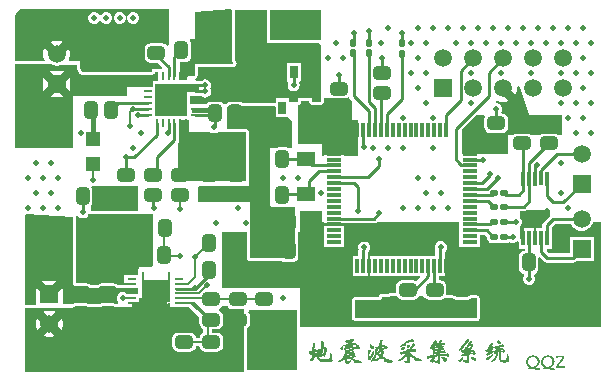
<source format=gtl>
G04*
G04 #@! TF.GenerationSoftware,Altium Limited,Altium Designer,21.9.2 (33)*
G04*
G04 Layer_Physical_Order=1*
G04 Layer_Color=255*
%FSLAX25Y25*%
%MOIN*%
G70*
G04*
G04 #@! TF.SameCoordinates,C0BA0E73-4C5D-4CFB-B628-C4008C3DC592*
G04*
G04*
G04 #@! TF.FilePolarity,Positive*
G04*
G01*
G75*
%ADD10C,0.01000*%
%ADD15C,0.00800*%
%ADD16R,0.01181X0.05118*%
%ADD17R,0.01180X0.05118*%
%ADD18R,0.01181X0.05119*%
%ADD19R,0.05906X0.04921*%
%ADD20R,0.01181X0.04724*%
%ADD21R,0.04724X0.01181*%
%ADD22R,0.03150X0.00906*%
%ADD23R,0.00906X0.03150*%
%ADD24R,0.10630X0.10630*%
%ADD25R,0.00984X0.02657*%
%ADD26R,0.09646X0.07677*%
%ADD27R,0.03150X0.00787*%
%ADD28R,0.02560X0.04180*%
%ADD29R,0.05000X0.05000*%
%ADD30R,0.04724X0.14567*%
G04:AMPARAMS|DCode=31|XSize=43.7mil|YSize=57.87mil|CornerRadius=9.83mil|HoleSize=0mil|Usage=FLASHONLY|Rotation=90.000|XOffset=0mil|YOffset=0mil|HoleType=Round|Shape=RoundedRectangle|*
%AMROUNDEDRECTD31*
21,1,0.04370,0.03821,0,0,90.0*
21,1,0.02404,0.05787,0,0,90.0*
1,1,0.01967,0.01910,0.01202*
1,1,0.01967,0.01910,-0.01202*
1,1,0.01967,-0.01910,-0.01202*
1,1,0.01967,-0.01910,0.01202*
%
%ADD31ROUNDEDRECTD31*%
G04:AMPARAMS|DCode=32|XSize=43.7mil|YSize=57.87mil|CornerRadius=9.83mil|HoleSize=0mil|Usage=FLASHONLY|Rotation=180.000|XOffset=0mil|YOffset=0mil|HoleType=Round|Shape=RoundedRectangle|*
%AMROUNDEDRECTD32*
21,1,0.04370,0.03821,0,0,180.0*
21,1,0.02404,0.05787,0,0,180.0*
1,1,0.01967,-0.01202,0.01910*
1,1,0.01967,0.01202,0.01910*
1,1,0.01967,0.01202,-0.01910*
1,1,0.01967,-0.01202,-0.01910*
%
%ADD32ROUNDEDRECTD32*%
G04:AMPARAMS|DCode=33|XSize=24.8mil|YSize=22.84mil|CornerRadius=5.94mil|HoleSize=0mil|Usage=FLASHONLY|Rotation=180.000|XOffset=0mil|YOffset=0mil|HoleType=Round|Shape=RoundedRectangle|*
%AMROUNDEDRECTD33*
21,1,0.02480,0.01096,0,0,180.0*
21,1,0.01293,0.02284,0,0,180.0*
1,1,0.01187,-0.00647,0.00548*
1,1,0.01187,0.00647,0.00548*
1,1,0.01187,0.00647,-0.00548*
1,1,0.01187,-0.00647,-0.00548*
%
%ADD33ROUNDEDRECTD33*%
G04:AMPARAMS|DCode=34|XSize=24.8mil|YSize=22.84mil|CornerRadius=5.94mil|HoleSize=0mil|Usage=FLASHONLY|Rotation=270.000|XOffset=0mil|YOffset=0mil|HoleType=Round|Shape=RoundedRectangle|*
%AMROUNDEDRECTD34*
21,1,0.02480,0.01096,0,0,270.0*
21,1,0.01293,0.02284,0,0,270.0*
1,1,0.01187,-0.00548,-0.00647*
1,1,0.01187,-0.00548,0.00647*
1,1,0.01187,0.00548,0.00647*
1,1,0.01187,0.00548,-0.00647*
%
%ADD34ROUNDEDRECTD34*%
%ADD59C,0.01155*%
%ADD60C,0.01500*%
%ADD61R,0.03874X0.02032*%
%ADD62R,0.09500X0.05750*%
%ADD63R,0.02192X0.02500*%
%ADD64R,0.07770X0.01547*%
%ADD65R,0.04500X0.03000*%
%ADD66C,0.01968*%
%ADD67R,0.05906X0.05906*%
%ADD68C,0.05906*%
%ADD69R,0.05906X0.05906*%
G36*
X104000Y113976D02*
X103835Y113756D01*
X103538Y113558D01*
X103049Y113520D01*
X87020D01*
Y123500D01*
X104000D01*
Y113976D01*
D02*
G37*
G36*
X53286Y111863D02*
X52786Y111711D01*
X52611Y111974D01*
X51955Y112412D01*
X51181Y112566D01*
X47360D01*
X46586Y112412D01*
X45930Y111974D01*
X45492Y111318D01*
X45338Y110544D01*
Y108140D01*
X45492Y107367D01*
X45930Y106711D01*
X46586Y106272D01*
X47360Y106118D01*
X49719D01*
X51238Y104599D01*
X51046Y104137D01*
X47896D01*
Y103138D01*
X24467D01*
Y106500D01*
X20198D01*
X19948Y106933D01*
X20149Y107281D01*
X20453Y108414D01*
Y109586D01*
X20149Y110719D01*
X20036Y110915D01*
X17061Y107939D01*
X16000Y109000D01*
X14939Y107939D01*
X11964Y110915D01*
X11851Y110719D01*
X11547Y109586D01*
Y108414D01*
X11851Y107281D01*
X12052Y106933D01*
X11802Y106500D01*
X2039D01*
Y121292D01*
X2153Y121864D01*
X2376Y122403D01*
X2700Y122887D01*
X3113Y123300D01*
X3598Y123624D01*
X4136Y123847D01*
X4708Y123961D01*
X53286D01*
Y111863D01*
D02*
G37*
G36*
X74500Y123632D02*
Y106500D01*
X75000Y106000D01*
X74500Y105500D01*
X62000D01*
Y122500D01*
X61923Y122577D01*
X62097Y123046D01*
X74133Y123972D01*
X74500Y123632D01*
D02*
G37*
G36*
X62000Y102000D02*
X61819Y101563D01*
X57223D01*
Y106223D01*
X57256Y106256D01*
X58766D01*
X59540Y106410D01*
X59675Y106500D01*
X60500D01*
Y107303D01*
X60634Y107504D01*
X60788Y108278D01*
Y112099D01*
X60634Y112873D01*
X60500Y113074D01*
Y114000D01*
X62000D01*
Y102000D01*
D02*
G37*
G36*
X86000Y113520D02*
Y112500D01*
X103500D01*
X103602Y112490D01*
X103897Y112293D01*
X104000Y112126D01*
Y95500D01*
Y93100D01*
X104000Y93100D01*
X103992Y93088D01*
X103969Y93033D01*
X103969Y93031D01*
X103967Y93031D01*
X103911Y93006D01*
X103900Y92998D01*
X101495Y92952D01*
X101473Y92952D01*
X101458Y92955D01*
X101384Y92969D01*
X101384Y92969D01*
X101383Y92969D01*
X101308Y93017D01*
X101305Y93020D01*
X101088Y93233D01*
X101088Y93233D01*
X101039Y93307D01*
X101039Y93307D01*
X101038Y93308D01*
X101038Y93309D01*
X101024Y93374D01*
X101022Y93380D01*
X101021Y93384D01*
X101021Y93384D01*
X101020Y93385D01*
Y94186D01*
X96460D01*
Y93057D01*
X96460Y93057D01*
X96460Y92957D01*
X96460Y92956D01*
X96452Y92944D01*
X96429Y92889D01*
X96429Y92887D01*
X96427Y92887D01*
X96372Y92863D01*
X96360Y92854D01*
X96359Y92854D01*
X93897Y92807D01*
X93540Y93157D01*
Y94186D01*
X88980D01*
Y92713D01*
X88013Y92695D01*
X78110Y92506D01*
X78095Y92529D01*
X77439Y92967D01*
X76665Y93121D01*
X74261D01*
X73488Y92967D01*
X72832Y92529D01*
X72748Y92404D01*
X71502Y92380D01*
X71402Y92529D01*
X70746Y92967D01*
X69972Y93121D01*
X67569D01*
X66795Y92967D01*
X66139Y92529D01*
X65969Y92274D01*
X65500Y92265D01*
X62144D01*
X61759Y92189D01*
X60585D01*
Y94980D01*
X63500D01*
X63890Y95058D01*
X63971Y95112D01*
X64026D01*
X64069Y95046D01*
X64726Y94608D01*
X65500Y94454D01*
X66274Y94608D01*
X66931Y95046D01*
X67369Y95703D01*
X67523Y96477D01*
X67369Y97251D01*
X67211Y97488D01*
X67369Y97726D01*
X67523Y98500D01*
X67369Y99274D01*
X66931Y99931D01*
X66274Y100369D01*
X65500Y100523D01*
X64726Y100369D01*
X64382Y100139D01*
X62464D01*
X62231Y100602D01*
X62237Y100639D01*
X62540Y100842D01*
X62761Y101172D01*
X62761Y101172D01*
X62942Y101610D01*
X62942Y101610D01*
X63020Y102000D01*
Y104480D01*
X74500D01*
X74890Y104558D01*
X75221Y104779D01*
X75721Y105279D01*
X75942Y105610D01*
X76020Y106000D01*
X75942Y106390D01*
X75721Y106721D01*
X75520Y106922D01*
Y123500D01*
X86000D01*
Y113520D01*
D02*
G37*
G36*
X113587Y94415D02*
X113919Y93919D01*
X114500Y93337D01*
Y87000D01*
X116500D01*
Y78116D01*
X116477Y78000D01*
X116500Y77884D01*
Y75000D01*
X111724D01*
Y75386D01*
X105000D01*
Y75000D01*
X104500D01*
Y79000D01*
X96500D01*
Y91857D01*
X96578Y91858D01*
X96661Y91877D01*
X96753Y91917D01*
X96768Y91920D01*
X96780Y91928D01*
X96835Y91952D01*
X97010Y92025D01*
X97017Y92032D01*
X97026Y92036D01*
X97157Y92172D01*
X97291Y92306D01*
X97295Y92315D01*
X97302Y92322D01*
X97371Y92499D01*
X97394Y92554D01*
X97402Y92566D01*
X97405Y92581D01*
X97443Y92674D01*
X97460Y92757D01*
X97460Y92858D01*
X97480Y92957D01*
Y93166D01*
X100026D01*
X100040Y93101D01*
X100072Y93026D01*
X100078Y92995D01*
X100081Y92991D01*
X100082Y92986D01*
X100083Y92982D01*
X100096Y92918D01*
X100099Y92914D01*
X100099Y92910D01*
X100150Y92836D01*
X100150Y92834D01*
X100156Y92825D01*
X100191Y92741D01*
X100241Y92667D01*
X100311Y92596D01*
X100317Y92587D01*
X100318Y92586D01*
X100320Y92585D01*
X100374Y92505D01*
X100594Y92289D01*
X100675Y92237D01*
X100676Y92235D01*
X100677Y92234D01*
X100686Y92228D01*
X100758Y92159D01*
X100834Y92110D01*
X100919Y92077D01*
X100927Y92071D01*
X100930Y92071D01*
X101005Y92022D01*
X101008Y92021D01*
X101012Y92019D01*
X101099Y92004D01*
X101101Y92002D01*
X101111Y92001D01*
X101196Y91966D01*
X101283Y91950D01*
X101384Y91951D01*
X101396Y91949D01*
X101397Y91949D01*
X101398Y91949D01*
X101492Y91932D01*
X103919Y91979D01*
X104017Y92000D01*
X104118Y92002D01*
X104201Y92020D01*
X104293Y92061D01*
X104308Y92064D01*
X104320Y92072D01*
X104375Y92096D01*
X104550Y92169D01*
X104557Y92176D01*
X104566Y92180D01*
X104697Y92316D01*
X104831Y92450D01*
X104835Y92459D01*
X104842Y92466D01*
X104911Y92643D01*
X104934Y92698D01*
X104942Y92710D01*
X104945Y92725D01*
X104983Y92818D01*
X105000Y92901D01*
X105000Y93002D01*
X105020Y93100D01*
Y94335D01*
X106026Y94352D01*
X107233Y94373D01*
X107318Y94316D01*
X108092Y94162D01*
X111913D01*
X112687Y94316D01*
X112921Y94472D01*
X113573Y94484D01*
X113587Y94415D01*
D02*
G37*
G36*
X168869Y95585D02*
X168983Y95781D01*
X169286Y96914D01*
Y97985D01*
X169672Y98362D01*
X170500Y98000D01*
X173298Y88673D01*
X173169Y88500D01*
X184500D01*
Y82500D01*
X184538Y82462D01*
X184347Y82000D01*
X183024D01*
X182689Y82223D01*
X181916Y82377D01*
X178095D01*
X177321Y82223D01*
X176986Y82000D01*
X174021D01*
X173687Y82223D01*
X172913Y82377D01*
X169092D01*
X168318Y82223D01*
X167984Y82000D01*
X166500D01*
Y75500D01*
X151000D01*
Y83725D01*
X155775Y88500D01*
X158573D01*
X158840Y88000D01*
X158721Y87822D01*
X158568Y87048D01*
Y84645D01*
X158721Y83871D01*
X159160Y83215D01*
X159816Y82776D01*
X160590Y82623D01*
X164410D01*
X165184Y82776D01*
X165840Y83215D01*
X166279Y83871D01*
X166432Y84645D01*
Y87048D01*
X166279Y87822D01*
X166160Y88000D01*
X166252Y88173D01*
X166044D01*
X165840Y88478D01*
X165184Y88916D01*
X164544Y89044D01*
X164477Y89106D01*
X164325Y89358D01*
X164263Y89570D01*
X164484Y90105D01*
Y90895D01*
X164182Y91624D01*
X163624Y92182D01*
X162895Y92484D01*
X162500D01*
Y93205D01*
X162933Y93455D01*
X163115Y93351D01*
X164247Y93047D01*
X165419D01*
X166552Y93351D01*
X166748Y93464D01*
X163773Y96439D01*
X165894Y98561D01*
X168869Y95585D01*
D02*
G37*
G36*
X13935Y105602D02*
X14007Y105547D01*
X14968Y105149D01*
X16000Y105013D01*
X17032Y105149D01*
X17814Y105473D01*
X22835Y105306D01*
Y104180D01*
X22989Y103406D01*
X23427Y102750D01*
X23602Y102634D01*
X23746Y102417D01*
X24077Y102196D01*
X24467Y102119D01*
X47896D01*
X48287Y102196D01*
X48617Y102417D01*
X48838Y102748D01*
X48912Y103118D01*
X49865D01*
Y100004D01*
X47955D01*
Y98094D01*
X43822D01*
Y98000D01*
X39500D01*
Y95000D01*
X21500D01*
Y78004D01*
X21000Y77504D01*
X2000D01*
X2000Y105448D01*
X2039Y105480D01*
X11802D01*
X11933Y105506D01*
X12066Y105515D01*
X12126Y105545D01*
X12192Y105558D01*
X12303Y105632D01*
X12349Y105655D01*
X13935Y105602D01*
D02*
G37*
G36*
X77041Y92007D02*
X77505Y91697D01*
X77544Y91658D01*
X77645Y91616D01*
X77738Y91557D01*
X77827Y91541D01*
X77911Y91506D01*
X78021Y91506D01*
X78130Y91487D01*
X88033Y91676D01*
X88623Y91687D01*
X88980Y91337D01*
Y88006D01*
X92994D01*
X94500Y86500D01*
Y77500D01*
X93556D01*
X93139Y77779D01*
X92365Y77933D01*
X89962D01*
X89188Y77779D01*
X88771Y77500D01*
X87000D01*
Y65000D01*
Y60000D01*
X87038Y59962D01*
X87000Y59870D01*
Y58500D01*
X87500Y58000D01*
X95500D01*
Y41000D01*
X80500D01*
Y59500D01*
X63000D01*
Y64500D01*
X63500Y65000D01*
X80000D01*
Y66401D01*
X80020Y66500D01*
Y77500D01*
Y82900D01*
X80000Y82998D01*
Y83099D01*
X79983Y83182D01*
X79945Y83275D01*
X79942Y83290D01*
X79934Y83302D01*
X79831Y83550D01*
X79550Y83831D01*
X79302Y83934D01*
X79290Y83942D01*
X79275Y83945D01*
X79182Y83983D01*
X79098Y84000D01*
X78998D01*
X78900Y84020D01*
X72748D01*
Y91384D01*
X72767Y91384D01*
X72856Y91404D01*
X72947D01*
X73049Y91446D01*
X73156Y91469D01*
X73230Y91521D01*
X73314Y91556D01*
X73392Y91634D01*
X73483Y91697D01*
X73528Y91768D01*
X73886Y92007D01*
X74362Y92102D01*
X76565D01*
X77041Y92007D01*
D02*
G37*
G36*
X60000Y83000D02*
X67178D01*
X67376Y82802D01*
X68105Y82500D01*
X68895D01*
X69624Y82802D01*
X69822Y83000D01*
X78900D01*
X78983Y82983D01*
X79000Y82900D01*
Y66500D01*
X56500D01*
Y79418D01*
X56668Y79669D01*
X56784Y80255D01*
Y85815D01*
X56707Y86200D01*
Y87000D01*
X60000D01*
Y83000D01*
D02*
G37*
G36*
X43000Y56520D02*
X27500D01*
Y58481D01*
X27724Y58816D01*
X27877Y59590D01*
Y63410D01*
X27724Y64184D01*
X27512Y64500D01*
X27611Y65000D01*
X43000D01*
Y56520D01*
D02*
G37*
G36*
X48000Y38500D02*
X47500Y38000D01*
X43500D01*
Y37463D01*
X43177D01*
Y35299D01*
X38551D01*
Y32512D01*
X38153Y32265D01*
X37671Y32169D01*
X37418Y32000D01*
X36347D01*
X36340Y32010D01*
X35684Y32448D01*
X34910Y32602D01*
X31090D01*
X30316Y32448D01*
X29660Y32010D01*
X29653Y32000D01*
X27344D01*
X27338Y32010D01*
X26682Y32448D01*
X25908Y32602D01*
X22500D01*
Y54861D01*
X22860Y54990D01*
X23000Y55001D01*
X23530Y54471D01*
X24259Y54169D01*
X25048D01*
X25778Y54471D01*
X26336Y55029D01*
X26531Y55500D01*
X48000D01*
Y38500D01*
D02*
G37*
G36*
X180468Y55208D02*
X180363Y55137D01*
X178300Y53074D01*
X177951Y52552D01*
X177829Y51937D01*
Y51084D01*
X175879D01*
Y47618D01*
X175860Y47525D01*
X175865Y47500D01*
X175685Y47000D01*
X175121D01*
Y51085D01*
X171941D01*
Y47000D01*
X170815D01*
X170694Y47181D01*
X170500Y47310D01*
Y51694D01*
X170682Y51876D01*
X170984Y52605D01*
Y53395D01*
X170682Y54124D01*
X170500Y54306D01*
Y56523D01*
X171631D01*
X172247Y56645D01*
X172768Y56994D01*
X172775Y57000D01*
X180468D01*
Y55208D01*
D02*
G37*
G36*
X104500Y53000D02*
X105000D01*
Y52520D01*
X111724D01*
Y52581D01*
X121768D01*
X122354Y52697D01*
X122807Y53000D01*
X150276D01*
Y48583D01*
Y44646D01*
X157000D01*
Y48565D01*
X158660D01*
X159516Y47709D01*
Y47452D01*
X159640Y46830D01*
X159992Y46303D01*
X160519Y45951D01*
X161141Y45827D01*
X162434D01*
X163056Y45951D01*
X163500Y46248D01*
X163944Y45951D01*
X164566Y45827D01*
X165859D01*
X166481Y45951D01*
X166971Y46278D01*
X167605Y46016D01*
X168395D01*
X169124Y46318D01*
X169473Y46667D01*
X169973Y46460D01*
Y43966D01*
X172002D01*
Y43404D01*
X171371Y43279D01*
X170715Y42840D01*
X170276Y42184D01*
X170123Y41410D01*
Y37590D01*
X170276Y36816D01*
X170715Y36160D01*
X171371Y35721D01*
X171817Y35633D01*
Y35122D01*
X171516Y34395D01*
Y33605D01*
X171818Y32876D01*
X172376Y32318D01*
X173105Y32016D01*
X173895D01*
X174624Y32318D01*
X175182Y32876D01*
X175484Y33605D01*
Y34395D01*
X175182Y35124D01*
X175132Y35174D01*
X175297Y35716D01*
X175322Y35721D01*
X175978Y36160D01*
X176416Y36816D01*
X176570Y37590D01*
Y40948D01*
X177070Y41155D01*
X178363Y39863D01*
X178884Y39514D01*
X179500Y39392D01*
X179500Y39392D01*
X188000D01*
X188616Y39514D01*
X189137Y39863D01*
X189322Y40047D01*
X194953D01*
Y47953D01*
X187047D01*
Y42608D01*
X180166D01*
X179309Y43466D01*
X179516Y43966D01*
X181027D01*
Y47432D01*
X181045Y47525D01*
Y51271D01*
X182166Y52392D01*
X187364D01*
X187837Y51573D01*
X188573Y50837D01*
X189474Y50317D01*
X190480Y50047D01*
X191520D01*
X192526Y50317D01*
X193427Y50837D01*
X194163Y51573D01*
X194683Y52474D01*
X194824Y53000D01*
X197461D01*
Y18000D01*
X97000D01*
Y31000D01*
X71000D01*
Y49500D01*
X79480D01*
Y41000D01*
X79558Y40610D01*
X79779Y40279D01*
X80110Y40058D01*
X80500Y39980D01*
X90927D01*
X91318Y39719D01*
X92092Y39565D01*
X94496D01*
X95270Y39719D01*
X95729Y40026D01*
X95890Y40058D01*
X96221Y40279D01*
X96442Y40610D01*
X96520Y41000D01*
Y49500D01*
X97000D01*
Y56500D01*
X104500D01*
Y53000D01*
D02*
G37*
G36*
X21480Y54689D02*
Y32602D01*
X21558Y32212D01*
X21779Y31881D01*
X22110Y31660D01*
X22500Y31582D01*
X25807D01*
X26284Y31488D01*
X26762Y31168D01*
X26778Y31152D01*
X26870Y31114D01*
X26954Y31058D01*
X27052Y31038D01*
X27145Y31000D01*
X27246Y31000D01*
X27344Y30980D01*
X29653D01*
X29752Y31000D01*
X29852Y31000D01*
X29945Y31038D01*
X30044Y31058D01*
X30127Y31114D01*
X30220Y31152D01*
X30236Y31168D01*
X30714Y31488D01*
X31190Y31582D01*
X34810D01*
X35286Y31488D01*
X35764Y31168D01*
X35780Y31152D01*
X35873Y31114D01*
X35956Y31058D01*
X36055Y31038D01*
X36148Y31000D01*
X36248Y31000D01*
X36347Y30980D01*
X36781D01*
X37169Y30903D01*
X37169Y30903D01*
X41126D01*
X41295Y30937D01*
X43177D01*
Y29000D01*
X41295D01*
X41126Y29034D01*
X39272D01*
X39124Y29182D01*
X38395Y29484D01*
X37605D01*
X36876Y29182D01*
X36318Y28624D01*
X36016Y27895D01*
Y27105D01*
X36318Y26376D01*
X36564Y26130D01*
X36358Y25628D01*
X35879Y25625D01*
X35684Y25755D01*
X34910Y25909D01*
X31090D01*
X30316Y25755D01*
X30062Y25585D01*
X26968Y25564D01*
X26682Y25755D01*
X25908Y25909D01*
X22087D01*
X21313Y25755D01*
X20966Y25523D01*
X18409Y25505D01*
X18055Y25858D01*
Y31331D01*
X14663Y27939D01*
X13602Y29000D01*
X12541Y27939D01*
X9149Y31331D01*
Y25442D01*
X5855Y25419D01*
X5500Y25772D01*
Y55135D01*
X5862Y55480D01*
X21480Y54689D01*
D02*
G37*
G36*
X51136Y25894D02*
X52049Y25516D01*
X53000D01*
Y24723D01*
X54206Y24731D01*
X54299Y24638D01*
Y24638D01*
X55863D01*
X55874Y24636D01*
X60221D01*
X63583Y21273D01*
Y19261D01*
X63737Y18488D01*
X64175Y17832D01*
X64832Y17393D01*
X64935Y17373D01*
Y15971D01*
X64818Y15948D01*
X64162Y15510D01*
X63724Y14854D01*
X63625Y14355D01*
X62378D01*
X62279Y14854D01*
X61840Y15510D01*
X61184Y15948D01*
X60410Y16102D01*
X56590D01*
X55816Y15948D01*
X55160Y15510D01*
X54721Y14854D01*
X54567Y14080D01*
Y11676D01*
X54721Y10902D01*
X55160Y10246D01*
X55816Y9808D01*
X56590Y9654D01*
X60410D01*
X61184Y9808D01*
X61840Y10246D01*
X62279Y10902D01*
X62398Y11501D01*
X63605D01*
X63724Y10902D01*
X64162Y10246D01*
X64818Y9808D01*
X65592Y9654D01*
X69413D01*
X70187Y9808D01*
X70843Y10246D01*
X71281Y10902D01*
X71435Y11676D01*
Y14080D01*
X71281Y14854D01*
X70843Y15510D01*
X70187Y15948D01*
X69413Y16102D01*
X67790D01*
Y17239D01*
X69426D01*
X70200Y17393D01*
X70856Y17832D01*
X71294Y18488D01*
X71448Y19261D01*
Y21665D01*
X71294Y22439D01*
X70856Y23095D01*
X70200Y23533D01*
X70091Y23555D01*
Y24065D01*
X70200Y24086D01*
X70856Y24524D01*
X71071Y24846D01*
X72954Y24859D01*
X73178Y24524D01*
X73834Y24086D01*
X74608Y23932D01*
X78429D01*
X78500Y23874D01*
Y20719D01*
Y17605D01*
X78500Y4405D01*
Y3000D01*
X5500D01*
X5500Y24397D01*
X43500Y24657D01*
Y25736D01*
X44000Y25943D01*
X44050Y25894D01*
X44962Y25516D01*
X45951D01*
X46864Y25894D01*
X47228Y26258D01*
X47593Y25894D01*
X48506Y25516D01*
X49494D01*
X50407Y25894D01*
X50772Y26258D01*
X51136Y25894D01*
D02*
G37*
G36*
X95980Y3500D02*
X79520D01*
X79520Y17605D01*
X79859Y17832D01*
X80297Y18488D01*
X80451Y19261D01*
Y21665D01*
X80297Y22439D01*
X79922Y23000D01*
X80033Y23343D01*
X80143Y23500D01*
X95980D01*
Y3500D01*
D02*
G37*
G36*
X185004Y8406D02*
X185032Y8378D01*
X185071Y8334D01*
X185115Y8279D01*
X185154Y8212D01*
X185193Y8140D01*
X185221Y8062D01*
X185232Y8023D01*
Y7984D01*
Y7979D01*
Y7968D01*
X185226Y7946D01*
X185221Y7912D01*
X185204Y7868D01*
X185187Y7812D01*
X185160Y7746D01*
X185126Y7668D01*
X185082Y7579D01*
X185021Y7474D01*
X184954Y7357D01*
X184871Y7230D01*
X184771Y7085D01*
X184660Y6924D01*
X184527Y6752D01*
X184377Y6564D01*
X184371Y6558D01*
X184349Y6530D01*
X184321Y6492D01*
X184277Y6442D01*
X184227Y6380D01*
X184172Y6308D01*
X184111Y6225D01*
X184038Y6142D01*
X183894Y5953D01*
X183750Y5753D01*
X183606Y5559D01*
X183545Y5470D01*
X183483Y5381D01*
X183478Y5376D01*
X183472Y5365D01*
X183456Y5343D01*
X183439Y5309D01*
X183417Y5276D01*
X183389Y5237D01*
X183339Y5154D01*
X183284Y5065D01*
X183234Y4976D01*
X183217Y4943D01*
X183200Y4910D01*
X183195Y4882D01*
X183189Y4865D01*
X183195Y4860D01*
X183206D01*
X183223Y4854D01*
X183245Y4849D01*
X183273Y4838D01*
X183317Y4832D01*
X183323D01*
X183345Y4826D01*
X183384D01*
X183439Y4821D01*
X183478D01*
X183522Y4815D01*
X183622D01*
X183689Y4810D01*
X184072D01*
X184155Y4815D01*
X184244Y4821D01*
X184344D01*
X184449Y4832D01*
X184671Y4849D01*
X184893Y4876D01*
X184999Y4899D01*
X185093Y4915D01*
X185182Y4943D01*
X185259Y4971D01*
X185265Y4960D01*
X185276Y4932D01*
X185287Y4888D01*
X185309Y4832D01*
X185326Y4771D01*
X185337Y4710D01*
X185348Y4649D01*
X185354Y4593D01*
Y4588D01*
Y4566D01*
X185348Y4532D01*
X185343Y4493D01*
X185326Y4449D01*
X185309Y4405D01*
X185282Y4366D01*
X185243Y4327D01*
X185237Y4321D01*
X185221Y4316D01*
X185187Y4299D01*
X185137Y4288D01*
X185065Y4272D01*
X185026Y4266D01*
X184976Y4255D01*
X184921Y4249D01*
X184860D01*
X184793Y4244D01*
X184627D01*
X184555Y4249D01*
X184460D01*
X184349Y4255D01*
X184216Y4260D01*
X184066Y4266D01*
X184027D01*
X183994Y4272D01*
X183916D01*
X183822Y4277D01*
X183711Y4282D01*
X183589D01*
X183467Y4288D01*
X183206D01*
X183112Y4282D01*
X183012Y4277D01*
X182901Y4272D01*
X182801Y4260D01*
X182706Y4244D01*
X182695Y4255D01*
X182668Y4282D01*
X182629Y4321D01*
X182590Y4383D01*
X182545Y4449D01*
X182507Y4532D01*
X182479Y4616D01*
X182473Y4665D01*
X182468Y4710D01*
Y4715D01*
X182473Y4743D01*
X182479Y4782D01*
X182496Y4843D01*
X182518Y4915D01*
X182557Y5004D01*
X182606Y5115D01*
X182673Y5237D01*
Y5243D01*
X182684Y5254D01*
X182695Y5276D01*
X182712Y5298D01*
X182734Y5331D01*
X182762Y5376D01*
X182790Y5420D01*
X182828Y5470D01*
X182912Y5587D01*
X183012Y5720D01*
X183128Y5864D01*
X183261Y6020D01*
X183267Y6031D01*
X183284Y6053D01*
X183317Y6092D01*
X183350Y6142D01*
X183400Y6203D01*
X183456Y6275D01*
X183511Y6358D01*
X183578Y6447D01*
X183644Y6541D01*
X183717Y6636D01*
X183866Y6841D01*
X184011Y7041D01*
X184077Y7135D01*
X184144Y7230D01*
X184150Y7235D01*
X184160Y7252D01*
X184177Y7274D01*
X184199Y7307D01*
X184222Y7346D01*
X184249Y7385D01*
X184316Y7479D01*
X184377Y7579D01*
X184432Y7674D01*
X184449Y7718D01*
X184466Y7751D01*
X184477Y7785D01*
X184482Y7807D01*
Y7812D01*
X184477Y7818D01*
X184460Y7829D01*
X184427Y7840D01*
X184416Y7846D01*
X184399D01*
X184377Y7851D01*
X184344D01*
X184299Y7857D01*
X183988D01*
X183894Y7851D01*
X183783D01*
X183667Y7846D01*
X183539Y7835D01*
X183278Y7818D01*
X183150Y7807D01*
X183023Y7790D01*
X182906Y7768D01*
X182801Y7751D01*
X182706Y7724D01*
X182629Y7696D01*
Y7701D01*
X182623Y7707D01*
X182612Y7735D01*
X182601Y7779D01*
X182584Y7835D01*
X182562Y7896D01*
X182551Y7957D01*
X182540Y8018D01*
X182534Y8073D01*
Y8079D01*
Y8095D01*
X182540Y8118D01*
Y8145D01*
X182562Y8212D01*
X182573Y8245D01*
X182596Y8279D01*
X182601Y8284D01*
X182606Y8290D01*
X182640Y8323D01*
X182684Y8356D01*
X182745Y8378D01*
X182751D01*
X182762Y8384D01*
X182784Y8389D01*
X182812Y8395D01*
X182851D01*
X182895Y8401D01*
X182945Y8406D01*
X183006D01*
X184333Y8384D01*
X184510D01*
X184616Y8389D01*
X184732D01*
X184838Y8401D01*
X184888D01*
X184932Y8406D01*
X184965Y8412D01*
X184993Y8417D01*
X184999D01*
X185004Y8406D01*
D02*
G37*
G36*
X179876Y8506D02*
X179948Y8501D01*
X180031Y8495D01*
X180126Y8484D01*
X180231Y8462D01*
X180348Y8439D01*
X180470Y8412D01*
X180603Y8373D01*
X180731Y8328D01*
X180864Y8273D01*
X180991Y8206D01*
X181119Y8134D01*
X181241Y8045D01*
X181358Y7946D01*
X181363Y7940D01*
X181386Y7918D01*
X181413Y7890D01*
X181452Y7846D01*
X181497Y7790D01*
X181546Y7718D01*
X181602Y7640D01*
X181658Y7552D01*
X181713Y7452D01*
X181763Y7341D01*
X181813Y7219D01*
X181857Y7091D01*
X181896Y6947D01*
X181924Y6802D01*
X181946Y6641D01*
X181952Y6475D01*
Y6469D01*
Y6458D01*
Y6436D01*
X181946Y6408D01*
Y6369D01*
X181941Y6325D01*
X181935Y6275D01*
X181929Y6219D01*
X181902Y6092D01*
X181868Y5948D01*
X181818Y5792D01*
X181757Y5620D01*
X181674Y5448D01*
X181624Y5359D01*
X181569Y5271D01*
X181508Y5182D01*
X181441Y5098D01*
X181369Y5010D01*
X181291Y4926D01*
X181202Y4849D01*
X181108Y4765D01*
X181008Y4693D01*
X180897Y4621D01*
X180781Y4555D01*
X180658Y4493D01*
X180525Y4432D01*
X180381Y4383D01*
X180387D01*
X180414Y4377D01*
X180448Y4366D01*
X180498Y4355D01*
X180559Y4344D01*
X180625Y4332D01*
X180703Y4316D01*
X180786Y4299D01*
X180969Y4272D01*
X181158Y4244D01*
X181352Y4222D01*
X181441Y4216D01*
X181591D01*
X181635Y4222D01*
X181691D01*
X181752Y4233D01*
X181824Y4238D01*
X181896Y4249D01*
X181902Y4238D01*
X181913Y4210D01*
X181929Y4160D01*
X181952Y4105D01*
X181968Y4044D01*
X181985Y3977D01*
X181996Y3911D01*
X182002Y3850D01*
Y3844D01*
Y3833D01*
Y3816D01*
X181996Y3794D01*
X181979Y3739D01*
X181952Y3678D01*
X181935Y3644D01*
X181907Y3611D01*
X181874Y3583D01*
X181841Y3556D01*
X181791Y3533D01*
X181741Y3517D01*
X181680Y3506D01*
X181613Y3500D01*
X181546D01*
X181502Y3506D01*
X181447Y3511D01*
X181386Y3517D01*
X181252Y3544D01*
X181241D01*
X181219Y3556D01*
X181169Y3567D01*
X181141Y3578D01*
X181103Y3589D01*
X181058Y3600D01*
X181014Y3617D01*
X180958Y3633D01*
X180897Y3650D01*
X180831Y3672D01*
X180753Y3700D01*
X180675Y3728D01*
X180586Y3755D01*
X180581D01*
X180575Y3761D01*
X180559Y3766D01*
X180536Y3772D01*
X180481Y3789D01*
X180409Y3816D01*
X180320Y3844D01*
X180215Y3877D01*
X180104Y3916D01*
X179981Y3949D01*
X179721Y4022D01*
X179465Y4083D01*
X179343Y4110D01*
X179227Y4127D01*
X179121Y4138D01*
X179027Y4144D01*
X178993D01*
X178971Y4138D01*
X178944D01*
X178905Y4133D01*
X178822Y4122D01*
X178722Y4094D01*
X178611Y4061D01*
X178488Y4016D01*
X178361Y3949D01*
X178355Y3955D01*
X178333Y3977D01*
X178311Y4011D01*
X178278Y4050D01*
X178250Y4099D01*
X178222Y4149D01*
X178200Y4199D01*
X178194Y4249D01*
Y4255D01*
Y4260D01*
X178200Y4294D01*
X178217Y4338D01*
X178244Y4388D01*
X178267Y4410D01*
X178289Y4438D01*
X178322Y4460D01*
X178361Y4477D01*
X178405Y4499D01*
X178461Y4510D01*
X178522Y4516D01*
X178588Y4521D01*
X178583D01*
X178566Y4527D01*
X178533Y4532D01*
X178499Y4543D01*
X178450Y4560D01*
X178400Y4582D01*
X178339Y4610D01*
X178272Y4638D01*
X178205Y4677D01*
X178133Y4721D01*
X178067Y4771D01*
X177995Y4826D01*
X177922Y4893D01*
X177856Y4971D01*
X177795Y5048D01*
X177734Y5143D01*
X177728Y5148D01*
X177723Y5165D01*
X177706Y5193D01*
X177689Y5232D01*
X177667Y5282D01*
X177639Y5343D01*
X177612Y5409D01*
X177589Y5481D01*
X177562Y5565D01*
X177534Y5653D01*
X177506Y5748D01*
X177484Y5848D01*
X177451Y6070D01*
X177445Y6186D01*
X177439Y6303D01*
Y6308D01*
Y6314D01*
Y6347D01*
X177445Y6397D01*
X177451Y6464D01*
X177462Y6547D01*
X177473Y6641D01*
X177495Y6747D01*
X177523Y6863D01*
X177556Y6985D01*
X177601Y7113D01*
X177650Y7241D01*
X177717Y7374D01*
X177789Y7507D01*
X177878Y7640D01*
X177978Y7762D01*
X178094Y7885D01*
X178100Y7890D01*
X178122Y7912D01*
X178161Y7940D01*
X178211Y7984D01*
X178278Y8029D01*
X178355Y8084D01*
X178450Y8140D01*
X178550Y8201D01*
X178666Y8256D01*
X178794Y8312D01*
X178932Y8367D01*
X179082Y8412D01*
X179243Y8456D01*
X179415Y8484D01*
X179593Y8506D01*
X179782Y8512D01*
X179826D01*
X179876Y8506D01*
D02*
G37*
G36*
X174931D02*
X175003Y8501D01*
X175086Y8495D01*
X175181Y8484D01*
X175286Y8462D01*
X175403Y8439D01*
X175525Y8412D01*
X175658Y8373D01*
X175786Y8328D01*
X175919Y8273D01*
X176047Y8206D01*
X176174Y8134D01*
X176296Y8045D01*
X176413Y7946D01*
X176418Y7940D01*
X176441Y7918D01*
X176468Y7890D01*
X176507Y7846D01*
X176551Y7790D01*
X176601Y7718D01*
X176657Y7640D01*
X176712Y7552D01*
X176768Y7452D01*
X176818Y7341D01*
X176868Y7219D01*
X176912Y7091D01*
X176951Y6947D01*
X176979Y6802D01*
X177001Y6641D01*
X177007Y6475D01*
Y6469D01*
Y6458D01*
Y6436D01*
X177001Y6408D01*
Y6369D01*
X176996Y6325D01*
X176990Y6275D01*
X176984Y6219D01*
X176957Y6092D01*
X176923Y5948D01*
X176873Y5792D01*
X176812Y5620D01*
X176729Y5448D01*
X176679Y5359D01*
X176624Y5271D01*
X176563Y5182D01*
X176496Y5098D01*
X176424Y5010D01*
X176346Y4926D01*
X176257Y4849D01*
X176163Y4765D01*
X176063Y4693D01*
X175952Y4621D01*
X175836Y4555D01*
X175713Y4493D01*
X175580Y4432D01*
X175436Y4383D01*
X175442D01*
X175469Y4377D01*
X175503Y4366D01*
X175552Y4355D01*
X175614Y4344D01*
X175680Y4332D01*
X175758Y4316D01*
X175841Y4299D01*
X176024Y4272D01*
X176213Y4244D01*
X176407Y4222D01*
X176496Y4216D01*
X176646D01*
X176690Y4222D01*
X176746D01*
X176807Y4233D01*
X176879Y4238D01*
X176951Y4249D01*
X176957Y4238D01*
X176968Y4210D01*
X176984Y4160D01*
X177007Y4105D01*
X177023Y4044D01*
X177040Y3977D01*
X177051Y3911D01*
X177057Y3850D01*
Y3844D01*
Y3833D01*
Y3816D01*
X177051Y3794D01*
X177034Y3739D01*
X177007Y3678D01*
X176990Y3644D01*
X176962Y3611D01*
X176929Y3583D01*
X176896Y3556D01*
X176846Y3533D01*
X176796Y3517D01*
X176735Y3506D01*
X176668Y3500D01*
X176601D01*
X176557Y3506D01*
X176502Y3511D01*
X176441Y3517D01*
X176307Y3544D01*
X176296D01*
X176274Y3556D01*
X176224Y3567D01*
X176196Y3578D01*
X176157Y3589D01*
X176113Y3600D01*
X176069Y3617D01*
X176013Y3633D01*
X175952Y3650D01*
X175885Y3672D01*
X175808Y3700D01*
X175730Y3728D01*
X175641Y3755D01*
X175636D01*
X175630Y3761D01*
X175614Y3766D01*
X175591Y3772D01*
X175536Y3789D01*
X175464Y3816D01*
X175375Y3844D01*
X175269Y3877D01*
X175158Y3916D01*
X175036Y3949D01*
X174776Y4022D01*
X174520Y4083D01*
X174398Y4110D01*
X174282Y4127D01*
X174176Y4138D01*
X174082Y4144D01*
X174048D01*
X174026Y4138D01*
X173998D01*
X173960Y4133D01*
X173876Y4122D01*
X173776Y4094D01*
X173665Y4061D01*
X173543Y4016D01*
X173416Y3949D01*
X173410Y3955D01*
X173388Y3977D01*
X173366Y4011D01*
X173333Y4050D01*
X173305Y4099D01*
X173277Y4149D01*
X173255Y4199D01*
X173249Y4249D01*
Y4255D01*
Y4260D01*
X173255Y4294D01*
X173272Y4338D01*
X173299Y4388D01*
X173321Y4410D01*
X173344Y4438D01*
X173377Y4460D01*
X173416Y4477D01*
X173460Y4499D01*
X173516Y4510D01*
X173577Y4516D01*
X173643Y4521D01*
X173638D01*
X173621Y4527D01*
X173588Y4532D01*
X173555Y4543D01*
X173504Y4560D01*
X173455Y4582D01*
X173394Y4610D01*
X173327Y4638D01*
X173260Y4677D01*
X173188Y4721D01*
X173122Y4771D01*
X173049Y4826D01*
X172977Y4893D01*
X172911Y4971D01*
X172850Y5048D01*
X172789Y5143D01*
X172783Y5148D01*
X172777Y5165D01*
X172761Y5193D01*
X172744Y5232D01*
X172722Y5282D01*
X172694Y5343D01*
X172667Y5409D01*
X172644Y5481D01*
X172617Y5565D01*
X172589Y5653D01*
X172561Y5748D01*
X172539Y5848D01*
X172505Y6070D01*
X172500Y6186D01*
X172494Y6303D01*
Y6308D01*
Y6314D01*
Y6347D01*
X172500Y6397D01*
X172505Y6464D01*
X172517Y6547D01*
X172528Y6641D01*
X172550Y6747D01*
X172578Y6863D01*
X172611Y6985D01*
X172655Y7113D01*
X172705Y7241D01*
X172772Y7374D01*
X172844Y7507D01*
X172933Y7640D01*
X173033Y7762D01*
X173149Y7885D01*
X173155Y7890D01*
X173177Y7912D01*
X173216Y7940D01*
X173266Y7984D01*
X173333Y8029D01*
X173410Y8084D01*
X173504Y8140D01*
X173604Y8201D01*
X173721Y8256D01*
X173849Y8312D01*
X173987Y8367D01*
X174137Y8412D01*
X174298Y8456D01*
X174470Y8484D01*
X174648Y8506D01*
X174837Y8512D01*
X174881D01*
X174931Y8506D01*
D02*
G37*
G36*
X163326Y13769D02*
X163363Y13751D01*
X163400Y13733D01*
X163427Y13695D01*
X163446Y13649D01*
Y13640D01*
X163455Y13631D01*
X163464Y13603D01*
X163483Y13566D01*
X163538Y13474D01*
X163621Y13353D01*
X163631Y13344D01*
X163640Y13326D01*
X163668Y13298D01*
X163705Y13261D01*
X163779Y13178D01*
X163871Y13085D01*
X163881Y13076D01*
X163918Y13039D01*
X163964Y12992D01*
X164019Y12928D01*
X164066Y12854D01*
X164112Y12770D01*
X164149Y12678D01*
X164158Y12595D01*
Y12585D01*
Y12558D01*
X164149Y12521D01*
X164130Y12474D01*
X164112Y12428D01*
X164075Y12382D01*
X164029Y12345D01*
X163964Y12317D01*
X163954D01*
X163927Y12308D01*
X163890Y12299D01*
X163844D01*
X163714Y12280D01*
X163575Y12271D01*
X163538D01*
X163501Y12280D01*
X163446Y12290D01*
X163381Y12299D01*
X163307Y12326D01*
X163215Y12354D01*
X163122Y12391D01*
X163113Y12400D01*
X163085Y12410D01*
X163039Y12447D01*
X163002Y12484D01*
X162955Y12530D01*
X162909Y12595D01*
X162882Y12669D01*
X162872Y12752D01*
Y12761D01*
Y12798D01*
X162882Y12854D01*
Y12919D01*
X162891Y13011D01*
X162909Y13122D01*
X162937Y13251D01*
X162965Y13390D01*
Y13399D01*
X162974Y13409D01*
X162983Y13455D01*
X163002Y13520D01*
X163039Y13594D01*
X163076Y13658D01*
X163122Y13723D01*
X163178Y13769D01*
X163205Y13788D01*
X163261D01*
X163326Y13769D01*
D02*
G37*
G36*
X143910Y13788D02*
X143956Y13779D01*
X144011Y13760D01*
X144086Y13723D01*
X144159Y13686D01*
X144252Y13631D01*
X144261Y13622D01*
X144298Y13603D01*
X144335Y13575D01*
X144391Y13538D01*
X144437Y13492D01*
X144483Y13446D01*
X144511Y13390D01*
X144520Y13344D01*
Y13335D01*
Y13326D01*
X144511Y13270D01*
X144492Y13196D01*
X144456Y13131D01*
X144446Y13113D01*
X144428Y13094D01*
X144400Y13067D01*
X144372Y13020D01*
X144335Y12974D01*
X144280Y12909D01*
X144224Y12826D01*
X144215Y12817D01*
X144196Y12789D01*
X144178Y12752D01*
X144150Y12715D01*
X144113Y12669D01*
X144095Y12641D01*
X144076Y12632D01*
X144067Y12622D01*
Y12613D01*
X144076D01*
X144095Y12641D01*
X144150D01*
X144187Y12650D01*
X144529D01*
X144594Y12660D01*
X144733Y12669D01*
X144798Y12678D01*
X144862Y12687D01*
X144872D01*
X144890Y12697D01*
X144955Y12715D01*
X145020Y12724D01*
X145057Y12733D01*
X145112D01*
X145140Y12724D01*
X145186Y12706D01*
X145232Y12678D01*
X145270Y12632D01*
X145307Y12576D01*
X145334Y12502D01*
Y12493D01*
X145343Y12465D01*
X145353Y12428D01*
X145371Y12373D01*
X145390Y12262D01*
X145399Y12206D01*
Y12160D01*
Y12151D01*
Y12114D01*
X145380Y12058D01*
X145362Y12003D01*
X145325Y11947D01*
X145270Y11892D01*
X145186Y11855D01*
X145085Y11846D01*
X145029D01*
X144964Y11855D01*
X144862Y11873D01*
X144853D01*
X144835Y11883D01*
X144798D01*
X144752Y11892D01*
X144687D01*
X144613Y11901D01*
X144261D01*
X144215Y11892D01*
X144187D01*
X144169Y11883D01*
Y11873D01*
X144159Y11864D01*
Y11836D01*
Y11827D01*
Y11818D01*
X144150Y11808D01*
X144141Y11799D01*
X144335Y11808D01*
X144400D01*
X144456Y11799D01*
X144511D01*
X144585Y11790D01*
X144668Y11781D01*
X144761Y11762D01*
X144770D01*
X144807Y11753D01*
X144844Y11734D01*
X144899Y11716D01*
X144946Y11679D01*
X144992Y11633D01*
X145020Y11577D01*
X145029Y11503D01*
Y11494D01*
Y11466D01*
Y11429D01*
X145020Y11383D01*
X144992Y11281D01*
X144946Y11180D01*
Y11170D01*
X144937Y11161D01*
X144890Y11124D01*
X144825Y11087D01*
X144779Y11078D01*
X144705D01*
X144650Y11087D01*
X144585Y11096D01*
X144483D01*
X144419Y11087D01*
X144372Y11078D01*
X144317Y11068D01*
X144298D01*
X144243Y11059D01*
X144196Y11050D01*
X144169D01*
X144178Y11041D01*
Y11032D01*
Y11004D01*
Y10994D01*
Y10976D01*
X144169Y10958D01*
X144150Y10948D01*
X144159D01*
X144187Y10958D01*
X144224D01*
X144271Y10967D01*
X144326Y10976D01*
X144400D01*
X144548Y10985D01*
X144622D01*
X144677Y10976D01*
X144789Y10967D01*
X144909Y10930D01*
X144918D01*
X144937Y10921D01*
X144992Y10883D01*
X145020Y10847D01*
X145038Y10809D01*
X145057Y10763D01*
X145066Y10699D01*
Y10689D01*
Y10680D01*
Y10625D01*
X145047Y10560D01*
X145029Y10476D01*
X145001Y10393D01*
X144946Y10319D01*
X144881Y10264D01*
X144835Y10255D01*
X144789Y10245D01*
X144705Y10255D01*
X144622D01*
X144576Y10245D01*
X144520Y10236D01*
X144381Y10217D01*
X144372D01*
X144354Y10208D01*
X144317D01*
X144280Y10199D01*
X144206Y10181D01*
X144178Y10171D01*
X144159Y10162D01*
X144150Y10153D01*
X144141Y10134D01*
X144132Y10116D01*
Y10097D01*
X144141Y10079D01*
X144428D01*
X144492Y10088D01*
X144650D01*
X144752Y10097D01*
X144798D01*
X144844Y10107D01*
X144899D01*
X145020Y10116D01*
X145075Y10125D01*
X145131D01*
X145159Y10134D01*
X145205Y10143D01*
X145288D01*
X145325Y10134D01*
X145380Y10116D01*
X145436Y10079D01*
X145482Y10042D01*
X145538Y9977D01*
X145575Y9894D01*
Y9884D01*
X145593Y9857D01*
X145603Y9810D01*
X145621Y9755D01*
X145649Y9644D01*
X145667Y9598D01*
Y9561D01*
Y9551D01*
Y9524D01*
X145649Y9487D01*
X145630Y9441D01*
X145593Y9394D01*
X145538Y9357D01*
X145464Y9330D01*
X145362Y9320D01*
X145307D01*
X145270Y9330D01*
X145214D01*
X145131Y9339D01*
X145029Y9348D01*
X145020D01*
X144983Y9357D01*
X144927D01*
X144862Y9366D01*
X144705Y9376D01*
X144446D01*
X144326Y9366D01*
X144187Y9348D01*
X144159D01*
X144123Y9339D01*
X144095D01*
X144011Y9330D01*
X143984Y9320D01*
X143956D01*
X143947Y9311D01*
X143928Y9283D01*
X143910Y9237D01*
Y9228D01*
X143901Y9191D01*
X143891Y9154D01*
Y9117D01*
Y9108D01*
Y9098D01*
Y9089D01*
X143882Y9080D01*
X144752D01*
X144890Y9089D01*
X145047D01*
X145223Y9098D01*
X145408Y9108D01*
X145603Y9126D01*
X145815Y9135D01*
X146037Y9154D01*
X146056D01*
X146111Y9163D01*
X146306D01*
X146370Y9154D01*
X146444Y9117D01*
X146481Y9089D01*
X146528Y9052D01*
X146537Y9043D01*
X146546Y9033D01*
X146564Y9006D01*
X146601Y8969D01*
X146629Y8913D01*
X146666Y8858D01*
X146713Y8784D01*
X146749Y8700D01*
X146759Y8691D01*
X146768Y8664D01*
X146786Y8617D01*
X146814Y8571D01*
X146851Y8451D01*
X146861Y8395D01*
X146870Y8340D01*
Y8331D01*
X146861Y8293D01*
X146851Y8247D01*
X146833Y8192D01*
X146786Y8136D01*
X146731Y8090D01*
X146648Y8053D01*
X146537Y8044D01*
X146472D01*
X146398Y8053D01*
X146315Y8072D01*
X146306D01*
X146268Y8081D01*
X146222Y8099D01*
X146158Y8108D01*
X146074Y8127D01*
X145982Y8155D01*
X145880Y8173D01*
X145760Y8201D01*
X145519Y8238D01*
X145270Y8284D01*
X145020Y8312D01*
X144899Y8321D01*
X144677D01*
X144622Y8312D01*
X144548D01*
X144474Y8303D01*
X144381Y8293D01*
X144002Y8257D01*
X143956D01*
X143919Y8247D01*
X143901D01*
Y8238D01*
Y8210D01*
X143891Y8164D01*
Y8155D01*
X143882Y8118D01*
X143873Y8081D01*
X143863Y8034D01*
Y8025D01*
X143854Y7988D01*
X143845Y7924D01*
X143836Y7840D01*
X143817Y7739D01*
X143808Y7618D01*
X143799Y7489D01*
Y7341D01*
Y7322D01*
Y7276D01*
Y7202D01*
Y7100D01*
X143808Y6989D01*
Y6869D01*
X143817Y6619D01*
Y6601D01*
X143826Y6564D01*
Y6508D01*
X143836Y6434D01*
X143845Y6268D01*
Y6185D01*
Y6111D01*
Y6101D01*
Y6083D01*
Y6046D01*
X143836Y6009D01*
X143817Y5916D01*
X143799Y5879D01*
X143771Y5842D01*
X143762Y5833D01*
X143743Y5815D01*
X143716Y5805D01*
X143678Y5787D01*
X143632Y5768D01*
X143577Y5759D01*
X143429D01*
X143336Y5768D01*
X143216Y5787D01*
X143068Y5815D01*
X142902Y5861D01*
X142726Y5916D01*
X142532Y5999D01*
X142522D01*
X142513Y6009D01*
X142485Y6027D01*
X142448Y6046D01*
X142347Y6092D01*
X142226Y6166D01*
X142087Y6259D01*
X141939Y6360D01*
X141791Y6481D01*
X141653Y6619D01*
Y6628D01*
X141644Y6638D01*
X141634Y6647D01*
Y6638D01*
X141625Y6628D01*
X141616Y6610D01*
X141588Y6564D01*
X141560Y6508D01*
X141523Y6434D01*
X141477Y6323D01*
Y6314D01*
X141458Y6295D01*
X141421Y6231D01*
X141348Y6166D01*
X141301Y6148D01*
X141246Y6138D01*
X141218D01*
X141181Y6148D01*
X141135Y6157D01*
X141070Y6175D01*
X140996Y6203D01*
X140894Y6240D01*
X140783Y6286D01*
X140774Y6295D01*
X140737Y6314D01*
X140682Y6342D01*
X140626Y6379D01*
X140561Y6416D01*
X140515Y6462D01*
X140478Y6517D01*
X140460Y6573D01*
Y6582D01*
Y6601D01*
X140469Y6628D01*
X140478Y6666D01*
X140497Y6721D01*
X140524Y6776D01*
X140561Y6832D01*
X140617Y6897D01*
X140626Y6906D01*
X140645Y6934D01*
X140682Y6971D01*
X140718Y7026D01*
X140774Y7091D01*
X140830Y7174D01*
X140894Y7267D01*
X140968Y7368D01*
X140978Y7378D01*
X141005Y7415D01*
X141042Y7470D01*
X141088Y7535D01*
X141200Y7674D01*
X141264Y7739D01*
X141320Y7794D01*
X141329Y7803D01*
X141348Y7812D01*
X141412Y7868D01*
X141477Y7933D01*
X141514Y7970D01*
X141519Y7977D01*
X141486Y7960D01*
X141440Y7942D01*
X141375Y7924D01*
X141311Y7905D01*
X141227Y7877D01*
X141126Y7840D01*
X141015Y7803D01*
X140885Y7757D01*
X140876D01*
X140857Y7748D01*
X140811Y7739D01*
X140765Y7720D01*
X140709Y7701D01*
X140635Y7674D01*
X140487Y7618D01*
X140321Y7563D01*
X140164Y7498D01*
X140025Y7442D01*
X139969Y7415D01*
X139923Y7387D01*
X139904Y7378D01*
X139867Y7368D01*
X139803Y7359D01*
X139719Y7350D01*
X139701D01*
X139646Y7368D01*
X139618Y7387D01*
X139581Y7406D01*
X139553Y7442D01*
X139516Y7489D01*
Y7498D01*
X139507Y7517D01*
X139470Y7572D01*
X139414Y7655D01*
X139349Y7739D01*
Y7748D01*
X139340Y7757D01*
X139313Y7812D01*
X139276Y7896D01*
X139266Y7988D01*
Y7998D01*
Y8007D01*
X139285Y8062D01*
X139322Y8127D01*
X139349Y8155D01*
X139396Y8183D01*
X139405D01*
X139424Y8201D01*
X139470Y8210D01*
X139544Y8238D01*
X139646Y8266D01*
X139701Y8284D01*
X139775Y8303D01*
X139858Y8321D01*
X139942Y8349D01*
X140043Y8367D01*
X140154Y8395D01*
X140164D01*
X140182Y8405D01*
X140219Y8414D01*
X140256Y8423D01*
X140367Y8442D01*
X140506Y8478D01*
X140654Y8506D01*
X140802Y8534D01*
X140940Y8562D01*
X141061Y8580D01*
X141070D01*
X141116Y8590D01*
X141181Y8599D01*
X141273Y8617D01*
X141403Y8636D01*
X141560Y8664D01*
X141745Y8700D01*
X141958Y8738D01*
X141967D01*
X141986Y8747D01*
X142014D01*
X142060Y8756D01*
X142162Y8784D01*
X142282Y8811D01*
X142411Y8839D01*
X142532Y8867D01*
X142624Y8885D01*
X142661Y8895D01*
X142680Y8904D01*
X142698Y8913D01*
X142735Y8923D01*
X142781Y8941D01*
X142837Y8959D01*
X142846D01*
X142874Y8969D01*
X142892D01*
X142902Y8959D01*
X142919Y9181D01*
X142902Y9172D01*
X142883Y9163D01*
X142855D01*
X142827Y9154D01*
X142781D01*
X142717Y9144D01*
X142633Y9126D01*
X142522Y9108D01*
X142513D01*
X142467Y9098D01*
X142411Y9089D01*
X142347Y9080D01*
X142199Y9052D01*
X142134Y9043D01*
X142078Y9024D01*
X142069D01*
X142060Y9015D01*
X142014Y9006D01*
X141958Y8978D01*
X141902Y8950D01*
X141893Y8941D01*
X141866Y8923D01*
X141801Y8885D01*
X141764Y8867D01*
X141708Y8839D01*
X141699D01*
X141690Y8830D01*
X141634Y8811D01*
X141560Y8784D01*
X141505Y8775D01*
X141477D01*
X141440Y8784D01*
X141403Y8802D01*
X141366Y8821D01*
X141329Y8858D01*
X141311Y8904D01*
X141292Y8969D01*
Y8978D01*
Y9015D01*
Y9070D01*
Y9117D01*
Y9172D01*
X141283Y9237D01*
Y9302D01*
Y9385D01*
Y9487D01*
Y9589D01*
Y9709D01*
Y9848D01*
Y9995D01*
Y10005D01*
Y10033D01*
Y10069D01*
Y10125D01*
Y10190D01*
Y10264D01*
Y10430D01*
X141273Y10597D01*
Y10754D01*
X141264Y10828D01*
Y10883D01*
Y10930D01*
X141255Y10967D01*
Y10976D01*
Y10994D01*
Y11041D01*
Y11096D01*
X141246Y11087D01*
X141209Y11050D01*
X141163Y11004D01*
X141107Y10939D01*
X141024Y10856D01*
X141015Y10847D01*
X140996Y10819D01*
X140959Y10791D01*
X140903Y10754D01*
X140848Y10708D01*
X140774Y10680D01*
X140700Y10652D01*
X140617Y10643D01*
X140580D01*
X140543Y10652D01*
X140506Y10661D01*
X140469Y10680D01*
X140432Y10708D01*
X140404Y10745D01*
X140395Y10791D01*
Y10800D01*
Y10819D01*
X140404Y10856D01*
X140413Y10911D01*
X140432Y10967D01*
X140460Y11050D01*
X140497Y11142D01*
X140543Y11244D01*
X140552Y11263D01*
X140570Y11300D01*
X140608Y11365D01*
X140663Y11466D01*
X140728Y11586D01*
X140820Y11744D01*
X140922Y11919D01*
X141042Y12123D01*
Y12132D01*
X141061Y12151D01*
X141079Y12178D01*
X141107Y12225D01*
X141135Y12271D01*
X141172Y12326D01*
X141264Y12465D01*
X141366Y12622D01*
X141477Y12789D01*
X141588Y12956D01*
X141708Y13122D01*
Y13131D01*
X141718Y13140D01*
X141754Y13187D01*
X141810Y13261D01*
X141875Y13335D01*
X141939Y13427D01*
X141995Y13501D01*
X142051Y13566D01*
X142087Y13603D01*
X142106Y13612D01*
X142143Y13640D01*
X142208Y13668D01*
X142282Y13677D01*
X142300D01*
X142328Y13668D01*
X142365Y13649D01*
X142411Y13622D01*
X142467Y13585D01*
X142532Y13529D01*
X142605Y13455D01*
X142615Y13446D01*
X142642Y13418D01*
X142670Y13381D01*
X142717Y13326D01*
X142754Y13270D01*
X142781Y13205D01*
X142809Y13150D01*
X142818Y13094D01*
Y13085D01*
Y13076D01*
X142809Y13011D01*
X142790Y12946D01*
X142744Y12872D01*
X142735Y12863D01*
X142717Y12844D01*
X142689Y12808D01*
X142652Y12752D01*
X142550Y12641D01*
X142439Y12502D01*
X142328Y12354D01*
X142226Y12234D01*
X142189Y12178D01*
X142167Y12149D01*
X142171Y12151D01*
X142180D01*
X142199Y12160D01*
X142226Y12169D01*
X142263Y12188D01*
X142319Y12216D01*
X142393Y12252D01*
X142485Y12299D01*
X142494Y12308D01*
X142532Y12326D01*
X142587Y12345D01*
X142652Y12382D01*
X142800Y12447D01*
X142874Y12474D01*
X142948Y12493D01*
X142957D01*
X142975Y12502D01*
X143012Y12512D01*
X143040Y12521D01*
X143114Y12549D01*
X143142Y12558D01*
X143160Y12567D01*
X143170Y12576D01*
X143179Y12595D01*
X143198Y12622D01*
X143216Y12660D01*
X143253Y12715D01*
X143290Y12789D01*
X143345Y12891D01*
X143355Y12900D01*
X143373Y12946D01*
X143410Y13011D01*
X143447Y13094D01*
X143493Y13196D01*
X143549Y13316D01*
X143614Y13455D01*
X143669Y13612D01*
Y13622D01*
X143678Y13640D01*
X143716Y13705D01*
X143771Y13769D01*
X143808Y13788D01*
X143854Y13797D01*
X143882D01*
X143910Y13788D01*
D02*
G37*
G36*
X133716Y12021D02*
X133753Y12003D01*
X133790Y11984D01*
X133827Y11947D01*
X133846Y11901D01*
X133855Y11836D01*
Y11827D01*
Y11818D01*
X133836Y11762D01*
X133809Y11688D01*
X133772Y11642D01*
X133735Y11596D01*
X133726Y11586D01*
X133716Y11577D01*
X133661Y11522D01*
X133587Y11457D01*
X133503Y11392D01*
X133485Y11374D01*
X133448Y11337D01*
X133420Y11300D01*
X133383Y11253D01*
X133355Y11198D01*
X133328Y11133D01*
Y11124D01*
X133318Y11106D01*
X133282Y11050D01*
X133207Y10985D01*
X133170Y10967D01*
X133115Y10958D01*
X133087D01*
X133050Y10976D01*
X133004Y10994D01*
X132949Y11022D01*
X132893Y11068D01*
X132828Y11133D01*
X132773Y11226D01*
X132764Y11235D01*
X132754Y11272D01*
X132727Y11327D01*
X132699Y11392D01*
X132671Y11466D01*
X132652Y11549D01*
X132634Y11624D01*
X132625Y11707D01*
Y11716D01*
Y11725D01*
X132634Y11781D01*
X132652Y11836D01*
X132699Y11883D01*
X132717Y11892D01*
X132745Y11910D01*
X132791Y11929D01*
X132875D01*
X132912Y11919D01*
X132995D01*
X133050Y11929D01*
X133115Y11947D01*
X133124D01*
X133133Y11957D01*
X133189Y11966D01*
X133282Y11984D01*
X133402Y12003D01*
X133411D01*
X133430Y12012D01*
X133466D01*
X133503Y12021D01*
X133587Y12031D01*
X133679D01*
X133716Y12021D01*
D02*
G37*
G36*
X134697Y13964D02*
X134734Y13954D01*
X134780Y13936D01*
X134826Y13908D01*
X134872Y13871D01*
X134909Y13825D01*
X134919Y13816D01*
X134928Y13797D01*
X134956Y13760D01*
X134984Y13723D01*
X135057Y13622D01*
X135141Y13520D01*
X135150Y13501D01*
X135178Y13464D01*
X135196Y13399D01*
X135205Y13316D01*
Y13307D01*
X135196Y13298D01*
X135187Y13279D01*
X135159Y13251D01*
X135122Y13215D01*
X135057Y13187D01*
X134974Y13159D01*
X134863Y13131D01*
X134845D01*
X134808Y13122D01*
X134743Y13104D01*
X134669Y13094D01*
X134576Y13067D01*
X134484Y13048D01*
X134391Y13020D01*
X134299Y12992D01*
X134290D01*
X134262Y12983D01*
X134216Y12965D01*
X134151Y12946D01*
X134068Y12928D01*
X133975Y12909D01*
X133864Y12891D01*
X133744Y12872D01*
X133726D01*
X133688Y12863D01*
X133624Y12854D01*
X133550Y12835D01*
X133457Y12817D01*
X133355Y12798D01*
X133161Y12733D01*
X133152D01*
X133115Y12715D01*
X133069Y12697D01*
X133004Y12678D01*
X132930Y12641D01*
X132847Y12613D01*
X132671Y12521D01*
X132662Y12512D01*
X132634Y12502D01*
X132597Y12474D01*
X132551Y12447D01*
X132449Y12391D01*
X132412Y12364D01*
X132394Y12345D01*
X132384Y12336D01*
X132375Y12317D01*
X132366Y12280D01*
X132357Y12243D01*
Y12031D01*
Y12021D01*
Y11984D01*
X132338Y11929D01*
X132319Y11864D01*
X132282Y11799D01*
X132227Y11744D01*
X132144Y11698D01*
X132042Y11670D01*
X132033D01*
X131986Y11660D01*
X131931D01*
X131857Y11651D01*
X131774Y11633D01*
X131691Y11624D01*
X131598Y11596D01*
X131515Y11577D01*
X131506D01*
X131478Y11568D01*
X131431Y11559D01*
X131376Y11540D01*
X131311Y11522D01*
X131237Y11503D01*
X131071Y11475D01*
X131061D01*
X131034Y11466D01*
X130988D01*
X130932Y11457D01*
X130803Y11448D01*
X130664Y11439D01*
X130636D01*
X130580Y11457D01*
X130543Y11475D01*
X130516Y11503D01*
X130497Y11540D01*
X130488Y11596D01*
Y11605D01*
X130497Y11624D01*
X130516Y11651D01*
X130543Y11707D01*
X130599Y11762D01*
X130673Y11846D01*
X130784Y11947D01*
X130858Y12003D01*
X130932Y12058D01*
X130941D01*
X130950Y12077D01*
X131006Y12114D01*
X131089Y12169D01*
X131191Y12243D01*
X131302Y12317D01*
X131413Y12391D01*
X131524Y12456D01*
X131626Y12512D01*
X131644Y12521D01*
X131681Y12549D01*
X131737Y12585D01*
X131811Y12632D01*
X131968Y12743D01*
X132042Y12808D01*
X132107Y12863D01*
X132116D01*
X132125Y12881D01*
X132181Y12928D01*
X132264Y12992D01*
X132384Y13076D01*
X132532Y13168D01*
X132699Y13261D01*
X132893Y13353D01*
X133115Y13437D01*
X133124D01*
X133143Y13446D01*
X133170Y13455D01*
X133217Y13474D01*
X133272Y13483D01*
X133328Y13510D01*
X133476Y13557D01*
X133633Y13612D01*
X133800Y13668D01*
X133966Y13733D01*
X134114Y13797D01*
X134133Y13806D01*
X134179Y13825D01*
X134244Y13853D01*
X134327Y13890D01*
X134493Y13945D01*
X134576Y13964D01*
X134641Y13973D01*
X134669D01*
X134697Y13964D01*
D02*
G37*
G36*
X120692Y12317D02*
X120729Y12308D01*
X120766Y12280D01*
X120812Y12252D01*
X120859Y12206D01*
X120905Y12151D01*
X120914Y12141D01*
X120933Y12123D01*
X120960Y12086D01*
X121007Y12049D01*
X121062Y11993D01*
X121136Y11929D01*
X121220Y11864D01*
X121321Y11799D01*
X121330Y11790D01*
X121368Y11772D01*
X121423Y11734D01*
X121478Y11688D01*
X121617Y11577D01*
X121682Y11503D01*
X121738Y11439D01*
X121747Y11429D01*
X121756Y11411D01*
X121784Y11374D01*
X121811Y11327D01*
X121858Y11216D01*
X121867Y11161D01*
X121876Y11096D01*
Y11087D01*
Y11068D01*
X121867Y11041D01*
X121858Y11013D01*
X121839Y10967D01*
X121802Y10930D01*
X121765Y10883D01*
X121710Y10847D01*
X121701D01*
X121682Y10828D01*
X121645Y10819D01*
X121599Y10800D01*
X121543Y10782D01*
X121469Y10763D01*
X121386Y10754D01*
X121293Y10745D01*
X121247D01*
X121192Y10754D01*
X121127Y10763D01*
X121035Y10782D01*
X120933Y10800D01*
X120822Y10837D01*
X120692Y10883D01*
X120674Y10893D01*
X120637Y10911D01*
X120581Y10948D01*
X120517Y10994D01*
X120452Y11059D01*
X120396Y11133D01*
X120359Y11226D01*
X120341Y11337D01*
Y11355D01*
Y11392D01*
Y11448D01*
X120350Y11531D01*
Y11614D01*
X120359Y11716D01*
X120378Y11919D01*
Y11929D01*
X120387Y11966D01*
X120396Y12012D01*
X120405Y12058D01*
X120433Y12169D01*
X120442Y12216D01*
X120461Y12252D01*
X120470Y12262D01*
X120507Y12290D01*
X120563Y12317D01*
X120637Y12326D01*
X120665D01*
X120692Y12317D01*
D02*
G37*
G36*
X135076Y12604D02*
X135104Y12595D01*
X135141Y12576D01*
X135196Y12539D01*
X135261Y12502D01*
X135335Y12447D01*
X135344Y12438D01*
X135372Y12419D01*
X135409Y12391D01*
X135455Y12354D01*
X135492Y12308D01*
X135529Y12262D01*
X135557Y12216D01*
X135566Y12169D01*
Y12151D01*
X135548Y12114D01*
X135520Y12049D01*
X135483Y12021D01*
X135446Y11993D01*
X135427Y11975D01*
X135381Y11929D01*
X135298Y11846D01*
X135196Y11744D01*
X135076Y11605D01*
X134928Y11457D01*
X134780Y11281D01*
X134614Y11096D01*
Y11087D01*
X134595Y11078D01*
X134549Y11013D01*
X134475Y10930D01*
X134401Y10837D01*
X134318Y10745D01*
X134244Y10671D01*
X134216Y10634D01*
X134206Y10625D01*
X134225D01*
X134336Y10643D01*
X134475Y10652D01*
X134614Y10671D01*
X134743Y10680D01*
X135030D01*
X135113Y10671D01*
X135242D01*
X135307Y10680D01*
X135381Y10699D01*
X135409D01*
X135446Y10680D01*
X135492Y10661D01*
X135538Y10625D01*
X135594Y10569D01*
X135650Y10486D01*
X135705Y10384D01*
X135714Y10375D01*
X135733Y10328D01*
X135751Y10273D01*
X135779Y10190D01*
X135807Y10097D01*
X135835Y9995D01*
X135844Y9894D01*
X135853Y9783D01*
Y9774D01*
Y9755D01*
X135844Y9700D01*
X135807Y9635D01*
X135779Y9616D01*
X135742Y9607D01*
X135677D01*
X135622Y9616D01*
X135557Y9625D01*
X135538Y9635D01*
X135520D01*
X135492Y9644D01*
X135455D01*
X135400Y9653D01*
X135076D01*
X135002Y9644D01*
X134845Y9635D01*
X134808D01*
X134762Y9625D01*
X134697D01*
X134614Y9616D01*
X134521Y9607D01*
X134419Y9589D01*
X134299Y9579D01*
X134290D01*
X134253Y9570D01*
X134197D01*
X134133Y9561D01*
X134077Y9551D01*
X134012Y9542D01*
X133966Y9533D01*
X133938Y9524D01*
X133929D01*
X133911Y9515D01*
X133892D01*
X133883Y9505D01*
X133873Y9487D01*
X133864Y9468D01*
Y9459D01*
X133855Y9450D01*
Y9441D01*
X133864Y9431D01*
X133873Y9422D01*
X133892Y9403D01*
X133901Y9394D01*
X133929Y9376D01*
X133966Y9339D01*
X134021Y9283D01*
X134086Y9218D01*
X134151Y9144D01*
X134225Y9061D01*
X134308Y8959D01*
X134318Y8950D01*
X134354Y8913D01*
X134410Y8849D01*
X134493Y8775D01*
X134614Y8673D01*
X134752Y8552D01*
X134928Y8414D01*
X135141Y8266D01*
X135150D01*
X135169Y8247D01*
X135205Y8229D01*
X135242Y8201D01*
X135298Y8164D01*
X135363Y8127D01*
X135502Y8044D01*
X135668Y7951D01*
X135844Y7859D01*
X136020Y7775D01*
X136186Y7711D01*
X136195D01*
X136205Y7701D01*
X136260Y7683D01*
X136353Y7655D01*
X136473Y7609D01*
X136621Y7553D01*
X136787Y7489D01*
X136972Y7406D01*
X137167Y7313D01*
X137176D01*
X137194Y7304D01*
X137222Y7285D01*
X137250Y7267D01*
X137342Y7220D01*
X137444Y7165D01*
X137546Y7100D01*
X137638Y7035D01*
X137666Y6999D01*
X137694Y6971D01*
X137712Y6934D01*
X137722Y6906D01*
Y6897D01*
Y6887D01*
X137694Y6832D01*
X137675Y6795D01*
X137638Y6767D01*
X137592Y6740D01*
X137527Y6712D01*
X137518D01*
X137490Y6702D01*
X137444Y6693D01*
X137379Y6684D01*
X137287Y6666D01*
X137185Y6656D01*
X137056Y6647D01*
X136834D01*
X136759Y6656D01*
X136658D01*
X136538Y6666D01*
X136417Y6684D01*
X136158Y6730D01*
X136140D01*
X136103Y6740D01*
X136047Y6758D01*
X135964Y6767D01*
X135881Y6786D01*
X135788Y6795D01*
X135603Y6804D01*
X135566D01*
X135520Y6814D01*
X135465D01*
X135344Y6850D01*
X135280Y6869D01*
X135215Y6906D01*
X135205Y6915D01*
X135196Y6925D01*
X135169Y6952D01*
X135141Y6980D01*
X135094Y7073D01*
X135076Y7137D01*
X135067Y7202D01*
Y7211D01*
Y7230D01*
Y7267D01*
X135057Y7313D01*
X135030Y7406D01*
X134974Y7498D01*
Y7507D01*
X134956Y7517D01*
X134928Y7544D01*
X134891Y7591D01*
X134845Y7637D01*
X134780Y7701D01*
X134697Y7785D01*
X134595Y7877D01*
X134586Y7886D01*
X134549Y7924D01*
X134493Y7970D01*
X134410Y8034D01*
X134318Y8099D01*
X134216Y8164D01*
X134105Y8229D01*
X133975Y8284D01*
X133957Y8293D01*
X133920Y8303D01*
X133873Y8331D01*
X133809Y8358D01*
X133744Y8377D01*
X133698Y8405D01*
X133661Y8414D01*
X133642Y8423D01*
X133633Y8405D01*
Y8395D01*
Y8386D01*
Y8367D01*
Y8340D01*
Y8293D01*
X133624Y8238D01*
Y8164D01*
Y8155D01*
Y8127D01*
Y8072D01*
Y8007D01*
Y7924D01*
Y7812D01*
Y7692D01*
Y7553D01*
X133651Y6101D01*
Y6083D01*
Y6046D01*
X133642Y5999D01*
X133624Y5935D01*
X133605Y5870D01*
X133568Y5824D01*
X133522Y5787D01*
X133457Y5768D01*
X133448D01*
X133411Y5777D01*
X133355Y5796D01*
X133291Y5824D01*
X133282D01*
X133272Y5833D01*
X133245Y5842D01*
X133207Y5861D01*
X133152Y5879D01*
X133078Y5898D01*
X132995Y5916D01*
X132893Y5935D01*
X132884D01*
X132865Y5944D01*
X132828D01*
X132782Y5962D01*
X132727Y5972D01*
X132662Y5990D01*
X132514Y6027D01*
X132347Y6083D01*
X132181Y6138D01*
X132033Y6212D01*
X131968Y6249D01*
X131903Y6295D01*
X131894Y6305D01*
X131857Y6333D01*
X131811Y6379D01*
X131755Y6434D01*
X131700Y6490D01*
X131653Y6555D01*
X131616Y6619D01*
X131607Y6675D01*
Y6684D01*
Y6702D01*
X131635Y6749D01*
X131653Y6776D01*
X131681Y6795D01*
X131728Y6804D01*
X131829D01*
X131866Y6795D01*
X131913D01*
X132033Y6786D01*
X132162Y6776D01*
X132319D01*
X132412Y6786D01*
X132514Y6795D01*
X132615Y6804D01*
X132689Y6823D01*
X132745Y6850D01*
X132754D01*
X132764Y6869D01*
X132782Y6887D01*
X132800Y6925D01*
X132819Y6961D01*
X132837Y7026D01*
X132856Y7091D01*
Y7183D01*
Y7202D01*
Y7230D01*
Y7267D01*
X132847Y7332D01*
Y7415D01*
X132837Y7535D01*
X132828Y7674D01*
Y7683D01*
Y7692D01*
Y7748D01*
X132819Y7840D01*
X132810Y7951D01*
Y8090D01*
X132800Y8247D01*
X132791Y8423D01*
Y8580D01*
X132764Y8562D01*
X132727Y8525D01*
X132671Y8469D01*
X132588Y8405D01*
X132579Y8395D01*
X132551Y8367D01*
X132504Y8331D01*
X132449Y8284D01*
X132319Y8173D01*
X132190Y8044D01*
X132181Y8034D01*
X132162Y8016D01*
X132134Y7988D01*
X132088Y7951D01*
X131986Y7859D01*
X131848Y7766D01*
X131839Y7757D01*
X131811Y7748D01*
X131774Y7720D01*
X131728Y7683D01*
X131616Y7581D01*
X131487Y7452D01*
X131478Y7442D01*
X131459Y7424D01*
X131431Y7387D01*
X131404Y7341D01*
X131339Y7239D01*
X131311Y7183D01*
X131293Y7137D01*
Y7128D01*
X131283Y7119D01*
X131265Y7073D01*
X131219Y7008D01*
X131145Y6943D01*
X131135D01*
X131126Y6934D01*
X131098Y6915D01*
X131052Y6897D01*
X130997Y6878D01*
X130932Y6850D01*
X130849Y6832D01*
X130747Y6804D01*
X130738D01*
X130701Y6795D01*
X130645Y6786D01*
X130580Y6767D01*
X130507Y6758D01*
X130423Y6740D01*
X130266Y6730D01*
X130146D01*
X130016Y6740D01*
X129877Y6758D01*
X129868D01*
X129850Y6767D01*
X129785Y6786D01*
X129720Y6832D01*
X129702Y6860D01*
X129692Y6897D01*
Y6906D01*
Y6915D01*
X129711Y6961D01*
X129729Y6989D01*
X129766Y7017D01*
X129804Y7045D01*
X129859Y7073D01*
X129868Y7082D01*
X129896Y7091D01*
X129942Y7109D01*
X129998Y7147D01*
X130062Y7183D01*
X130146Y7220D01*
X130322Y7322D01*
X130516Y7433D01*
X130710Y7563D01*
X130895Y7692D01*
X130969Y7748D01*
X131043Y7812D01*
X131061Y7831D01*
X131108Y7868D01*
X131173Y7942D01*
X131274Y8044D01*
X131395Y8164D01*
X131533Y8312D01*
X131691Y8488D01*
X131866Y8682D01*
X131876Y8691D01*
X131885Y8710D01*
X131913Y8738D01*
X131940Y8765D01*
X132024Y8858D01*
X132116Y8969D01*
X132199Y9070D01*
X132282Y9163D01*
X132291Y9175D01*
X132273Y9172D01*
X132181Y9154D01*
X132061Y9117D01*
X131986Y9098D01*
X131903Y9080D01*
X131894D01*
X131885Y9070D01*
X131829Y9061D01*
X131746Y9043D01*
X131644Y9015D01*
X131543Y8978D01*
X131431Y8950D01*
X131330Y8923D01*
X131256Y8895D01*
X131246D01*
X131228Y8885D01*
X131200Y8876D01*
X131163Y8858D01*
X131080Y8821D01*
X131043Y8802D01*
X131015Y8775D01*
X131006Y8765D01*
X130978Y8747D01*
X130941Y8728D01*
X130886Y8719D01*
X130877D01*
X130858Y8728D01*
X130830Y8738D01*
X130793Y8765D01*
X130747Y8811D01*
X130692Y8867D01*
X130627Y8959D01*
X130562Y9080D01*
X130553Y9098D01*
X130534Y9144D01*
X130507Y9209D01*
X130479Y9283D01*
X130414Y9459D01*
X130395Y9542D01*
X130386Y9607D01*
Y9616D01*
Y9635D01*
X130395Y9653D01*
X130414Y9690D01*
X130432Y9718D01*
X130470Y9736D01*
X130525Y9755D01*
X130590Y9764D01*
X130756Y9746D01*
X130840D01*
X130904Y9755D01*
X130978Y9764D01*
X131080Y9774D01*
X131191Y9792D01*
X131311Y9820D01*
X131330D01*
X131367Y9829D01*
X131441Y9848D01*
X131524Y9875D01*
X131626Y9894D01*
X131728Y9931D01*
X131949Y10005D01*
X131959Y10014D01*
X131996Y10023D01*
X132051Y10042D01*
X132125Y10069D01*
X132209Y10097D01*
X132301Y10134D01*
X132477Y10190D01*
X132486D01*
X132514Y10199D01*
X132551Y10217D01*
X132597Y10227D01*
X132643Y10245D01*
X132680Y10255D01*
X132699Y10264D01*
X132707D01*
X132689Y10393D01*
Y10412D01*
X132699Y10449D01*
X132708Y10504D01*
X132727Y10569D01*
X132764Y10625D01*
X132819Y10680D01*
X132902Y10717D01*
X133004Y10735D01*
X133050D01*
X133106Y10726D01*
X133170Y10708D01*
X133189D01*
X133226Y10699D01*
X133263Y10689D01*
X133309D01*
X133328Y10699D01*
X133651Y11059D01*
X133670Y11078D01*
X133707Y11124D01*
X133781Y11207D01*
X133873Y11318D01*
X133984Y11448D01*
X134114Y11614D01*
X134262Y11799D01*
X134419Y12012D01*
X134429Y12021D01*
X134438Y12040D01*
X134466Y12067D01*
X134493Y12105D01*
X134567Y12206D01*
X134669Y12317D01*
X134771Y12419D01*
X134872Y12521D01*
X134919Y12558D01*
X134965Y12585D01*
X135002Y12604D01*
X135039Y12613D01*
X135057D01*
X135076Y12604D01*
D02*
G37*
G36*
X114671Y13881D02*
X114744D01*
X114828Y13871D01*
X114892Y13853D01*
X114939Y13834D01*
X114948D01*
X114957Y13825D01*
X114994Y13797D01*
X115031Y13733D01*
X115050Y13695D01*
Y13640D01*
Y13622D01*
Y13585D01*
X115041Y13529D01*
X115031Y13455D01*
X115004Y13372D01*
X114976Y13288D01*
X114929Y13215D01*
X114865Y13150D01*
X114856Y13140D01*
X114828Y13122D01*
X114781Y13085D01*
X114708Y13039D01*
X114615Y12983D01*
X114504Y12919D01*
X114356Y12844D01*
X114190Y12761D01*
X114171Y12752D01*
X114143Y12715D01*
X114106Y12660D01*
X114097Y12613D01*
X114088Y12567D01*
X114162D01*
X114217Y12585D01*
X114310Y12595D01*
X114421Y12613D01*
X114541Y12632D01*
X114680Y12641D01*
X114819Y12660D01*
X115041D01*
X115105Y12650D01*
X115189Y12641D01*
X115281Y12622D01*
X115392Y12604D01*
X115503Y12576D01*
X115623Y12539D01*
X115753Y12502D01*
X115882Y12447D01*
X116012Y12382D01*
X116141Y12308D01*
X116271Y12216D01*
X116391Y12123D01*
X116511Y12003D01*
X116521Y11993D01*
X116539Y11975D01*
X116567Y11938D01*
X116604Y11892D01*
X116650Y11846D01*
X116706Y11781D01*
X116816Y11633D01*
X116918Y11466D01*
X117020Y11300D01*
X117057Y11216D01*
X117085Y11133D01*
X117103Y11059D01*
X117113Y10985D01*
Y10976D01*
Y10967D01*
X117103Y10911D01*
X117066Y10847D01*
X117048Y10819D01*
X117011Y10791D01*
X116992Y10782D01*
X116964Y10773D01*
X116928Y10763D01*
X116881Y10754D01*
X116816Y10735D01*
X116733Y10726D01*
X116631Y10708D01*
X116622D01*
X116585Y10699D01*
X116530D01*
X116465Y10689D01*
X116308Y10680D01*
X116150Y10671D01*
X116077D01*
X116021Y10680D01*
X115956D01*
X115873Y10689D01*
X115790Y10699D01*
X115688Y10717D01*
X115226Y10782D01*
X115216D01*
X115198Y10773D01*
X115152Y10754D01*
X115087Y10708D01*
X115068Y10699D01*
X115022Y10671D01*
X114939Y10643D01*
X114837Y10634D01*
X114781D01*
X114744Y10643D01*
X114661Y10652D01*
X114559Y10680D01*
X114550D01*
X114541Y10689D01*
X114486Y10726D01*
X114411Y10782D01*
X114338Y10856D01*
Y10865D01*
X114319Y10874D01*
X114301Y10902D01*
X114282Y10939D01*
X114236Y11022D01*
X114190Y11133D01*
Y11142D01*
X114180Y11161D01*
Y11189D01*
X114171Y11226D01*
X114153Y11318D01*
Y11411D01*
Y11420D01*
Y11429D01*
X114162Y11494D01*
Y11577D01*
Y11670D01*
Y11679D01*
Y11688D01*
Y11744D01*
X114153Y11799D01*
Y11827D01*
X114143Y11846D01*
Y11855D01*
X114134Y11873D01*
X114125Y11883D01*
X114116Y11892D01*
X114088D01*
X114051Y11883D01*
X114014Y11873D01*
X113949Y11836D01*
X113921Y11808D01*
X113912Y11762D01*
X113866Y11189D01*
Y11180D01*
Y11142D01*
X113856Y11087D01*
X113847Y11032D01*
X113829Y10893D01*
X113810Y10828D01*
X113801Y10773D01*
Y10763D01*
X113792Y10754D01*
X113764Y10699D01*
X113736Y10671D01*
X113699Y10634D01*
X113653Y10597D01*
X113598Y10569D01*
X113588D01*
X113570Y10560D01*
X113542Y10550D01*
X113496Y10541D01*
X113403Y10514D01*
X113292Y10504D01*
X113274D01*
X113218Y10514D01*
X113163Y10550D01*
X113135Y10569D01*
X113117Y10606D01*
Y10615D01*
X113107Y10625D01*
X113098Y10680D01*
X113089Y10754D01*
X113080Y10865D01*
Y10874D01*
Y10893D01*
Y10930D01*
Y10985D01*
X113070Y11050D01*
Y11133D01*
X113061Y11226D01*
X113052Y11327D01*
Y11337D01*
Y11374D01*
X113042Y11429D01*
Y11485D01*
X113033Y11549D01*
Y11605D01*
X113024Y11642D01*
X113015Y11670D01*
Y11679D01*
X113005Y11688D01*
X112996Y11698D01*
X112978Y11707D01*
X112885D01*
X112811Y11688D01*
X112784Y11679D01*
X112765Y11670D01*
X112756Y11660D01*
X112747Y11633D01*
X112737Y11605D01*
Y11568D01*
X112728Y11522D01*
Y11466D01*
Y11457D01*
Y11439D01*
Y11411D01*
X112737Y11374D01*
X112747Y11281D01*
X112765Y11189D01*
Y11180D01*
X112774Y11170D01*
X112784Y11115D01*
X112793Y11022D01*
X112802Y10911D01*
Y10902D01*
Y10883D01*
X112784Y10856D01*
X112765Y10809D01*
X112728Y10763D01*
X112672Y10699D01*
X112599Y10634D01*
X112497Y10569D01*
X112487Y10560D01*
X112451Y10541D01*
X112386Y10514D01*
X112321Y10486D01*
X112238Y10449D01*
X112154Y10421D01*
X112071Y10402D01*
X111988Y10393D01*
X111960D01*
X111896Y10412D01*
X111858Y10430D01*
X111821Y10449D01*
X111803Y10486D01*
X111794Y10532D01*
Y10541D01*
Y10560D01*
X111803Y10578D01*
X111812Y10615D01*
X111840Y10699D01*
X111868Y10745D01*
X111905Y10791D01*
X111914Y10800D01*
X111933Y10828D01*
X111969Y10874D01*
X112006Y10930D01*
X112043Y10994D01*
X112081Y11050D01*
X112099Y11115D01*
X112108Y11161D01*
Y11170D01*
Y11180D01*
Y11244D01*
X112090Y11327D01*
X112071Y11420D01*
Y11429D01*
X112062Y11439D01*
X112053Y11485D01*
X112043Y11531D01*
X112034Y11540D01*
Y11549D01*
X112025D01*
X112006Y11540D01*
X111960Y11522D01*
X111951D01*
X111923Y11513D01*
X111877Y11503D01*
X111785D01*
X111748Y11513D01*
X111701Y11531D01*
X111655Y11559D01*
X111618Y11596D01*
X111590Y11642D01*
X111581Y11716D01*
Y11725D01*
Y11753D01*
X111590Y11790D01*
Y11827D01*
X111618Y11919D01*
X111636Y11957D01*
X111664Y11984D01*
X111673D01*
X111692Y11993D01*
X111720Y12012D01*
X111785Y12031D01*
X111868Y12058D01*
X111988Y12086D01*
X112053Y12095D01*
X112136Y12114D01*
X112229Y12132D01*
X112330Y12151D01*
X112339D01*
X112358Y12160D01*
X112386D01*
X112423Y12169D01*
X112515Y12188D01*
X112626Y12206D01*
X112747Y12234D01*
X112848Y12252D01*
X112932Y12280D01*
X112959D01*
X112978Y12290D01*
X112987Y12299D01*
X112996Y12317D01*
X113015Y12345D01*
X113024Y12382D01*
X113033Y12438D01*
X113042Y12521D01*
Y12622D01*
Y12632D01*
Y12641D01*
X113033Y12650D01*
X112987D01*
X112950Y12641D01*
X112894Y12622D01*
X112885D01*
X112848Y12613D01*
X112793Y12604D01*
X112737Y12595D01*
X112700D01*
X112654Y12604D01*
X112599Y12622D01*
X112543Y12660D01*
X112478Y12697D01*
X112414Y12761D01*
X112358Y12844D01*
X112349Y12854D01*
X112339Y12891D01*
X112321Y12937D01*
X112293Y12992D01*
X112247Y13140D01*
X112238Y13215D01*
X112229Y13288D01*
Y13307D01*
X112238Y13344D01*
X112256Y13390D01*
X112284Y13455D01*
X112339Y13520D01*
X112423Y13566D01*
X112469Y13594D01*
X112534Y13603D01*
X112599Y13622D01*
X112774D01*
X112876Y13631D01*
X113005Y13640D01*
X113154Y13649D01*
X113320Y13677D01*
X113487Y13705D01*
X113662Y13751D01*
X113672D01*
X113681Y13760D01*
X113736Y13769D01*
X113829Y13797D01*
X113940Y13825D01*
X114060Y13844D01*
X114199Y13871D01*
X114338Y13881D01*
X114476Y13890D01*
X114596D01*
X114671Y13881D01*
D02*
G37*
G36*
X124022Y13779D02*
X124087Y13769D01*
X124161Y13760D01*
X124244Y13742D01*
X124346Y13714D01*
X124355D01*
X124392Y13705D01*
X124439Y13686D01*
X124494Y13658D01*
X124540Y13631D01*
X124586Y13594D01*
X124624Y13557D01*
X124633Y13510D01*
Y13501D01*
Y13492D01*
X124624Y13437D01*
X124586Y13363D01*
X124559Y13316D01*
X124522Y13270D01*
X124513Y13261D01*
X124503Y13233D01*
X124494Y13205D01*
X124485Y13168D01*
X124466Y13122D01*
X124457Y13067D01*
X124448Y12992D01*
X124429Y12900D01*
X124420Y12789D01*
X124411Y12669D01*
X124401Y12530D01*
Y12364D01*
X124392Y12178D01*
Y11966D01*
Y11957D01*
Y11947D01*
Y11938D01*
Y11929D01*
X124827D01*
X124910Y11919D01*
X124994Y11910D01*
X125086Y11901D01*
X125271Y11864D01*
X125280D01*
X125317Y11855D01*
X125364Y11836D01*
X125419Y11818D01*
X125493Y11781D01*
X125576Y11744D01*
X125761Y11651D01*
X125770Y11642D01*
X125807Y11624D01*
X125854Y11596D01*
X125909Y11568D01*
X126039Y11494D01*
X126103Y11457D01*
X126159Y11420D01*
X126168D01*
X126187Y11411D01*
X126242Y11374D01*
X126307Y11327D01*
X126335Y11309D01*
X126353Y11281D01*
X126363Y11272D01*
X126381Y11244D01*
X126390Y11189D01*
X126400Y11115D01*
Y11096D01*
X126390Y11059D01*
X126363Y10994D01*
X126307Y10939D01*
X126288Y10930D01*
X126261Y10911D01*
X126224Y10883D01*
X126178Y10856D01*
X126113Y10819D01*
X126030Y10773D01*
X125937Y10717D01*
X125928Y10708D01*
X125891Y10689D01*
X125826Y10661D01*
X125752Y10634D01*
X125650Y10588D01*
X125530Y10550D01*
X125391Y10514D01*
X125243Y10486D01*
X125225D01*
X125179Y10476D01*
X125104Y10467D01*
X125021Y10449D01*
X124929Y10440D01*
X124846Y10421D01*
X124762Y10412D01*
X124688D01*
X124651Y10430D01*
X124614Y10458D01*
X124605Y10486D01*
X124596Y10523D01*
Y10532D01*
Y10541D01*
X124605Y10588D01*
X124624Y10652D01*
X124670Y10708D01*
X124679D01*
X124688Y10726D01*
X124734Y10763D01*
X124799Y10828D01*
X124873Y10902D01*
X124938Y10985D01*
X125003Y11059D01*
X125049Y11133D01*
X125067Y11170D01*
Y11198D01*
Y11207D01*
Y11226D01*
X125058Y11244D01*
X125040Y11272D01*
X125012Y11300D01*
X124975Y11327D01*
X124929Y11337D01*
X124855Y11346D01*
X124809D01*
X124771Y11337D01*
X124670Y11327D01*
X124540Y11291D01*
X124531D01*
X124513Y11281D01*
X124448Y11263D01*
X124374Y11226D01*
X124355Y11207D01*
X124337Y11180D01*
Y11170D01*
Y11152D01*
Y11124D01*
X124328Y11087D01*
Y11041D01*
Y10985D01*
Y10911D01*
X124337Y10532D01*
X124328Y10255D01*
Y10236D01*
Y10208D01*
X124337Y10181D01*
X124355Y10162D01*
X124439D01*
X124494Y10153D01*
X124568D01*
X124651Y10143D01*
X124744Y10134D01*
X124846Y10116D01*
X124855D01*
X124892Y10107D01*
X124938Y10097D01*
X124994Y10088D01*
X125114Y10060D01*
X125160Y10042D01*
X125197Y10014D01*
X125206Y10005D01*
X125234Y9977D01*
X125262Y9931D01*
X125271Y9866D01*
Y9857D01*
X125262Y9820D01*
X125243Y9764D01*
X125206Y9709D01*
X125197Y9700D01*
X125179Y9681D01*
X125160Y9635D01*
X125123Y9579D01*
X125095Y9505D01*
X125058Y9413D01*
X125031Y9311D01*
X125003Y9182D01*
Y9163D01*
X124994Y9117D01*
X124975Y9052D01*
X124957Y8959D01*
X124919Y8849D01*
X124882Y8719D01*
X124836Y8590D01*
X124771Y8442D01*
Y8432D01*
X124762Y8405D01*
X124753Y8377D01*
Y8358D01*
Y8349D01*
X124762Y8331D01*
X124781Y8293D01*
X124818Y8247D01*
X124882Y8173D01*
X124929Y8136D01*
X124975Y8090D01*
X125040Y8034D01*
X125104Y7979D01*
X125188Y7914D01*
X125280Y7850D01*
X125289D01*
X125308Y7831D01*
X125336Y7812D01*
X125373Y7785D01*
X125428Y7757D01*
X125493Y7720D01*
X125567Y7683D01*
X125650Y7637D01*
X125743Y7581D01*
X125845Y7535D01*
X126076Y7433D01*
X126335Y7332D01*
X126631Y7230D01*
X126640D01*
X126668Y7220D01*
X126705Y7202D01*
X126769Y7193D01*
X126834Y7165D01*
X126908Y7137D01*
X127084Y7082D01*
X127278Y7008D01*
X127463Y6934D01*
X127639Y6841D01*
X127722Y6804D01*
X127787Y6758D01*
X127805Y6749D01*
X127842Y6721D01*
X127898Y6675D01*
X127963Y6619D01*
X128018Y6555D01*
X128074Y6490D01*
X128111Y6416D01*
X128129Y6351D01*
Y6333D01*
X128120Y6286D01*
X128092Y6240D01*
X128037Y6194D01*
X128018Y6185D01*
X127990Y6175D01*
X127954Y6166D01*
X127898Y6148D01*
X127824Y6138D01*
X127732Y6120D01*
X127620Y6111D01*
X127565D01*
X127491Y6101D01*
X127408D01*
X127297Y6092D01*
X127176D01*
X127038Y6083D01*
X126751D01*
X126649Y6092D01*
X126538D01*
X126409Y6111D01*
X126140Y6138D01*
X126122D01*
X126085Y6148D01*
X126020Y6157D01*
X125937Y6175D01*
X125835Y6194D01*
X125743Y6222D01*
X125641Y6249D01*
X125539Y6286D01*
X125530D01*
X125502Y6305D01*
X125456Y6323D01*
X125410Y6342D01*
X125308Y6388D01*
X125262Y6416D01*
X125225Y6443D01*
X125215Y6453D01*
X125188Y6499D01*
X125160Y6573D01*
X125151Y6619D01*
X125142Y6675D01*
Y6684D01*
X125132Y6721D01*
X125123Y6776D01*
X125114Y6841D01*
X125058Y6989D01*
X125021Y7063D01*
X124975Y7137D01*
X124966Y7147D01*
X124947Y7165D01*
X124919Y7202D01*
X124882Y7239D01*
X124827Y7285D01*
X124771Y7341D01*
X124697Y7387D01*
X124614Y7424D01*
X124605Y7433D01*
X124577Y7442D01*
X124540Y7461D01*
X124494Y7480D01*
X124392Y7526D01*
X124346Y7544D01*
X124309Y7563D01*
X124300Y7572D01*
X124272Y7591D01*
X124244Y7600D01*
X124226Y7609D01*
X124207D01*
X124189Y7600D01*
X124161Y7581D01*
X124152Y7572D01*
X124143Y7563D01*
X124115Y7544D01*
X124078Y7517D01*
X124041Y7480D01*
X123976Y7424D01*
X123902Y7359D01*
X123893Y7350D01*
X123865Y7332D01*
X123819Y7294D01*
X123763Y7258D01*
X123689Y7211D01*
X123606Y7156D01*
X123513Y7091D01*
X123412Y7035D01*
X123190Y6906D01*
X122949Y6804D01*
X122829Y6767D01*
X122709Y6730D01*
X122589Y6712D01*
X122477Y6702D01*
X122413D01*
X122366Y6712D01*
X122265Y6730D01*
X122144Y6767D01*
X122135D01*
X122126Y6776D01*
X122071Y6823D01*
X122024Y6887D01*
X122006Y6925D01*
X121996Y6980D01*
Y6989D01*
Y7008D01*
X122006Y7026D01*
X122024Y7054D01*
X122052Y7091D01*
X122089Y7119D01*
X122144Y7137D01*
X122219Y7156D01*
X122237D01*
X122292Y7174D01*
X122376Y7202D01*
X122487Y7239D01*
X122616Y7304D01*
X122764Y7387D01*
X122922Y7489D01*
X123079Y7627D01*
X123088Y7637D01*
X123097Y7646D01*
X123143Y7692D01*
X123217Y7766D01*
X123292Y7840D01*
X123365Y7933D01*
X123440Y8007D01*
X123486Y8072D01*
X123504Y8090D01*
Y8108D01*
X123495Y8127D01*
X123486Y8145D01*
X123467Y8183D01*
X123421Y8219D01*
X123365Y8284D01*
X123282Y8349D01*
X123171Y8442D01*
X123153Y8451D01*
X123116Y8488D01*
X123051Y8525D01*
X122977Y8580D01*
X122885Y8626D01*
X122783Y8673D01*
X122681Y8700D01*
X122589Y8710D01*
X122579D01*
X122561Y8691D01*
X122542Y8673D01*
X122533Y8645D01*
X122514Y8608D01*
X122496Y8562D01*
Y8552D01*
X122487Y8534D01*
X122477Y8506D01*
Y8469D01*
X122459Y8377D01*
X122450Y8266D01*
Y8257D01*
Y8238D01*
Y8210D01*
X122441Y8173D01*
X122431Y8118D01*
X122422Y8062D01*
X122385Y7914D01*
X122320Y7748D01*
X122283Y7646D01*
X122228Y7544D01*
X122163Y7433D01*
X122098Y7322D01*
X122015Y7211D01*
X121923Y7091D01*
X121913Y7082D01*
X121895Y7063D01*
X121867Y7035D01*
X121830Y6989D01*
X121784Y6943D01*
X121728Y6887D01*
X121590Y6776D01*
X121423Y6656D01*
X121229Y6555D01*
X121127Y6508D01*
X121025Y6481D01*
X120923Y6462D01*
X120812Y6453D01*
X120775D01*
X120748Y6462D01*
X120711Y6471D01*
X120665Y6481D01*
X120637Y6508D01*
X120609Y6536D01*
X120600Y6582D01*
Y6592D01*
Y6610D01*
X120609Y6638D01*
X120618Y6675D01*
X120637Y6721D01*
X120674Y6786D01*
X120711Y6860D01*
X120766Y6934D01*
X120775Y6943D01*
X120803Y6971D01*
X120840Y7017D01*
X120896Y7082D01*
X120960Y7156D01*
X121044Y7248D01*
X121136Y7350D01*
X121247Y7461D01*
X121266Y7480D01*
X121303Y7517D01*
X121358Y7581D01*
X121432Y7665D01*
X121506Y7766D01*
X121599Y7886D01*
X121682Y8016D01*
X121756Y8155D01*
Y8164D01*
X121765Y8173D01*
X121774Y8201D01*
X121793Y8229D01*
X121811Y8275D01*
X121830Y8331D01*
X121848Y8405D01*
X121876Y8478D01*
X121904Y8571D01*
X121932Y8673D01*
X121959Y8793D01*
X121996Y8923D01*
X122024Y9070D01*
X122052Y9228D01*
X122089Y9403D01*
X122117Y9589D01*
Y9598D01*
X122126Y9635D01*
X122135Y9690D01*
X122144Y9755D01*
X122154Y9838D01*
X122172Y9931D01*
X122200Y10143D01*
X122228Y10356D01*
X122256Y10569D01*
X122265Y10652D01*
X122274Y10735D01*
X122283Y10809D01*
Y10856D01*
X122265Y11087D01*
Y11096D01*
Y11124D01*
X122274Y11152D01*
X122283Y11198D01*
X122311Y11235D01*
X122339Y11272D01*
X122385Y11300D01*
X122441Y11318D01*
X122450D01*
X122487Y11327D01*
X122542Y11337D01*
X122626Y11355D01*
X122718Y11383D01*
X122829Y11411D01*
X122949Y11457D01*
X123088Y11503D01*
X123107Y11513D01*
X123153Y11531D01*
X123208Y11549D01*
X123282Y11577D01*
X123356Y11605D01*
X123421Y11633D01*
X123477Y11660D01*
X123495Y11670D01*
X123504Y11679D01*
X123513Y11688D01*
X123523Y11725D01*
X123532Y11781D01*
Y11790D01*
Y11827D01*
X123541Y11873D01*
X123550Y11938D01*
Y12021D01*
X123560Y12114D01*
X123578Y12317D01*
X123597Y12539D01*
X123625Y12752D01*
X123634Y12854D01*
X123643Y12937D01*
X123652Y13020D01*
X123661Y13085D01*
Y13104D01*
X123671Y13140D01*
X123680Y13196D01*
X123689Y13270D01*
X123717Y13437D01*
X123726Y13520D01*
X123735Y13594D01*
Y13603D01*
X123745Y13622D01*
X123763Y13695D01*
X123791Y13723D01*
X123819Y13760D01*
X123856Y13779D01*
X123911Y13788D01*
X123976D01*
X124022Y13779D01*
D02*
G37*
G36*
X111322Y11614D02*
X111350Y11596D01*
X111387Y11568D01*
X111424Y11531D01*
X111451Y11475D01*
X111470Y11401D01*
Y11392D01*
X111479Y11365D01*
Y11309D01*
X111488Y11244D01*
Y11161D01*
X111498Y11068D01*
Y10958D01*
Y10828D01*
Y10819D01*
Y10791D01*
Y10754D01*
X111488Y10699D01*
X111479Y10588D01*
X111470Y10541D01*
X111451Y10495D01*
X111442Y10476D01*
X111415Y10449D01*
X111359Y10421D01*
X111313Y10402D01*
X111239D01*
X111202Y10412D01*
X111155D01*
X111091Y10430D01*
X111007Y10449D01*
X110915Y10467D01*
X110804Y10504D01*
X110795Y10514D01*
X110758Y10523D01*
X110702Y10550D01*
X110647Y10578D01*
X110591Y10625D01*
X110536Y10671D01*
X110499Y10726D01*
X110489Y10791D01*
Y10800D01*
X110499Y10828D01*
X110508Y10865D01*
X110527Y10921D01*
X110564Y10994D01*
X110619Y11087D01*
X110684Y11189D01*
X110785Y11300D01*
X110795Y11318D01*
X110832Y11355D01*
X110887Y11401D01*
X110952Y11466D01*
X111035Y11522D01*
X111109Y11577D01*
X111183Y11614D01*
X111257Y11624D01*
X111285D01*
X111322Y11614D01*
D02*
G37*
G36*
X132153Y11457D02*
X132190Y11420D01*
X132209Y11392D01*
Y11346D01*
Y11327D01*
X132199Y11309D01*
X132190Y11281D01*
X132181Y11235D01*
X132162Y11180D01*
X132125Y11115D01*
X132088Y11032D01*
X132079Y11022D01*
X132070Y10994D01*
X132042Y10948D01*
X132014Y10902D01*
X131931Y10773D01*
X131839Y10652D01*
X131829Y10643D01*
X131820Y10625D01*
X131801Y10597D01*
X131774Y10560D01*
X131728Y10467D01*
X131709Y10412D01*
X131700Y10356D01*
Y10347D01*
Y10338D01*
X131672Y10282D01*
X131653Y10255D01*
X131626Y10236D01*
X131579Y10217D01*
X131524Y10208D01*
X131496D01*
X131450Y10217D01*
X131395Y10236D01*
X131321Y10264D01*
X131237Y10301D01*
X131126Y10356D01*
X131006Y10430D01*
X130988Y10440D01*
X130950Y10467D01*
X130895Y10514D01*
X130830Y10569D01*
X130765Y10625D01*
X130710Y10689D01*
X130673Y10754D01*
X130655Y10809D01*
Y10819D01*
Y10837D01*
X130664Y10856D01*
X130682Y10883D01*
X130701Y10911D01*
X130738Y10939D01*
X130793Y10967D01*
X130858Y10976D01*
X130867D01*
X130895Y10985D01*
X130932Y10994D01*
X130988Y11004D01*
X131052Y11022D01*
X131126Y11050D01*
X131200Y11096D01*
X131274Y11142D01*
X131283Y11152D01*
X131311Y11170D01*
X131358Y11198D01*
X131413Y11235D01*
X131478Y11272D01*
X131561Y11309D01*
X131737Y11383D01*
X131746D01*
X131783Y11401D01*
X131820Y11411D01*
X131876Y11429D01*
X131996Y11457D01*
X132051Y11475D01*
X132116D01*
X132153Y11457D01*
D02*
G37*
G36*
X104551Y13251D02*
X104606Y13242D01*
X104671Y13233D01*
X104819Y13187D01*
X104829D01*
X104856Y13178D01*
X104893Y13159D01*
X104939Y13150D01*
X105032Y13104D01*
X105069Y13076D01*
X105097Y13048D01*
X105106Y13039D01*
X105134Y13002D01*
X105152Y12956D01*
X105161Y12900D01*
Y12891D01*
Y12854D01*
X105152Y12798D01*
X105134Y12743D01*
Y12733D01*
X105115Y12687D01*
X105106Y12622D01*
X105078Y12530D01*
X105060Y12419D01*
X105032Y12280D01*
X105004Y12123D01*
X104986Y11938D01*
Y11929D01*
Y11919D01*
X104976Y11892D01*
Y11855D01*
X104967Y11772D01*
X104958Y11660D01*
X104949Y11549D01*
X104939Y11429D01*
X104930Y11327D01*
Y11244D01*
Y11235D01*
Y11216D01*
Y11152D01*
X104921Y11087D01*
X104912Y11068D01*
X104903Y11059D01*
X104921Y11068D01*
X104967Y11087D01*
X104995Y11096D01*
X105041Y11115D01*
X105051D01*
X105069Y11124D01*
X105087Y11133D01*
X105124Y11142D01*
X105226Y11161D01*
X105347Y11170D01*
X105420D01*
X105476Y11161D01*
X105541D01*
X105624Y11152D01*
X105717Y11142D01*
X105818Y11124D01*
X105827D01*
X105865Y11115D01*
X105920Y11106D01*
X105975Y11087D01*
X106040Y11068D01*
X106096Y11041D01*
X106142Y11013D01*
X106179Y10976D01*
X106188Y10958D01*
X106216Y10911D01*
X106244Y10847D01*
X106253Y10773D01*
Y10754D01*
X106244Y10717D01*
X106235Y10652D01*
X106207Y10588D01*
X106198Y10569D01*
X106188Y10541D01*
X106179Y10495D01*
X106160Y10430D01*
X106133Y10338D01*
X106105Y10236D01*
X106068Y10097D01*
Y10079D01*
X106050Y10033D01*
X106031Y9968D01*
X106012Y9884D01*
X105975Y9700D01*
X105957Y9616D01*
X105948Y9551D01*
Y9542D01*
Y9533D01*
X105938Y9505D01*
X105929Y9468D01*
X105911Y9376D01*
X105883Y9256D01*
X105846Y9126D01*
X105800Y8987D01*
X105754Y8858D01*
X105689Y8728D01*
X105680Y8719D01*
X105661Y8682D01*
X105633Y8626D01*
X105596Y8552D01*
X105504Y8405D01*
X105457Y8321D01*
X105420Y8257D01*
Y8247D01*
X105402Y8229D01*
X105356Y8183D01*
X105272Y8127D01*
X105217Y8108D01*
X105161Y8099D01*
X105134D01*
X105106Y8108D01*
X105069Y8118D01*
X104976Y8155D01*
X104921Y8183D01*
X104875Y8229D01*
X104866Y8238D01*
X104856Y8247D01*
X104791Y8303D01*
X104718Y8367D01*
X104625Y8423D01*
X104606Y8432D01*
X104569Y8460D01*
X104523Y8478D01*
X104496Y8488D01*
X104486Y8478D01*
X104477Y8469D01*
X104458Y8442D01*
X104440Y8395D01*
X104412Y8331D01*
X104375Y8238D01*
X104338Y8118D01*
Y8108D01*
X104320Y8081D01*
X104301Y8034D01*
X104273Y7988D01*
X104236Y7942D01*
X104190Y7896D01*
X104125Y7868D01*
X104061Y7859D01*
X104042D01*
X104005Y7868D01*
X103940Y7896D01*
X103885Y7942D01*
X103876Y7960D01*
X103867Y7988D01*
X103848Y8034D01*
X103830Y8090D01*
X103811Y8173D01*
X103802Y8266D01*
X103783Y8395D01*
Y8414D01*
Y8460D01*
X103774Y8525D01*
Y8617D01*
X103765Y8719D01*
Y8821D01*
X103755Y9043D01*
X103774Y9589D01*
Y9598D01*
X103755Y9579D01*
X103737Y9561D01*
X103709Y9524D01*
X103663Y9487D01*
X103607Y9431D01*
X103598Y9422D01*
X103580Y9403D01*
X103524Y9339D01*
X103460Y9274D01*
X103432Y9237D01*
X103413Y9218D01*
Y9200D01*
X103404Y9182D01*
Y9135D01*
Y9070D01*
X103395Y8978D01*
Y8858D01*
Y8784D01*
Y8700D01*
Y8691D01*
Y8682D01*
Y8626D01*
Y8543D01*
X103404Y8432D01*
X103413Y8312D01*
X103422Y8183D01*
X103441Y8062D01*
X103469Y7942D01*
Y7933D01*
X103487Y7896D01*
X103506Y7840D01*
X103533Y7775D01*
X103570Y7701D01*
X103617Y7627D01*
X103672Y7563D01*
X103737Y7498D01*
X103746Y7489D01*
X103774Y7470D01*
X103820Y7442D01*
X103885Y7415D01*
X103968Y7368D01*
X104061Y7332D01*
X104181Y7285D01*
X104320Y7248D01*
X104338D01*
X104394Y7230D01*
X104477Y7220D01*
X104588Y7202D01*
X104736Y7183D01*
X104903Y7174D01*
X105097Y7156D01*
X105513D01*
X105652Y7165D01*
X105800D01*
X105957Y7174D01*
X106105Y7183D01*
X106244Y7202D01*
X106262D01*
X106299Y7211D01*
X106355Y7230D01*
X106429Y7248D01*
X106586Y7304D01*
X106660Y7332D01*
X106716Y7378D01*
X106725Y7387D01*
X106743Y7406D01*
X106771Y7433D01*
X106799Y7470D01*
X106836Y7526D01*
X106873Y7581D01*
X106910Y7655D01*
X106938Y7739D01*
Y7748D01*
X106947Y7785D01*
X106965Y7831D01*
X106984Y7905D01*
X107002Y7988D01*
X107021Y8099D01*
X107039Y8219D01*
X107058Y8358D01*
Y8377D01*
X107067Y8423D01*
X107076Y8506D01*
X107086Y8608D01*
Y8738D01*
X107095Y8885D01*
X107104Y9043D01*
Y9218D01*
Y9228D01*
Y9256D01*
X107113Y9302D01*
X107123Y9348D01*
X107141Y9385D01*
X107178Y9431D01*
X107215Y9459D01*
X107271Y9468D01*
X107289D01*
X107326Y9459D01*
X107372Y9431D01*
X107428Y9385D01*
X107437Y9366D01*
X107456Y9348D01*
X107474Y9311D01*
X107492Y9274D01*
X107520Y9209D01*
X107548Y9144D01*
X107585Y9061D01*
X107594Y9052D01*
X107604Y9024D01*
X107622Y8987D01*
X107641Y8932D01*
X107677Y8830D01*
X107696Y8775D01*
X107705Y8738D01*
Y8719D01*
X107714Y8691D01*
Y8664D01*
Y8608D01*
X107724Y8552D01*
Y8478D01*
Y8386D01*
Y8377D01*
Y8358D01*
Y8321D01*
X107733Y8284D01*
X107752Y8173D01*
X107789Y8053D01*
Y8044D01*
X107798Y8025D01*
X107816Y7979D01*
X107826Y7914D01*
X107844Y7840D01*
X107862Y7739D01*
X107890Y7618D01*
X107909Y7470D01*
Y7452D01*
X107918Y7406D01*
X107927Y7322D01*
X107937Y7230D01*
X107946Y7119D01*
X107955Y7008D01*
X107964Y6897D01*
Y6795D01*
Y6786D01*
Y6749D01*
X107955Y6712D01*
X107946Y6656D01*
X107927Y6601D01*
X107899Y6545D01*
X107862Y6499D01*
X107816Y6471D01*
X107807D01*
X107770Y6462D01*
X107742Y6453D01*
X107705D01*
X107650Y6443D01*
X107585Y6434D01*
X107502Y6425D01*
X107409Y6416D01*
X107298Y6407D01*
X107159Y6397D01*
X107011Y6388D01*
X106836Y6379D01*
X106632Y6369D01*
X106410Y6360D01*
X106355D01*
X106290Y6351D01*
X106207D01*
X106105Y6342D01*
X105985D01*
X105855Y6333D01*
X105717D01*
X105420Y6314D01*
X105124Y6305D01*
X104986D01*
X104847Y6295D01*
X104440D01*
X104329Y6305D01*
X104209D01*
X104098Y6323D01*
X104005Y6333D01*
X103968Y6342D01*
X103940Y6351D01*
X103931D01*
X103913Y6369D01*
X103885Y6388D01*
X103830Y6425D01*
X103765Y6481D01*
X103682Y6555D01*
X103580Y6656D01*
X103450Y6786D01*
X103432Y6804D01*
X103395Y6850D01*
X103330Y6925D01*
X103256Y7026D01*
X103164Y7137D01*
X103080Y7267D01*
X102997Y7406D01*
X102923Y7553D01*
Y7563D01*
X102914Y7572D01*
X102895Y7627D01*
X102867Y7711D01*
X102840Y7822D01*
X102803Y7951D01*
X102775Y8108D01*
X102747Y8284D01*
X102738Y8478D01*
Y8488D01*
Y8506D01*
Y8525D01*
X102729Y8534D01*
X102719Y8543D01*
X102646D01*
X102618Y8552D01*
X102581Y8562D01*
X102544Y8580D01*
X102534Y8590D01*
X102525Y8599D01*
X102507Y8608D01*
X102488Y8590D01*
X102470Y8552D01*
X102461Y8534D01*
X102451Y8516D01*
X102424Y8478D01*
X102386Y8414D01*
X102349Y8331D01*
X102285Y8229D01*
X102211Y8090D01*
X102201Y8072D01*
X102174Y8025D01*
X102137Y7960D01*
X102100Y7877D01*
X102053Y7794D01*
X102016Y7711D01*
X101979Y7637D01*
X101952Y7581D01*
Y7572D01*
X101943Y7553D01*
X101924Y7507D01*
X101896Y7461D01*
X101868Y7396D01*
X101831Y7332D01*
X101739Y7165D01*
X101730Y7156D01*
X101711Y7128D01*
X101693Y7091D01*
X101656Y7035D01*
X101573Y6925D01*
X101480Y6814D01*
X101471Y6804D01*
X101462Y6795D01*
X101415Y6730D01*
X101360Y6647D01*
X101304Y6564D01*
Y6555D01*
X101295Y6545D01*
X101267Y6508D01*
X101212Y6462D01*
X101175Y6453D01*
X101138Y6443D01*
X101119D01*
X101064Y6462D01*
X100971Y6499D01*
X100916Y6527D01*
X100860Y6573D01*
X100851Y6582D01*
X100832Y6592D01*
X100795Y6619D01*
X100759Y6647D01*
X100703Y6684D01*
X100638Y6721D01*
X100490Y6786D01*
X100481D01*
X100462Y6795D01*
X100398Y6832D01*
X100333Y6897D01*
X100314Y6943D01*
X100305Y6989D01*
Y6999D01*
X100314Y7026D01*
X100342Y7073D01*
X100389Y7147D01*
X100426Y7193D01*
X100472Y7258D01*
X100527Y7322D01*
X100601Y7396D01*
X100675Y7489D01*
X100768Y7591D01*
X100879Y7701D01*
X100999Y7822D01*
X101008Y7831D01*
X101017Y7840D01*
X101064Y7896D01*
X101101Y7970D01*
X101110Y8025D01*
X101119Y8072D01*
X101128Y8728D01*
Y8738D01*
Y8756D01*
X101110Y8802D01*
X101092Y8830D01*
X101073Y8858D01*
X101036Y8867D01*
X100990Y8876D01*
X100971D01*
X100907Y8858D01*
X100870Y8839D01*
X100832Y8811D01*
X100786Y8775D01*
X100740Y8728D01*
X100722Y8710D01*
X100684Y8682D01*
X100620Y8654D01*
X100537Y8636D01*
X100518D01*
X100499Y8645D01*
X100472Y8664D01*
X100435Y8691D01*
X100407Y8738D01*
X100379Y8793D01*
X100352Y8876D01*
Y8895D01*
X100333Y8932D01*
X100314Y8987D01*
X100287Y9070D01*
X100250Y9154D01*
X100204Y9246D01*
X100148Y9339D01*
X100083Y9422D01*
Y9431D01*
X100074Y9441D01*
X100046Y9496D01*
X100009Y9570D01*
X100000Y9663D01*
Y9672D01*
Y9690D01*
X100009Y9746D01*
X100046Y9810D01*
X100065Y9848D01*
X100102Y9875D01*
X100111D01*
X100120Y9884D01*
X100166Y9912D01*
X100231Y9931D01*
X100370D01*
X100435Y9922D01*
X100564D01*
X100610Y9931D01*
X100657Y9940D01*
X100712Y9949D01*
X100786Y9968D01*
X100860Y9986D01*
X100870D01*
X100897Y9995D01*
X100934Y10014D01*
X100980Y10023D01*
X101073Y10060D01*
X101110Y10069D01*
X101128Y10079D01*
X101138Y10088D01*
X101147Y10107D01*
X101175Y10153D01*
X101193Y10217D01*
Y10227D01*
X101202Y10245D01*
Y10291D01*
X101212Y10366D01*
X101221Y10421D01*
Y10476D01*
X101230Y10541D01*
X101240Y10625D01*
Y10717D01*
X101249Y10819D01*
X101258Y10930D01*
X101267Y11059D01*
Y11068D01*
Y11087D01*
Y11133D01*
X101277Y11180D01*
Y11244D01*
X101286Y11309D01*
X101295Y11475D01*
Y11670D01*
X101304Y11864D01*
X101313Y12058D01*
Y12243D01*
Y12252D01*
Y12262D01*
X101323Y12317D01*
X101332Y12391D01*
X101360Y12474D01*
X101406Y12558D01*
X101471Y12632D01*
X101563Y12687D01*
X101619Y12697D01*
X101683Y12706D01*
X101702D01*
X101758Y12697D01*
X101850Y12678D01*
X101970Y12632D01*
X101979D01*
X101998Y12622D01*
X102063Y12585D01*
X102128Y12530D01*
X102146Y12493D01*
X102155Y12447D01*
Y12428D01*
X102146Y12382D01*
X102137Y12326D01*
X102100Y12271D01*
X102091Y12262D01*
X102072Y12225D01*
X102053Y12160D01*
X102026Y12067D01*
Y12058D01*
Y12040D01*
X102016Y12003D01*
X102007Y11938D01*
X101998Y11864D01*
X101989Y11762D01*
X101979Y11633D01*
X101970Y11475D01*
Y11466D01*
Y11457D01*
Y11401D01*
X101961Y11318D01*
Y11216D01*
X101952Y11106D01*
Y10976D01*
X101943Y10856D01*
Y10745D01*
Y10735D01*
Y10699D01*
Y10661D01*
X101952Y10606D01*
Y10560D01*
X101961Y10514D01*
X101970Y10476D01*
X101979Y10467D01*
X101989D01*
X102016Y10476D01*
X102072Y10495D01*
X102118Y10514D01*
X102164Y10541D01*
X102174D01*
X102192Y10550D01*
X102220Y10569D01*
X102257Y10578D01*
X102349Y10606D01*
X102451Y10615D01*
X102470D01*
X102497Y10606D01*
X102525Y10588D01*
X102553Y10560D01*
X102581Y10514D01*
X102609Y10458D01*
X102636Y10384D01*
Y10375D01*
X102646Y10347D01*
X102655Y10301D01*
X102664Y10255D01*
X102682Y10134D01*
X102692Y10079D01*
Y10033D01*
Y10023D01*
Y10014D01*
X102673Y9968D01*
X102646Y9903D01*
X102609Y9866D01*
X102571Y9829D01*
X102562Y9820D01*
X102525Y9792D01*
X102488Y9746D01*
X102433Y9690D01*
X102303Y9551D01*
X102248Y9477D01*
X102201Y9403D01*
Y9394D01*
X102183Y9376D01*
X102164Y9339D01*
X102137Y9292D01*
X102072Y9200D01*
X101989Y9108D01*
X101979Y9098D01*
X101970Y9061D01*
X101952Y8987D01*
X101943Y8941D01*
Y8885D01*
Y8876D01*
Y8858D01*
Y8802D01*
Y8747D01*
X101933Y8728D01*
Y8719D01*
X101952Y8728D01*
X101979Y8765D01*
X102007Y8784D01*
X102044Y8821D01*
X102053Y8830D01*
X102063Y8839D01*
X102109Y8876D01*
X102146Y8923D01*
X102155Y8950D01*
X102164Y8959D01*
X102146Y9061D01*
Y9070D01*
Y9089D01*
X102164Y9144D01*
X102201Y9218D01*
X102229Y9246D01*
X102266Y9274D01*
X102276D01*
X102303Y9292D01*
X102340Y9302D01*
X102386Y9330D01*
X102507Y9385D01*
X102618Y9459D01*
X102627Y9468D01*
X102646Y9477D01*
X102692Y9524D01*
X102757Y9589D01*
X102775Y9625D01*
X102794Y9653D01*
X102803Y9672D01*
Y9690D01*
X102812Y9727D01*
X102821Y9774D01*
Y9829D01*
X102831Y9903D01*
Y9995D01*
X102803Y10162D01*
Y10171D01*
Y10190D01*
X102812Y10217D01*
X102821Y10255D01*
X102840Y10301D01*
X102867Y10347D01*
X102904Y10402D01*
X102951Y10449D01*
X102960Y10458D01*
X102979Y10467D01*
X103006Y10486D01*
X103043Y10514D01*
X103136Y10560D01*
X103182Y10569D01*
X103237Y10578D01*
X103275D01*
X103321Y10569D01*
X103367Y10541D01*
X103404Y10514D01*
X103450Y10467D01*
X103478Y10402D01*
X103487Y10310D01*
Y10301D01*
Y10273D01*
X103478Y10236D01*
X103469Y10199D01*
Y10190D01*
Y10171D01*
X103460Y10153D01*
Y10143D01*
Y10134D01*
X103478Y10153D01*
X103515Y10190D01*
X103533Y10199D01*
X103570Y10236D01*
X103635Y10282D01*
X103718Y10338D01*
X103728D01*
X103737Y10356D01*
X103793Y10393D01*
X103848Y10449D01*
X103885Y10514D01*
Y10523D01*
X103894Y10532D01*
X103903Y10569D01*
X103913Y10615D01*
X103922Y10689D01*
X103940Y10791D01*
X103950Y10921D01*
X103959Y11004D01*
X103968Y11087D01*
Y11096D01*
Y11106D01*
X103978Y11133D01*
Y11170D01*
X103987Y11263D01*
X103996Y11392D01*
X104015Y11531D01*
X104024Y11688D01*
X104051Y12021D01*
Y12031D01*
Y12040D01*
X104061Y12095D01*
Y12178D01*
X104070Y12280D01*
X104079Y12391D01*
X104098Y12512D01*
X104107Y12632D01*
X104125Y12743D01*
Y12752D01*
X104135Y12789D01*
X104144Y12835D01*
X104153Y12900D01*
X104190Y13029D01*
X104209Y13085D01*
X104227Y13140D01*
Y13150D01*
X104236Y13159D01*
X104283Y13205D01*
X104348Y13242D01*
X104385Y13251D01*
X104440Y13261D01*
X104505D01*
X104551Y13251D01*
D02*
G37*
G36*
X153077Y14065D02*
X153123Y14056D01*
X153169Y14038D01*
X153225Y14010D01*
X153289Y13973D01*
X153354Y13927D01*
X153363Y13917D01*
X153382Y13899D01*
X153410Y13871D01*
X153446Y13834D01*
X153502Y13733D01*
X153521Y13677D01*
X153530Y13612D01*
Y13603D01*
Y13575D01*
X153511Y13538D01*
X153493Y13501D01*
Y13492D01*
X153474Y13455D01*
X153465Y13399D01*
X153456Y13353D01*
X153446Y13298D01*
Y13288D01*
X153437Y13251D01*
X153428Y13196D01*
X153410Y13131D01*
X153373Y13057D01*
X153326Y12974D01*
X153261Y12900D01*
X153169Y12826D01*
X153160Y12817D01*
X153123Y12798D01*
X153067Y12752D01*
X152984Y12697D01*
X152882Y12622D01*
X152762Y12530D01*
X152623Y12410D01*
X152466Y12280D01*
X152447Y12262D01*
X152392Y12216D01*
X152318Y12151D01*
X152235Y12067D01*
X152133Y11984D01*
X152041Y11892D01*
X151967Y11808D01*
X151902Y11744D01*
X151892Y11734D01*
X151883Y11716D01*
X151856Y11688D01*
X151837Y11651D01*
X151781Y11568D01*
X151763Y11531D01*
X151744Y11494D01*
Y11475D01*
X151735Y11429D01*
X151726Y11346D01*
Y11226D01*
Y11216D01*
Y11198D01*
X151717Y11161D01*
X151707Y11124D01*
X151671Y11013D01*
X151643Y10958D01*
X151596Y10893D01*
X151587Y10883D01*
X151569Y10865D01*
X151541Y10837D01*
X151504Y10800D01*
X151449Y10754D01*
X151384Y10708D01*
X151310Y10661D01*
X151226Y10615D01*
X151217Y10606D01*
X151189Y10597D01*
X151143Y10578D01*
X151088Y10550D01*
X150968Y10476D01*
X150912Y10440D01*
X150856Y10393D01*
X150847Y10384D01*
X150829Y10375D01*
X150801Y10356D01*
X150764Y10328D01*
X150718Y10291D01*
X150662Y10264D01*
X150514Y10190D01*
X150505D01*
X150477Y10181D01*
X150440Y10162D01*
X150394Y10153D01*
X150283Y10116D01*
X150172Y10107D01*
X150154D01*
X150107Y10125D01*
X150080Y10143D01*
X150061Y10171D01*
X150052Y10208D01*
X150042Y10255D01*
Y10264D01*
X150052Y10301D01*
X150061Y10347D01*
X150089Y10430D01*
X150135Y10523D01*
X150209Y10643D01*
X150302Y10791D01*
X150431Y10958D01*
X150440Y10967D01*
X150450Y10976D01*
X150496Y11032D01*
X150551Y11106D01*
X150625Y11198D01*
X150699Y11291D01*
X150773Y11365D01*
X150820Y11420D01*
X150838Y11429D01*
X150847Y11439D01*
X150866Y11457D01*
X150912Y11503D01*
X150977Y11586D01*
X151069Y11698D01*
X151189Y11836D01*
X151319Y12003D01*
X151458Y12197D01*
X151615Y12410D01*
X151624Y12419D01*
X151634Y12438D01*
X151661Y12465D01*
X151689Y12512D01*
X151763Y12613D01*
X151865Y12752D01*
X151976Y12891D01*
X152087Y13039D01*
X152198Y13178D01*
X152299Y13298D01*
X152309Y13307D01*
X152346Y13344D01*
X152383Y13399D01*
X152447Y13464D01*
X152512Y13547D01*
X152577Y13640D01*
X152707Y13825D01*
X152716Y13834D01*
X152734Y13862D01*
X152771Y13908D01*
X152808Y13954D01*
X152855Y13992D01*
X152910Y14038D01*
X152965Y14065D01*
X153021Y14075D01*
X153049D01*
X153077Y14065D01*
D02*
G37*
G36*
X164685Y12216D02*
X164722Y12197D01*
X164759Y12160D01*
X164805Y12114D01*
X164861Y12049D01*
X164917Y11966D01*
X164926Y11957D01*
X164944Y11919D01*
X164963Y11873D01*
X164990Y11818D01*
X165046Y11679D01*
X165055Y11605D01*
X165065Y11540D01*
Y11531D01*
Y11513D01*
X165055Y11457D01*
X165018Y11392D01*
X165000Y11355D01*
X164963Y11337D01*
X164944Y11327D01*
X164898Y11318D01*
X164815Y11300D01*
X164713Y11291D01*
X164648D01*
X164593Y11281D01*
X164528Y11272D01*
X164445Y11263D01*
X164334Y11244D01*
X164214Y11216D01*
X164195D01*
X164158Y11207D01*
X164102Y11189D01*
X164038Y11180D01*
X163964Y11161D01*
X163908Y11142D01*
X163862Y11133D01*
X163834Y11124D01*
X163825Y11115D01*
X163806Y11096D01*
X163788Y11068D01*
X163769Y11032D01*
X163742Y10985D01*
X163705Y10930D01*
Y10921D01*
X163686Y10902D01*
X163668Y10874D01*
X163649Y10828D01*
X163584Y10735D01*
X163529Y10634D01*
Y10625D01*
X163520Y10615D01*
X163501Y10569D01*
X163473Y10532D01*
X163464Y10514D01*
X163473Y10523D01*
X163492Y10532D01*
X163548D01*
X163594Y10550D01*
X163621Y10560D01*
X163668Y10588D01*
X163723Y10615D01*
X163788Y10661D01*
X163806Y10671D01*
X163844Y10699D01*
X163918Y10745D01*
X164001Y10791D01*
X164102Y10828D01*
X164214Y10874D01*
X164343Y10902D01*
X164463Y10911D01*
X164519D01*
X164584Y10893D01*
X164667Y10874D01*
X164750Y10837D01*
X164852Y10782D01*
X164953Y10699D01*
X165055Y10597D01*
X165065Y10588D01*
X165102Y10541D01*
X165138Y10476D01*
X165194Y10393D01*
X165240Y10282D01*
X165287Y10162D01*
X165314Y10023D01*
X165323Y9875D01*
Y9866D01*
Y9838D01*
Y9792D01*
X165314Y9736D01*
X165287Y9607D01*
X165259Y9533D01*
X165231Y9477D01*
Y9468D01*
X165213Y9459D01*
X165166Y9403D01*
X165092Y9357D01*
X165046Y9339D01*
X164990Y9330D01*
X164963D01*
X164926Y9339D01*
X164870Y9357D01*
X164805Y9385D01*
X164722Y9431D01*
X164620Y9487D01*
X164500Y9561D01*
X164482Y9570D01*
X164445Y9598D01*
X164399Y9644D01*
X164334Y9700D01*
X164269Y9755D01*
X164223Y9810D01*
X164186Y9875D01*
X164167Y9922D01*
Y9931D01*
Y9940D01*
X164186Y9986D01*
X164204Y10014D01*
X164241Y10042D01*
X164278Y10060D01*
X164334Y10069D01*
X164362D01*
X164380Y10079D01*
X164417D01*
X164500Y10097D01*
X164602Y10116D01*
X164704Y10143D01*
X164787Y10181D01*
X164824Y10199D01*
X164852Y10227D01*
X164861Y10255D01*
X164870Y10282D01*
Y10291D01*
X164861Y10319D01*
X164842Y10366D01*
X164796Y10421D01*
X164787Y10430D01*
X164741Y10467D01*
X164676Y10495D01*
X164620Y10504D01*
X164537D01*
X164509Y10495D01*
X164472Y10486D01*
X164371Y10449D01*
X164315Y10421D01*
X164260Y10375D01*
X164251Y10366D01*
X164232Y10356D01*
X164214Y10328D01*
X164176Y10291D01*
X164112Y10199D01*
X164084Y10143D01*
X164066Y10088D01*
Y10079D01*
X164056Y10060D01*
X164047Y10033D01*
X164029Y9995D01*
X163982Y9912D01*
X163918Y9820D01*
X163899Y9801D01*
X163871Y9783D01*
X163844Y9755D01*
X163788Y9727D01*
X163733Y9700D01*
X163658Y9663D01*
X163566Y9635D01*
X163557D01*
X163529Y9625D01*
X163483Y9607D01*
X163436Y9589D01*
X163335Y9551D01*
X163298Y9533D01*
X163270Y9515D01*
X163261Y9505D01*
X163242Y9477D01*
X163224Y9431D01*
X163215Y9357D01*
Y9348D01*
Y9339D01*
X163205Y9283D01*
X163187Y9191D01*
X163168Y9089D01*
X163150Y8978D01*
X163122Y8867D01*
X163094Y8765D01*
X163066Y8673D01*
Y8664D01*
X163057Y8636D01*
X163039Y8599D01*
X163011Y8543D01*
X162974Y8469D01*
X162928Y8386D01*
X162872Y8284D01*
X162808Y8183D01*
Y8173D01*
X162798Y8164D01*
X162780Y8136D01*
X162761Y8099D01*
X162706Y8007D01*
X162650Y7896D01*
X162595Y7757D01*
X162539Y7609D01*
X162493Y7442D01*
X162475Y7285D01*
Y7276D01*
X162465Y7248D01*
Y7211D01*
X162456Y7174D01*
X162419Y7063D01*
X162373Y6971D01*
X162354Y6952D01*
X162336Y6934D01*
X162308Y6906D01*
X162271Y6869D01*
X162215Y6823D01*
X162151Y6776D01*
X162077Y6730D01*
X162067Y6721D01*
X162040Y6702D01*
X161994Y6675D01*
X161929Y6647D01*
X161855Y6601D01*
X161762Y6564D01*
X161661Y6517D01*
X161549Y6481D01*
X161540D01*
X161503Y6462D01*
X161448Y6443D01*
X161374Y6425D01*
X161300Y6407D01*
X161216Y6388D01*
X161133Y6379D01*
X161050Y6369D01*
X161022D01*
X160985Y6379D01*
X160948Y6388D01*
X160911Y6397D01*
X160874Y6425D01*
X160856Y6453D01*
X160846Y6499D01*
Y6508D01*
Y6517D01*
X160856Y6545D01*
X160874Y6592D01*
X160893Y6638D01*
X160930Y6693D01*
X160985Y6767D01*
X161050Y6841D01*
X161725Y7498D01*
X161734Y7507D01*
X161744Y7526D01*
X161762Y7563D01*
X161799Y7618D01*
X161836Y7683D01*
X161892Y7775D01*
X161957Y7868D01*
X162030Y7988D01*
X162040Y8007D01*
X162067Y8044D01*
X162104Y8108D01*
X162151Y8183D01*
X162197Y8275D01*
X162243Y8367D01*
X162290Y8460D01*
X162327Y8543D01*
Y8552D01*
X162336Y8580D01*
X162354Y8626D01*
X162373Y8682D01*
X162382Y8747D01*
X162400Y8821D01*
X162410Y8969D01*
Y8978D01*
Y8997D01*
Y9033D01*
Y9070D01*
Y9108D01*
X162400Y9144D01*
Y9163D01*
X162391Y9172D01*
X162373Y9163D01*
X162336Y9144D01*
X162299Y9126D01*
X162262Y9108D01*
X162252D01*
X162243Y9098D01*
X162188Y9080D01*
X162123Y9061D01*
X162049Y9052D01*
X162030D01*
X161994Y9061D01*
X161938Y9089D01*
X161882Y9135D01*
Y9144D01*
X161873Y9154D01*
X161855Y9182D01*
X161836Y9218D01*
X161809Y9265D01*
X161781Y9320D01*
X161744Y9394D01*
X161707Y9487D01*
Y9496D01*
X161688Y9533D01*
X161670Y9570D01*
X161651Y9625D01*
X161614Y9736D01*
X161605Y9783D01*
X161596Y9810D01*
Y9820D01*
Y9848D01*
X161605Y9875D01*
X161624Y9922D01*
X161651Y9958D01*
X161688Y10005D01*
X161744Y10033D01*
X161818Y10051D01*
X161827D01*
X161855Y10060D01*
X161901Y10069D01*
X161947Y10079D01*
X162067Y10116D01*
X162188Y10171D01*
X162197D01*
X162215Y10181D01*
X162271Y10217D01*
X162336Y10255D01*
X162410Y10282D01*
X162428Y10291D01*
X162437Y10310D01*
X162465Y10328D01*
X162493Y10366D01*
X162521Y10412D01*
X162558Y10476D01*
X162595Y10560D01*
X162604Y10569D01*
X162613Y10597D01*
X162632Y10643D01*
X162650Y10689D01*
X162687Y10800D01*
X162706Y10847D01*
Y10856D01*
X162697Y10837D01*
X162678Y10828D01*
X162669D01*
X162641Y10819D01*
X162622Y10809D01*
X162576Y10791D01*
X162530Y10773D01*
X162465Y10745D01*
X162456D01*
X162437Y10735D01*
X162400Y10717D01*
X162354Y10708D01*
X162243Y10671D01*
X162132Y10661D01*
X162114D01*
X162058Y10680D01*
X162030Y10708D01*
X161994Y10735D01*
X161966Y10782D01*
X161947Y10837D01*
Y10847D01*
X161938Y10874D01*
X161929Y10911D01*
X161910Y10958D01*
X161873Y11059D01*
X161864Y11096D01*
X161846Y11133D01*
X161836Y11152D01*
X161827Y11189D01*
X161818Y11253D01*
X161809Y11337D01*
Y11346D01*
Y11355D01*
X161836Y11411D01*
X161855Y11429D01*
X161892Y11457D01*
X161938Y11466D01*
X162003Y11475D01*
X162040D01*
X162095Y11485D01*
X162169Y11494D01*
X162262Y11503D01*
X162382Y11531D01*
X162530Y11559D01*
X162697Y11596D01*
X162706D01*
X162724Y11605D01*
X162752Y11614D01*
X162789Y11624D01*
X162845Y11642D01*
X162909Y11660D01*
X162993Y11679D01*
X163085Y11716D01*
X163187Y11744D01*
X163307Y11790D01*
X163446Y11827D01*
X163594Y11883D01*
X163751Y11938D01*
X163927Y12003D01*
X164121Y12067D01*
X164324Y12141D01*
X164334D01*
X164352Y12151D01*
X164389Y12169D01*
X164426Y12188D01*
X164528Y12216D01*
X164630Y12225D01*
X164657D01*
X164685Y12216D01*
D02*
G37*
G36*
X154085Y13316D02*
X154122Y13307D01*
X154159Y13288D01*
X154205Y13270D01*
X154251Y13233D01*
X154297Y13187D01*
X154307Y13178D01*
X154316Y13159D01*
X154334Y13131D01*
X154362Y13094D01*
X154399Y13002D01*
X154409Y12946D01*
X154418Y12881D01*
Y12872D01*
Y12854D01*
X154409Y12826D01*
X154399Y12780D01*
X154372Y12678D01*
X154334Y12622D01*
X154297Y12558D01*
X154288Y12549D01*
X154279Y12530D01*
X154251Y12493D01*
X154214Y12456D01*
X154168Y12400D01*
X154122Y12336D01*
X154001Y12188D01*
X153872Y12012D01*
X153724Y11818D01*
X153585Y11614D01*
X153446Y11420D01*
Y11411D01*
X153428Y11401D01*
X153391Y11337D01*
X153335Y11253D01*
X153271Y11161D01*
X153206Y11068D01*
X153150Y10976D01*
X153132Y10948D01*
X153095Y10930D01*
X153067D01*
X153058Y10921D01*
X153077D01*
X153086Y10911D01*
X153095Y10902D01*
X153113Y10921D01*
X153132Y10948D01*
X153188Y10967D01*
X153261Y10985D01*
X153354Y11022D01*
X153363Y11032D01*
X153400Y11041D01*
X153446Y11059D01*
X153511Y11087D01*
X153641Y11152D01*
X153706Y11189D01*
X153752Y11226D01*
X153761Y11235D01*
X153779Y11253D01*
X153816Y11300D01*
X153872Y11365D01*
X153946Y11457D01*
X153992Y11522D01*
X154057Y11596D01*
X154113Y11670D01*
X154186Y11762D01*
X154270Y11873D01*
X154353Y11984D01*
X154362Y11993D01*
X154372Y12012D01*
X154399Y12049D01*
X154436Y12086D01*
X154482Y12114D01*
X154538Y12151D01*
X154603Y12169D01*
X154677Y12178D01*
X154695D01*
X154732Y12169D01*
X154788Y12151D01*
X154852Y12105D01*
X154871Y12095D01*
X154899Y12058D01*
X154927Y12012D01*
X154945Y11957D01*
Y11947D01*
X154936Y11919D01*
X154917Y11864D01*
X154899Y11827D01*
X154880Y11772D01*
X154852Y11716D01*
X154815Y11651D01*
X154769Y11568D01*
X154723Y11475D01*
X154658Y11374D01*
X154584Y11253D01*
X154501Y11124D01*
X154409Y10976D01*
X154399Y10967D01*
X154381Y10939D01*
X154353Y10893D01*
X154316Y10837D01*
X154270Y10773D01*
X154214Y10689D01*
X154140Y10597D01*
X154066Y10495D01*
X153900Y10273D01*
X153706Y10033D01*
X153493Y9792D01*
X153365Y9653D01*
X154594Y10347D01*
X154612D01*
X154667Y10338D01*
X154760Y10319D01*
X154862Y10282D01*
X154982Y10227D01*
X155112Y10143D01*
X155176Y10088D01*
X155232Y10023D01*
X155297Y9940D01*
X155352Y9857D01*
Y9848D01*
X155361Y9838D01*
X155398Y9774D01*
X155445Y9690D01*
X155509Y9579D01*
X155565Y9459D01*
X155611Y9339D01*
X155648Y9218D01*
X155657Y9108D01*
Y9098D01*
Y9080D01*
X155648Y9043D01*
X155639Y9006D01*
X155602Y8913D01*
X155574Y8858D01*
X155528Y8811D01*
X155518Y8802D01*
X155509Y8793D01*
X155482Y8775D01*
X155445Y8756D01*
X155343Y8710D01*
X155278Y8700D01*
X155213Y8691D01*
X155185D01*
X155148Y8700D01*
X155093D01*
X155028Y8719D01*
X154964Y8738D01*
X154880Y8756D01*
X154788Y8793D01*
X154779Y8802D01*
X154751Y8811D01*
X154704Y8830D01*
X154649Y8849D01*
X154538Y8904D01*
X154492Y8932D01*
X154455Y8950D01*
X154446Y8959D01*
X154418Y8997D01*
X154381Y9061D01*
X154372Y9144D01*
Y9154D01*
X154381Y9163D01*
X154390Y9191D01*
X154409Y9218D01*
X154446Y9256D01*
X154501Y9292D01*
X154575Y9330D01*
X154677Y9366D01*
X154686D01*
X154723Y9385D01*
X154769Y9403D01*
X154825Y9431D01*
X154871Y9468D01*
X154917Y9515D01*
X154954Y9570D01*
X154964Y9625D01*
Y9644D01*
X154945Y9690D01*
X154917Y9755D01*
X154880Y9792D01*
X154843Y9838D01*
X154834Y9848D01*
X154825Y9857D01*
X154779Y9903D01*
X154704Y9940D01*
X154667Y9949D01*
X154630Y9958D01*
X154621D01*
X154594Y9949D01*
X154538Y9931D01*
X154482Y9903D01*
X154418Y9838D01*
X154344Y9755D01*
X154307Y9700D01*
X154270Y9635D01*
X154242Y9561D01*
X154205Y9477D01*
Y9468D01*
X154186Y9431D01*
X154168Y9385D01*
X154140Y9320D01*
X154076Y9172D01*
X154039Y9098D01*
X153992Y9024D01*
X153983Y9015D01*
X153974Y8997D01*
X153946Y8969D01*
X153918Y8932D01*
X153844Y8849D01*
X153789Y8811D01*
X153743Y8784D01*
X153733D01*
X153724Y8775D01*
X153668Y8747D01*
X153613Y8710D01*
X153595Y8700D01*
X153576Y8682D01*
Y8673D01*
X153567Y8654D01*
X153558Y8636D01*
X153548Y8590D01*
X153539Y8534D01*
X153530Y8460D01*
X153511Y8358D01*
Y8349D01*
X153502Y8312D01*
X153493Y8257D01*
Y8192D01*
X153474Y8034D01*
X153465Y7960D01*
Y7886D01*
Y7877D01*
Y7859D01*
Y7822D01*
Y7785D01*
X153474Y7674D01*
X153493Y7544D01*
Y7535D01*
X153502Y7517D01*
Y7480D01*
X153511Y7424D01*
Y7350D01*
X153521Y7276D01*
Y7174D01*
Y7063D01*
Y7054D01*
Y7017D01*
Y6961D01*
Y6897D01*
X153511Y6767D01*
X153502Y6712D01*
X153493Y6666D01*
Y6647D01*
X153483Y6619D01*
Y6592D01*
X153474Y6499D01*
Y6369D01*
X153483Y6129D01*
Y6120D01*
Y6092D01*
X153474Y6046D01*
X153456Y5999D01*
X153428Y5953D01*
X153382Y5907D01*
X153326Y5879D01*
X153243Y5870D01*
X153225D01*
X153197Y5879D01*
X153160D01*
X153113Y5889D01*
X153058Y5907D01*
X152984Y5926D01*
X152901Y5953D01*
X152892D01*
X152864Y5962D01*
X152817Y5981D01*
X152762Y5999D01*
X152623Y6027D01*
X152475Y6055D01*
X152457D01*
X152410Y6064D01*
X152337Y6073D01*
X152244Y6101D01*
X152133Y6129D01*
X152004Y6185D01*
X151874Y6240D01*
X151735Y6323D01*
X151717Y6333D01*
X151680Y6360D01*
X151615Y6407D01*
X151550Y6462D01*
X151486Y6527D01*
X151421Y6592D01*
X151384Y6656D01*
X151365Y6721D01*
Y6730D01*
Y6749D01*
X151374Y6776D01*
X151393Y6804D01*
X151421Y6823D01*
X151458Y6850D01*
X151513Y6860D01*
X151587Y6850D01*
X151596D01*
X151624Y6841D01*
X151671D01*
X151717Y6832D01*
X151837Y6823D01*
X151967Y6814D01*
X152041D01*
X152114Y6823D01*
X152207D01*
X152299Y6832D01*
X152392Y6850D01*
X152466Y6878D01*
X152512Y6906D01*
X152522D01*
X152531Y6925D01*
X152568Y6971D01*
X152614Y7054D01*
X152632Y7109D01*
X152642Y7174D01*
Y7183D01*
X152651Y7211D01*
Y7258D01*
X152660Y7313D01*
X152670Y7396D01*
Y7498D01*
X152679Y7618D01*
Y7757D01*
Y7766D01*
Y7775D01*
Y7822D01*
Y7896D01*
Y7979D01*
X152660Y8155D01*
X152651Y8247D01*
X152642Y8312D01*
Y8321D01*
Y8340D01*
X152623Y8395D01*
X152614Y8460D01*
X152605Y8488D01*
X152595Y8497D01*
X152577Y8506D01*
X152559Y8516D01*
X152522D01*
X152503Y8506D01*
X152466D01*
X152410Y8488D01*
X152337Y8469D01*
X152235Y8442D01*
X152105Y8405D01*
X152087D01*
X152041Y8386D01*
X151976Y8367D01*
X151902Y8340D01*
X151809Y8312D01*
X151735Y8284D01*
X151661Y8257D01*
X151606Y8229D01*
X151596D01*
X151587Y8219D01*
X151532Y8201D01*
X151449Y8183D01*
X151338Y8173D01*
X151310D01*
X151282Y8183D01*
X151245Y8192D01*
X151199Y8219D01*
X151153Y8247D01*
X151106Y8293D01*
X151051Y8349D01*
X151041Y8358D01*
X151032Y8377D01*
X151005Y8414D01*
X150986Y8451D01*
X150931Y8543D01*
X150921Y8590D01*
X150912Y8636D01*
Y8645D01*
Y8654D01*
X150931Y8700D01*
X150949Y8728D01*
X150977Y8765D01*
X151014Y8784D01*
X151060Y8811D01*
X151069D01*
X151088Y8821D01*
X151125Y8839D01*
X151171Y8858D01*
X151245Y8895D01*
X151319Y8932D01*
X151421Y8987D01*
X151532Y9043D01*
X151550Y9052D01*
X151587Y9070D01*
X151643Y9108D01*
X151707Y9144D01*
X151856Y9228D01*
X151911Y9274D01*
X151957Y9311D01*
X151967Y9320D01*
X151994Y9357D01*
X152041Y9403D01*
X152096Y9468D01*
X152170Y9551D01*
X152253Y9644D01*
X152346Y9746D01*
X152370Y9772D01*
X152318Y9755D01*
X152244Y9718D01*
X152142Y9681D01*
X152077Y9653D01*
X152004Y9625D01*
X151985Y9616D01*
X151939Y9598D01*
X151874Y9570D01*
X151791Y9542D01*
X151707Y9505D01*
X151624Y9468D01*
X151550Y9441D01*
X151504Y9413D01*
X151486Y9403D01*
X151449Y9385D01*
X151384Y9366D01*
X151301Y9357D01*
X151282D01*
X151226Y9376D01*
X151153Y9403D01*
X151116Y9431D01*
X151069Y9468D01*
X151060Y9477D01*
X151051Y9487D01*
X150995Y9542D01*
X150912Y9616D01*
X150801Y9718D01*
X150783Y9727D01*
X150755Y9764D01*
X150727Y9829D01*
X150708Y9922D01*
Y9931D01*
X150718Y9949D01*
X150727Y9977D01*
X150745Y10014D01*
X150783Y10060D01*
X150829Y10107D01*
X150903Y10153D01*
X150995Y10208D01*
X151005Y10217D01*
X151051Y10236D01*
X151106Y10264D01*
X151180Y10291D01*
X151273Y10328D01*
X151384Y10375D01*
X151615Y10449D01*
X151624D01*
X151652Y10467D01*
X151689Y10495D01*
X151754Y10532D01*
X151763D01*
X151772Y10541D01*
X151809Y10578D01*
X151856Y10615D01*
X151883Y10661D01*
X151892Y10671D01*
X151911Y10699D01*
X151939Y10745D01*
X151985Y10800D01*
X152031Y10874D01*
X152096Y10958D01*
X152161Y11059D01*
X152244Y11170D01*
X152327Y11291D01*
X152420Y11420D01*
X152632Y11707D01*
X152855Y12012D01*
X153095Y12326D01*
X153104Y12336D01*
X153123Y12364D01*
X153160Y12410D01*
X153197Y12465D01*
X153252Y12530D01*
X153308Y12604D01*
X153437Y12770D01*
X153567Y12937D01*
X153678Y13085D01*
X153733Y13150D01*
X153770Y13205D01*
X153807Y13242D01*
X153826Y13261D01*
X153844Y13270D01*
X153881Y13298D01*
X153946Y13316D01*
X154039Y13326D01*
X154066D01*
X154085Y13316D01*
D02*
G37*
G36*
X161115Y12835D02*
X161152Y12817D01*
X161198Y12798D01*
X161253Y12761D01*
X161309Y12715D01*
X161374Y12650D01*
X161383Y12641D01*
X161401Y12622D01*
X161429Y12585D01*
X161457Y12549D01*
X161512Y12447D01*
X161531Y12400D01*
X161540Y12354D01*
Y12345D01*
Y12336D01*
X161522Y12280D01*
X161485Y12206D01*
X161457Y12160D01*
X161411Y12114D01*
X161401Y12105D01*
X161383Y12086D01*
X161355Y12049D01*
X161309Y12003D01*
X161253Y11929D01*
X161179Y11836D01*
X161096Y11716D01*
X160995Y11577D01*
X160985Y11559D01*
X160948Y11513D01*
X160902Y11439D01*
X160846Y11355D01*
X160726Y11161D01*
X160671Y11068D01*
X160625Y10994D01*
Y10985D01*
X160606Y10967D01*
X160578Y10911D01*
X160550Y10847D01*
X160532Y10819D01*
Y10800D01*
X160541Y10791D01*
X160550Y10782D01*
X160578Y10773D01*
X160606D01*
X160652Y10791D01*
X160661Y10800D01*
X160671Y10809D01*
X160698Y10828D01*
X160726Y10856D01*
X160763Y10902D01*
X160810Y10958D01*
X160874Y11022D01*
X160883Y11032D01*
X160902Y11059D01*
X160939Y11096D01*
X160976Y11142D01*
X161050Y11253D01*
X161078Y11309D01*
X161096Y11365D01*
Y11374D01*
X161106Y11383D01*
X161133Y11439D01*
X161189Y11485D01*
X161226Y11494D01*
X161272Y11503D01*
X161291D01*
X161318Y11494D01*
X161355D01*
X161439Y11457D01*
X161485Y11439D01*
X161540Y11401D01*
X161549D01*
X161568Y11383D01*
X161614Y11337D01*
X161670Y11263D01*
X161679Y11216D01*
X161688Y11170D01*
Y11152D01*
X161679Y11124D01*
X161670Y11096D01*
X161642Y11041D01*
X161614Y10976D01*
X161568Y10893D01*
X161512Y10791D01*
X161503Y10782D01*
X161485Y10745D01*
X161448Y10689D01*
X161392Y10615D01*
X161337Y10532D01*
X161263Y10440D01*
X161106Y10255D01*
X161096Y10245D01*
X161068Y10217D01*
X161031Y10171D01*
X160985Y10116D01*
X160883Y10005D01*
X160846Y9940D01*
X160810Y9894D01*
X160800Y9875D01*
X160782Y9838D01*
X160754Y9792D01*
X160745Y9764D01*
Y9755D01*
X160763Y9746D01*
X160791D01*
X160828Y9755D01*
X160893Y9774D01*
X160902D01*
X160911Y9783D01*
X160948Y9801D01*
X161004Y9820D01*
X161059Y9848D01*
X161068Y9857D01*
X161106Y9875D01*
X161161Y9884D01*
X161226Y9894D01*
X161244D01*
X161281Y9875D01*
X161328Y9838D01*
X161346Y9810D01*
X161364Y9764D01*
Y9755D01*
X161374Y9746D01*
X161392Y9690D01*
X161401Y9616D01*
X161411Y9542D01*
Y9533D01*
X161401Y9496D01*
X161392Y9441D01*
X161364Y9376D01*
X161318Y9302D01*
X161253Y9228D01*
X161161Y9154D01*
X161031Y9080D01*
X161022Y9070D01*
X160995Y9061D01*
X160939Y9043D01*
X160883Y9006D01*
X160800Y8978D01*
X160717Y8932D01*
X160532Y8839D01*
X160328Y8747D01*
X160143Y8645D01*
X160060Y8599D01*
X159986Y8552D01*
X159922Y8516D01*
X159875Y8478D01*
X159866Y8469D01*
X159847Y8451D01*
X159810Y8432D01*
X159764Y8405D01*
X159662Y8349D01*
X159616Y8331D01*
X159561Y8321D01*
X159542D01*
X159514Y8331D01*
X159487Y8349D01*
X159450Y8367D01*
X159404Y8405D01*
X159357Y8460D01*
X159311Y8525D01*
X159302Y8534D01*
X159292Y8562D01*
X159274Y8599D01*
X159256Y8645D01*
X159209Y8756D01*
X159200Y8802D01*
X159191Y8858D01*
Y8867D01*
Y8876D01*
X159209Y8932D01*
X159246Y8997D01*
X159274Y9033D01*
X159320Y9061D01*
X159329Y9070D01*
X159367Y9089D01*
X159413Y9126D01*
X159468Y9163D01*
X159524Y9209D01*
X159579Y9246D01*
X159625Y9292D01*
X159653Y9320D01*
X159820Y9561D01*
X159829Y9570D01*
X159838Y9589D01*
X159875Y9635D01*
X159894Y9663D01*
X159902Y9678D01*
X159875Y9672D01*
X159801D01*
X159746Y9663D01*
X159672Y9653D01*
X159561Y9616D01*
X159552D01*
X159533Y9607D01*
X159505Y9598D01*
X159468D01*
X159376Y9579D01*
X159274Y9570D01*
X159246D01*
X159228Y9579D01*
X159191Y9598D01*
X159144Y9625D01*
X159098Y9663D01*
X159052Y9718D01*
X159006Y9792D01*
X158996Y9801D01*
X158987Y9829D01*
X158969Y9866D01*
X158941Y9922D01*
X158895Y10023D01*
X158886Y10079D01*
X158876Y10116D01*
Y10125D01*
Y10134D01*
X158895Y10181D01*
X158913Y10208D01*
X158941Y10236D01*
X158978Y10264D01*
X159034Y10291D01*
X159043D01*
X159071Y10310D01*
X159107Y10319D01*
X159154Y10338D01*
X159256Y10393D01*
X159302Y10412D01*
X159339Y10440D01*
X159348D01*
X159357Y10458D01*
X159385Y10486D01*
X159422Y10532D01*
X159477Y10606D01*
X159542Y10708D01*
X159579Y10773D01*
X159625Y10847D01*
X159672Y10921D01*
X159727Y11013D01*
Y11022D01*
X159737Y11041D01*
X159755Y11059D01*
X159783Y11106D01*
X159838Y11198D01*
X159922Y11337D01*
X160014Y11494D01*
X160125Y11670D01*
X160245Y11864D01*
X160375Y12058D01*
Y12067D01*
X160393Y12086D01*
X160412Y12114D01*
X160430Y12141D01*
X160495Y12234D01*
X160560Y12345D01*
X160634Y12465D01*
X160708Y12567D01*
X160773Y12660D01*
X160800Y12697D01*
X160819Y12724D01*
Y12733D01*
X160837Y12743D01*
X160883Y12789D01*
X160958Y12826D01*
X161004Y12835D01*
X161059Y12844D01*
X161087D01*
X161115Y12835D01*
D02*
G37*
G36*
X120193Y10356D02*
X120239Y10347D01*
X120304Y10319D01*
X120378Y10291D01*
X120480Y10245D01*
X120590Y10181D01*
X120609Y10171D01*
X120646Y10153D01*
X120692Y10116D01*
X120757Y10069D01*
X120822Y10023D01*
X120868Y9958D01*
X120905Y9903D01*
X120923Y9838D01*
Y9829D01*
Y9810D01*
X120914Y9783D01*
X120896Y9746D01*
X120868Y9709D01*
X120822Y9663D01*
X120766Y9616D01*
X120683Y9579D01*
X120674D01*
X120655Y9561D01*
X120627Y9533D01*
X120581Y9487D01*
X120526Y9413D01*
X120461Y9311D01*
X120424Y9246D01*
X120378Y9172D01*
X120341Y9089D01*
X120294Y8997D01*
Y8987D01*
X120285Y8978D01*
X120276Y8950D01*
X120257Y8913D01*
X120220Y8811D01*
X120184Y8691D01*
X120137Y8562D01*
X120100Y8414D01*
X120072Y8275D01*
X120063Y8136D01*
Y8127D01*
Y8118D01*
X120082Y8072D01*
X120119Y8025D01*
X120147Y8016D01*
X120184Y8007D01*
X120211D01*
X120230Y8016D01*
X120267Y8025D01*
X120313Y8044D01*
X120359Y8072D01*
X120415Y8108D01*
X120480Y8155D01*
X120489Y8164D01*
X120507Y8183D01*
X120544Y8219D01*
X120590Y8275D01*
X120646Y8349D01*
X120720Y8442D01*
X120794Y8552D01*
X120877Y8691D01*
Y8700D01*
X120887Y8710D01*
X120905Y8738D01*
X120914Y8765D01*
X120942Y8811D01*
X120970Y8858D01*
X120998Y8923D01*
X121035Y8997D01*
X121072Y9070D01*
X121108Y9163D01*
X121155Y9265D01*
X121201Y9376D01*
X121256Y9496D01*
X121312Y9625D01*
X121368Y9764D01*
X121423Y9912D01*
Y9922D01*
X121441Y9949D01*
X121460Y9986D01*
X121488Y10023D01*
X121516Y10060D01*
X121553Y10097D01*
X121599Y10125D01*
X121645Y10134D01*
X121663D01*
X121719Y10116D01*
X121738Y10088D01*
X121765Y10060D01*
X121774Y10014D01*
X121784Y9949D01*
Y9931D01*
X121774Y9884D01*
Y9829D01*
X121765Y9783D01*
X121756Y9727D01*
X121747Y9663D01*
X121738Y9589D01*
X121728Y9505D01*
X121710Y9403D01*
X121691Y9292D01*
X121673Y9172D01*
Y9163D01*
X121663Y9144D01*
Y9108D01*
X121654Y9052D01*
X121645Y8997D01*
X121626Y8923D01*
X121590Y8765D01*
X121534Y8580D01*
X121460Y8377D01*
X121377Y8173D01*
X121275Y7979D01*
Y7970D01*
X121266Y7960D01*
X121247Y7933D01*
X121229Y7896D01*
X121173Y7812D01*
X121099Y7711D01*
X121025Y7600D01*
X120933Y7489D01*
X120850Y7387D01*
X120766Y7313D01*
X120757Y7304D01*
X120729Y7285D01*
X120692Y7258D01*
X120646Y7220D01*
X120544Y7119D01*
X120442Y7017D01*
X120433Y7008D01*
X120424Y6999D01*
X120369Y6952D01*
X120285Y6906D01*
X120239Y6897D01*
X120193Y6887D01*
X120174D01*
X120119Y6897D01*
X120054Y6915D01*
X119989Y6952D01*
X119980Y6971D01*
X119962Y6989D01*
X119934Y7026D01*
X119906Y7073D01*
X119869Y7137D01*
X119823Y7230D01*
X119767Y7332D01*
X119758Y7350D01*
X119749Y7387D01*
X119721Y7461D01*
X119693Y7553D01*
X119666Y7674D01*
X119647Y7822D01*
X119629Y7979D01*
X119619Y8164D01*
Y8173D01*
Y8192D01*
Y8219D01*
Y8257D01*
Y8303D01*
X119629Y8367D01*
X119638Y8506D01*
X119647Y8682D01*
X119675Y8885D01*
X119702Y9117D01*
X119739Y9357D01*
Y9366D01*
X119749Y9385D01*
Y9422D01*
X119758Y9468D01*
X119786Y9579D01*
X119804Y9718D01*
X119841Y9866D01*
X119869Y10005D01*
X119897Y10116D01*
X119915Y10162D01*
X119924Y10199D01*
Y10208D01*
X119934Y10227D01*
X119971Y10282D01*
X120036Y10338D01*
X120082Y10356D01*
X120128Y10366D01*
X120156D01*
X120193Y10356D01*
D02*
G37*
G36*
X161355Y8895D02*
X161411Y8858D01*
X161439Y8830D01*
X161457Y8793D01*
X161466Y8775D01*
X161494Y8728D01*
X161512Y8673D01*
X161522Y8599D01*
Y8580D01*
X161512Y8543D01*
X161476Y8488D01*
X161457Y8460D01*
X161420Y8423D01*
X161411Y8414D01*
X161374Y8377D01*
X161318Y8312D01*
X161253Y8247D01*
X161179Y8164D01*
X161096Y8072D01*
X161022Y7988D01*
X160948Y7905D01*
X160939Y7896D01*
X160921Y7868D01*
X160883Y7831D01*
X160828Y7775D01*
X160763Y7711D01*
X160689Y7637D01*
X160597Y7563D01*
X160495Y7480D01*
X160486Y7470D01*
X160449Y7442D01*
X160403Y7406D01*
X160338Y7350D01*
X160190Y7230D01*
X160116Y7165D01*
X160042Y7100D01*
X160032Y7091D01*
X160014Y7073D01*
X159986Y7054D01*
X159949Y7026D01*
X159875Y6961D01*
X159838Y6934D01*
X159810Y6915D01*
X159801Y6906D01*
X159764Y6897D01*
X159709Y6887D01*
X159625Y6878D01*
X159607D01*
X159570Y6887D01*
X159533Y6897D01*
X159487Y6915D01*
X159431Y6952D01*
X159376Y6989D01*
X159302Y7045D01*
X159292Y7054D01*
X159274Y7073D01*
X159237Y7109D01*
X159209Y7147D01*
X159135Y7248D01*
X159117Y7304D01*
X159107Y7350D01*
Y7359D01*
Y7368D01*
X159117Y7424D01*
X159135Y7489D01*
X159172Y7544D01*
X159191Y7563D01*
X159228Y7591D01*
X159274Y7627D01*
X159357Y7683D01*
X159459Y7766D01*
X159524Y7812D01*
X159607Y7859D01*
X159690Y7924D01*
X159783Y7988D01*
X159792D01*
X159810Y8007D01*
X159838Y8025D01*
X159875Y8053D01*
X159977Y8118D01*
X160097Y8192D01*
X160236Y8284D01*
X160384Y8367D01*
X160532Y8451D01*
X160671Y8525D01*
X160689Y8534D01*
X160726Y8552D01*
X160782Y8590D01*
X160846Y8636D01*
X160985Y8728D01*
X161041Y8775D01*
X161087Y8811D01*
X161106Y8830D01*
X161152Y8858D01*
X161216Y8885D01*
X161291Y8904D01*
X161309D01*
X161355Y8895D01*
D02*
G37*
G36*
X154409Y7988D02*
X154492Y7970D01*
X154519D01*
X154547Y7960D01*
X154584D01*
X154677Y7951D01*
X154862D01*
X154899Y7942D01*
X155000Y7914D01*
X155130Y7868D01*
X155139D01*
X155167Y7859D01*
X155204Y7840D01*
X155250Y7822D01*
X155361Y7757D01*
X155472Y7683D01*
X155482D01*
X155500Y7665D01*
X155555Y7618D01*
X155620Y7553D01*
X155685Y7470D01*
X155694Y7452D01*
X155703Y7424D01*
X155722Y7387D01*
X155731Y7332D01*
X155740Y7267D01*
X155750Y7183D01*
Y7091D01*
Y7082D01*
Y7073D01*
Y7017D01*
X155731Y6934D01*
X155713Y6841D01*
X155676Y6749D01*
X155630Y6666D01*
X155555Y6610D01*
X155509Y6601D01*
X155454Y6592D01*
X155445D01*
X155417Y6601D01*
X155370Y6619D01*
X155306Y6656D01*
X155204Y6712D01*
X155065Y6795D01*
X154991Y6850D01*
X154899Y6925D01*
X154797Y6999D01*
X154686Y7082D01*
X154677Y7091D01*
X154658Y7100D01*
X154630Y7128D01*
X154594Y7165D01*
X154492Y7248D01*
X154381Y7359D01*
X154270Y7470D01*
X154168Y7591D01*
X154131Y7646D01*
X154103Y7692D01*
X154085Y7748D01*
X154076Y7785D01*
Y7794D01*
Y7822D01*
X154085Y7850D01*
X154103Y7896D01*
X154131Y7933D01*
X154177Y7960D01*
X154233Y7988D01*
X154316Y7998D01*
X154353D01*
X154409Y7988D01*
D02*
G37*
G36*
X151532Y7924D02*
X151559Y7896D01*
X151578Y7868D01*
X151587Y7822D01*
X151596Y7766D01*
Y7757D01*
Y7711D01*
X151587Y7655D01*
X151569Y7572D01*
X151541Y7470D01*
X151504Y7359D01*
X151449Y7239D01*
X151374Y7100D01*
X151365Y7082D01*
X151338Y7045D01*
X151301Y6980D01*
X151254Y6906D01*
X151199Y6823D01*
X151143Y6749D01*
X151097Y6675D01*
X151051Y6628D01*
X151032Y6610D01*
X150986Y6555D01*
X150931Y6481D01*
X150866Y6369D01*
Y6360D01*
X150847Y6342D01*
X150801Y6295D01*
X150727Y6240D01*
X150672Y6222D01*
X150616Y6212D01*
X150588D01*
X150551Y6222D01*
X150496Y6231D01*
X150431Y6249D01*
X150357Y6277D01*
X150274Y6314D01*
X150172Y6369D01*
X150163Y6379D01*
X150126Y6397D01*
X150089Y6425D01*
X150033Y6462D01*
X149987Y6508D01*
X149941Y6555D01*
X149904Y6610D01*
X149894Y6666D01*
Y6675D01*
Y6693D01*
X149904Y6749D01*
X149932Y6814D01*
X149987Y6878D01*
X149996Y6887D01*
X150033Y6915D01*
X150080Y6952D01*
X150135Y7008D01*
X150209Y7063D01*
X150283Y7137D01*
X150422Y7285D01*
X150440Y7304D01*
X150468Y7322D01*
X150514Y7359D01*
X150570Y7406D01*
X150662Y7470D01*
X150773Y7544D01*
X150912Y7646D01*
X150921D01*
X150931Y7655D01*
X150977Y7692D01*
X151051Y7739D01*
X151143Y7794D01*
X151236Y7850D01*
X151328Y7896D01*
X151402Y7933D01*
X151467Y7942D01*
X151486D01*
X151532Y7924D01*
D02*
G37*
G36*
X144576Y7942D02*
X144650Y7924D01*
X144677D01*
X144696Y7914D01*
X144733D01*
X144835Y7905D01*
X144992D01*
X145029Y7896D01*
X145094Y7886D01*
X145168Y7877D01*
X145270Y7859D01*
X145380Y7822D01*
X145510Y7785D01*
X145528Y7775D01*
X145575Y7766D01*
X145640Y7739D01*
X145713Y7711D01*
X145797Y7674D01*
X145871Y7637D01*
X145935Y7600D01*
X145982Y7553D01*
Y7544D01*
X146000Y7535D01*
X146010Y7507D01*
X146028Y7470D01*
X146046Y7424D01*
X146056Y7368D01*
X146074Y7294D01*
Y7220D01*
Y7211D01*
Y7183D01*
X146065Y7128D01*
X146046Y7063D01*
X146028Y6971D01*
X145991Y6860D01*
X145935Y6730D01*
X145871Y6573D01*
Y6564D01*
X145861Y6555D01*
X145834Y6508D01*
X145797Y6434D01*
X145750Y6351D01*
X145695Y6268D01*
X145630Y6203D01*
X145575Y6148D01*
X145538Y6138D01*
X145510Y6129D01*
X145482D01*
X145436Y6157D01*
X145399Y6175D01*
X145371Y6203D01*
X145353Y6249D01*
X145334Y6314D01*
X145325Y6323D01*
X145307Y6351D01*
X145270Y6397D01*
X145214Y6462D01*
X145159Y6536D01*
X145094Y6619D01*
X144946Y6804D01*
X144779Y7008D01*
X144622Y7202D01*
X144548Y7294D01*
X144483Y7378D01*
X144419Y7452D01*
X144372Y7507D01*
Y7517D01*
X144354Y7526D01*
X144344Y7553D01*
X144326Y7591D01*
X144289Y7683D01*
X144280Y7739D01*
X144271Y7794D01*
Y7803D01*
Y7822D01*
X144280Y7840D01*
X144298Y7877D01*
X144326Y7905D01*
X144363Y7924D01*
X144419Y7942D01*
X144492Y7951D01*
X144529D01*
X144576Y7942D01*
D02*
G37*
G36*
X163751Y9579D02*
X163797Y9570D01*
X163853Y9551D01*
X163927Y9533D01*
X164010Y9505D01*
X164019D01*
X164047Y9487D01*
X164084Y9468D01*
X164130Y9450D01*
X164176Y9413D01*
X164214Y9376D01*
X164241Y9330D01*
X164251Y9283D01*
Y9274D01*
Y9265D01*
X164241Y9209D01*
X164232Y9135D01*
X164204Y9061D01*
Y9052D01*
X164195Y9033D01*
X164186Y8997D01*
X164167Y8932D01*
X164149Y8858D01*
X164130Y8765D01*
X164102Y8645D01*
X164075Y8497D01*
Y8478D01*
X164066Y8432D01*
X164056Y8349D01*
X164038Y8247D01*
X164029Y8127D01*
X164010Y7998D01*
X164001Y7720D01*
Y7711D01*
Y7692D01*
Y7665D01*
X164010Y7627D01*
X164019Y7535D01*
X164038Y7415D01*
X164075Y7304D01*
X164130Y7193D01*
X164195Y7100D01*
X164241Y7063D01*
X164297Y7045D01*
X164315D01*
X164352Y7035D01*
X164417Y7017D01*
X164500Y7008D01*
X164611Y6989D01*
X164741Y6971D01*
X164880Y6961D01*
X165120D01*
X165203Y6971D01*
X165305Y6980D01*
X165416Y6999D01*
X165527Y7017D01*
X165629Y7054D01*
X165712Y7100D01*
X165721Y7109D01*
X165740Y7128D01*
X165777Y7156D01*
X165814Y7193D01*
X165888Y7294D01*
X165916Y7350D01*
X165925Y7415D01*
Y7424D01*
Y7442D01*
X165934Y7470D01*
Y7517D01*
Y7572D01*
X165943Y7627D01*
X165953Y7775D01*
X165971Y7933D01*
X165989Y8108D01*
X166008Y8275D01*
X166026Y8432D01*
Y8442D01*
Y8451D01*
X166036Y8497D01*
X166054Y8562D01*
X166082Y8636D01*
X166110Y8710D01*
X166147Y8775D01*
X166184Y8821D01*
X166211Y8839D01*
X166258D01*
X166286Y8830D01*
X166313Y8811D01*
X166350Y8784D01*
X166396Y8738D01*
X166452Y8682D01*
X166507Y8608D01*
X166517Y8599D01*
X166535Y8562D01*
X166563Y8497D01*
X166581Y8451D01*
X166600Y8395D01*
X166619Y8331D01*
X166646Y8257D01*
X166665Y8173D01*
X166692Y8081D01*
X166711Y7970D01*
X166739Y7850D01*
X166767Y7720D01*
X166785Y7572D01*
Y7563D01*
X166794Y7544D01*
X166804Y7507D01*
X166813Y7461D01*
X166822Y7406D01*
X166841Y7332D01*
X166868Y7248D01*
X166887Y7156D01*
Y7147D01*
X166896Y7109D01*
X166905Y7063D01*
X166924Y6999D01*
X166933Y6934D01*
X166942Y6850D01*
X166952Y6693D01*
Y6684D01*
Y6656D01*
X166942Y6628D01*
X166933Y6582D01*
X166905Y6536D01*
X166877Y6481D01*
X166831Y6434D01*
X166776Y6397D01*
X166767D01*
X166739Y6379D01*
X166702Y6360D01*
X166637Y6333D01*
X166544Y6305D01*
X166434Y6277D01*
X166295Y6240D01*
X166128Y6212D01*
X166110D01*
X166082Y6203D01*
X166045Y6194D01*
X165943Y6185D01*
X165814Y6166D01*
X165666Y6148D01*
X165481Y6138D01*
X165287Y6120D01*
X164990D01*
X164889Y6129D01*
X164759Y6148D01*
X164611Y6166D01*
X164463Y6203D01*
X164306Y6249D01*
X164167Y6314D01*
X164149Y6323D01*
X164112Y6351D01*
X164047Y6397D01*
X163964Y6471D01*
X163871Y6564D01*
X163769Y6684D01*
X163677Y6823D01*
X163584Y6989D01*
Y6999D01*
X163575Y7008D01*
X163566Y7035D01*
X163548Y7082D01*
X163529Y7128D01*
X163511Y7183D01*
X163492Y7258D01*
X163473Y7332D01*
X163436Y7517D01*
X163400Y7729D01*
X163372Y7979D01*
X163363Y8257D01*
Y8275D01*
Y8321D01*
Y8386D01*
X163372Y8478D01*
Y8590D01*
X163381Y8719D01*
X163390Y8867D01*
X163400Y9015D01*
Y9024D01*
Y9033D01*
X163409Y9080D01*
X163418Y9154D01*
X163436Y9237D01*
X163446Y9320D01*
X163473Y9394D01*
X163492Y9459D01*
X163520Y9505D01*
X163529Y9515D01*
X163566Y9551D01*
X163621Y9579D01*
X163677Y9589D01*
X163723D01*
X163751Y9579D01*
D02*
G37*
G36*
X114754Y10606D02*
X114819Y10588D01*
X114874Y10569D01*
X114929Y10532D01*
X114966Y10486D01*
X114985Y10421D01*
Y10402D01*
X114976Y10366D01*
X114966Y10301D01*
X114929Y10236D01*
X114883Y10153D01*
X114800Y10088D01*
X114698Y10023D01*
X114624Y10005D01*
X114550Y9986D01*
X114532D01*
X114476Y9977D01*
X114402Y9958D01*
X114310Y9940D01*
X114208Y9912D01*
X114106Y9884D01*
X114005Y9857D01*
X113912Y9829D01*
X113903D01*
X113875Y9820D01*
X113838Y9801D01*
X113783Y9783D01*
X113662Y9746D01*
X113523Y9718D01*
X113246Y9672D01*
X113237D01*
X113209Y9663D01*
X113172Y9653D01*
X113135Y9644D01*
X113042Y9616D01*
X113005Y9598D01*
X112987Y9570D01*
Y9561D01*
X112978Y9542D01*
X112973Y9533D01*
X112987D01*
X113015Y9542D01*
X113061Y9551D01*
X113126Y9561D01*
X113218Y9579D01*
X113348Y9607D01*
X113357D01*
X113394Y9616D01*
X113450Y9635D01*
X113514Y9644D01*
X113598Y9672D01*
X113699Y9690D01*
X113801Y9709D01*
X113921Y9736D01*
X114153Y9783D01*
X114393Y9829D01*
X114504Y9838D01*
X114615Y9857D01*
X114708Y9866D01*
X114828D01*
X114865Y9857D01*
X114911Y9848D01*
X114957Y9829D01*
X114994Y9792D01*
X115022Y9755D01*
X115031Y9700D01*
Y9690D01*
Y9653D01*
X115022Y9607D01*
X115004Y9551D01*
X114976Y9487D01*
X114929Y9431D01*
X114874Y9376D01*
X114800Y9339D01*
X114014Y9117D01*
X114005D01*
X113986Y9108D01*
X113949Y9098D01*
X113903Y9089D01*
X113847Y9070D01*
X113783Y9052D01*
X113708Y9033D01*
X113616Y9015D01*
X113422Y8969D01*
X113200Y8923D01*
X112959Y8876D01*
X112709Y8830D01*
X112700D01*
X112663Y8811D01*
X112626Y8784D01*
X112589Y8738D01*
X112580Y8728D01*
X112571Y8700D01*
X112562Y8673D01*
X112552Y8664D01*
X112571Y8673D01*
X112709D01*
X112747Y8682D01*
X112802Y8691D01*
X112857Y8700D01*
X112932Y8719D01*
X113015Y8738D01*
X113024D01*
X113042Y8747D01*
X113080Y8756D01*
X113126Y8765D01*
X113181Y8784D01*
X113246Y8802D01*
X113394Y8830D01*
X113551Y8867D01*
X113708Y8904D01*
X113856Y8932D01*
X113912Y8941D01*
X113968Y8950D01*
X113977D01*
X114014Y8959D01*
X114060D01*
X114125Y8978D01*
X114199Y8987D01*
X114282Y9006D01*
X114439Y9052D01*
X114448D01*
X114467Y9061D01*
X114495Y9070D01*
X114523Y9080D01*
X114624Y9108D01*
X114735Y9135D01*
X114865Y9163D01*
X114985Y9191D01*
X115105Y9209D01*
X115198Y9218D01*
X115235D01*
X115272Y9209D01*
X115318Y9200D01*
X115364Y9182D01*
X115420Y9144D01*
X115457Y9108D01*
X115494Y9052D01*
Y9043D01*
X115503Y9024D01*
X115522Y8997D01*
X115540Y8959D01*
X115568Y8876D01*
X115577Y8793D01*
Y8775D01*
Y8747D01*
Y8700D01*
X115568Y8664D01*
Y8645D01*
X115559Y8599D01*
Y8590D01*
X115568Y8571D01*
X115577Y8525D01*
X115586Y8488D01*
X115605Y8442D01*
Y8432D01*
X115614Y8423D01*
X115632Y8367D01*
X115642Y8293D01*
X115651Y8219D01*
Y8201D01*
X115642Y8164D01*
X115623Y8108D01*
X115577Y8044D01*
X115559Y8034D01*
X115522Y7988D01*
X115484Y7960D01*
X115438Y7933D01*
X115383Y7896D01*
X115318Y7850D01*
X115309D01*
X115290Y7831D01*
X115253Y7812D01*
X115207Y7785D01*
X115087Y7729D01*
X114957Y7665D01*
X114948D01*
X114929Y7655D01*
X114874Y7627D01*
X114819Y7609D01*
X114800Y7600D01*
X114791D01*
X114800Y7591D01*
X114809Y7572D01*
X114846Y7544D01*
X114892Y7498D01*
X114966Y7452D01*
X115068Y7378D01*
X115124Y7341D01*
X115198Y7294D01*
X115207D01*
X115216Y7285D01*
X115272Y7258D01*
X115346Y7211D01*
X115447Y7165D01*
X115568Y7119D01*
X115697Y7063D01*
X115827Y7017D01*
X115965Y6989D01*
X115975D01*
X116003Y6980D01*
X116049D01*
X116104Y6961D01*
X116169Y6952D01*
X116252Y6934D01*
X116446Y6897D01*
X116650Y6850D01*
X116872Y6795D01*
X117085Y6721D01*
X117279Y6647D01*
X117288D01*
X117297Y6638D01*
X117353Y6610D01*
X117427Y6573D01*
X117519Y6517D01*
X117612Y6462D01*
X117686Y6397D01*
X117742Y6342D01*
X117751Y6305D01*
X117760Y6277D01*
Y6268D01*
X117751Y6249D01*
X117742Y6222D01*
X117714Y6185D01*
X117667Y6148D01*
X117603Y6101D01*
X117510Y6064D01*
X117381Y6027D01*
X117362D01*
X117316Y6009D01*
X117233Y5999D01*
X117131Y5981D01*
X117001Y5962D01*
X116863Y5953D01*
X116696Y5935D01*
X116437D01*
X116354Y5944D01*
X116243D01*
X116123Y5953D01*
X116003Y5972D01*
X115873Y5990D01*
X115762Y6018D01*
X115753D01*
X115716Y6027D01*
X115670Y6046D01*
X115614Y6055D01*
X115484Y6083D01*
X115429Y6092D01*
X115355D01*
X115309Y6101D01*
X115253Y6129D01*
X115189Y6175D01*
X115179Y6194D01*
X115161Y6212D01*
X115142Y6249D01*
X115124Y6295D01*
X115105Y6351D01*
X115077Y6425D01*
X115059Y6517D01*
Y6527D01*
X115050Y6564D01*
X115031Y6610D01*
X115013Y6666D01*
X114985Y6730D01*
X114939Y6795D01*
X114892Y6869D01*
X114828Y6925D01*
X114819Y6934D01*
X114791Y6952D01*
X114754Y6971D01*
X114698Y7008D01*
X114624Y7035D01*
X114532Y7073D01*
X114421Y7109D01*
X114291Y7137D01*
X114273D01*
X114226Y7156D01*
X114143Y7183D01*
X114023Y7220D01*
X113884Y7276D01*
X113699Y7350D01*
X113496Y7452D01*
X113255Y7572D01*
X113246Y7581D01*
X113209Y7600D01*
X113163Y7609D01*
X113126Y7618D01*
X113117D01*
X113098Y7609D01*
X113052Y7581D01*
X112987Y7535D01*
X112969Y7517D01*
X112959Y7498D01*
X112932Y7461D01*
X112913Y7415D01*
X112885Y7359D01*
X112867Y7285D01*
X112848Y7202D01*
Y7193D01*
X112839Y7156D01*
X112830Y7109D01*
Y7045D01*
X112820Y6971D01*
X112811Y6887D01*
X112802Y6712D01*
Y6702D01*
Y6684D01*
X112811Y6647D01*
Y6610D01*
X112820Y6573D01*
X112839Y6536D01*
X112867Y6517D01*
X112894Y6508D01*
X112913D01*
X112941Y6517D01*
X112987Y6527D01*
X113042Y6536D01*
X113117Y6564D01*
X113200Y6592D01*
X113311Y6628D01*
X113329Y6638D01*
X113366Y6647D01*
X113422Y6675D01*
X113496Y6712D01*
X113588Y6767D01*
X113681Y6823D01*
X113773Y6897D01*
X113866Y6980D01*
X113884Y6989D01*
X113921Y7017D01*
X113986Y7045D01*
X114069Y7054D01*
X114088D01*
X114134Y7035D01*
X114162Y7017D01*
X114180Y6980D01*
X114190Y6943D01*
X114199Y6887D01*
Y6878D01*
Y6850D01*
X114190Y6795D01*
X114162Y6730D01*
X114134Y6647D01*
X114088Y6555D01*
X114023Y6443D01*
X113930Y6323D01*
X113921Y6305D01*
X113884Y6268D01*
X113829Y6203D01*
X113745Y6129D01*
X113644Y6036D01*
X113533Y5944D01*
X113403Y5842D01*
X113255Y5750D01*
X113237Y5740D01*
X113190Y5713D01*
X113117Y5666D01*
X113024Y5630D01*
X112922Y5583D01*
X112811Y5537D01*
X112709Y5509D01*
X112608Y5500D01*
X112589D01*
X112534Y5519D01*
X112460Y5556D01*
X112432Y5583D01*
X112404Y5620D01*
Y5630D01*
X112395Y5648D01*
X112376Y5676D01*
X112367Y5713D01*
X112339Y5768D01*
X112321Y5842D01*
X112293Y5926D01*
X112266Y6018D01*
Y6027D01*
X112256Y6064D01*
X112247Y6120D01*
X112238Y6203D01*
X112219Y6295D01*
X112210Y6416D01*
X112201Y6545D01*
Y6684D01*
Y6693D01*
Y6702D01*
Y6758D01*
Y6832D01*
X112210Y6943D01*
Y7063D01*
X112219Y7211D01*
X112229Y7359D01*
X112247Y7526D01*
Y7535D01*
Y7544D01*
X112256Y7600D01*
X112266Y7674D01*
X112275Y7766D01*
Y7850D01*
X112284Y7942D01*
X112293Y8007D01*
Y8053D01*
Y8062D01*
Y8099D01*
X112284Y8127D01*
X112275Y8136D01*
X112266D01*
X112256Y8127D01*
X112247Y8108D01*
Y8099D01*
X112238Y8090D01*
X112210Y8034D01*
X112164Y7960D01*
X112118Y7877D01*
X112053Y7785D01*
X111997Y7692D01*
X111942Y7618D01*
X111896Y7572D01*
X111886Y7563D01*
X111858Y7535D01*
X111821Y7498D01*
X111775Y7442D01*
X111729Y7368D01*
X111673Y7294D01*
X111627Y7211D01*
X111581Y7119D01*
Y7109D01*
X111563Y7082D01*
X111544Y7035D01*
X111525Y6989D01*
X111470Y6878D01*
X111442Y6832D01*
X111415Y6795D01*
X111405Y6776D01*
X111387Y6758D01*
X111359Y6740D01*
X111322Y6712D01*
X111267Y6675D01*
X111211Y6638D01*
X111137Y6592D01*
X111128Y6582D01*
X111100Y6573D01*
X111054Y6545D01*
X110998Y6517D01*
X110924Y6490D01*
X110841Y6453D01*
X110656Y6388D01*
X110647D01*
X110610Y6379D01*
X110564Y6360D01*
X110489Y6351D01*
X110415Y6333D01*
X110332Y6314D01*
X110157Y6305D01*
X110119D01*
X110082Y6314D01*
X110046Y6323D01*
X109999Y6342D01*
X109962Y6369D01*
X109934Y6407D01*
X109925Y6462D01*
Y6471D01*
Y6490D01*
X109934Y6517D01*
X109953Y6564D01*
X109981Y6610D01*
X110018Y6666D01*
X110073Y6721D01*
X110147Y6776D01*
X110157Y6786D01*
X110184Y6804D01*
X110221Y6823D01*
X110277Y6860D01*
X110342Y6906D01*
X110406Y6961D01*
X110573Y7073D01*
X110749Y7211D01*
X110924Y7350D01*
X111082Y7480D01*
X111146Y7544D01*
X111202Y7609D01*
X111211Y7627D01*
X111248Y7674D01*
X111303Y7748D01*
X111368Y7850D01*
X111451Y7988D01*
X111553Y8164D01*
X111655Y8367D01*
X111757Y8608D01*
Y8617D01*
X111766Y8636D01*
X111785Y8673D01*
X111803Y8719D01*
X111821Y8775D01*
X111849Y8839D01*
X111905Y8987D01*
X111951Y9144D01*
X111997Y9302D01*
X112034Y9441D01*
X112043Y9505D01*
Y9561D01*
Y9570D01*
X112034Y9607D01*
X112025Y9653D01*
X111988Y9727D01*
Y9736D01*
X111979Y9746D01*
X111969Y9801D01*
X111951Y9884D01*
X111942Y9986D01*
Y9995D01*
X111951Y10014D01*
X111960Y10033D01*
X111979Y10069D01*
X112006Y10097D01*
X112062Y10134D01*
X112127Y10162D01*
X112219Y10190D01*
X112238D01*
X112284Y10199D01*
X112349Y10208D01*
X112432Y10227D01*
X112534Y10245D01*
X112626Y10273D01*
X112728Y10301D01*
X112811Y10328D01*
X112820D01*
X112848Y10338D01*
X112894Y10356D01*
X112959Y10375D01*
X113042Y10393D01*
X113144Y10421D01*
X113246Y10449D01*
X113366Y10476D01*
X113505Y10495D01*
X113644Y10523D01*
X113958Y10569D01*
X114291Y10606D01*
X114643Y10615D01*
X114698D01*
X114754Y10606D01*
D02*
G37*
%LPC*%
G36*
X32895Y122984D02*
X32105D01*
X31376Y122682D01*
X30818Y122124D01*
X30771Y122010D01*
X30229D01*
X30182Y122124D01*
X29624Y122682D01*
X28895Y122984D01*
X28105D01*
X27376Y122682D01*
X26818Y122124D01*
X26516Y121395D01*
Y120605D01*
X26818Y119876D01*
X27376Y119318D01*
X28105Y119016D01*
X28895D01*
X29624Y119318D01*
X30182Y119876D01*
X30229Y119990D01*
X30771D01*
X30818Y119876D01*
X31376Y119318D01*
X32105Y119016D01*
X32895D01*
X33624Y119318D01*
X34182Y119876D01*
X34484Y120605D01*
Y121395D01*
X34182Y122124D01*
X33624Y122682D01*
X32895Y122984D01*
D02*
G37*
G36*
X41895D02*
X41105D01*
X40376Y122682D01*
X39818Y122124D01*
X39516Y121395D01*
Y120605D01*
X39818Y119876D01*
X40376Y119318D01*
X41105Y119016D01*
X41895D01*
X42624Y119318D01*
X43182Y119876D01*
X43484Y120605D01*
Y121395D01*
X43182Y122124D01*
X42624Y122682D01*
X41895Y122984D01*
D02*
G37*
G36*
X37395D02*
X36605D01*
X35876Y122682D01*
X35318Y122124D01*
X35016Y121395D01*
Y120605D01*
X35318Y119876D01*
X35876Y119318D01*
X36605Y119016D01*
X37395D01*
X38124Y119318D01*
X38682Y119876D01*
X38984Y120605D01*
Y121395D01*
X38682Y122124D01*
X38124Y122682D01*
X37395Y122984D01*
D02*
G37*
G36*
X16586Y113453D02*
X15414D01*
X14281Y113149D01*
X14085Y113036D01*
X16000Y111121D01*
X17915Y113036D01*
X17719Y113149D01*
X16586Y113453D01*
D02*
G37*
G36*
X97280Y105996D02*
X92720D01*
Y99815D01*
X92891D01*
X93159Y99316D01*
X93131Y99274D01*
X92977Y98500D01*
X93131Y97726D01*
X93569Y97069D01*
X94226Y96631D01*
X95000Y96477D01*
X95774Y96631D01*
X96431Y97069D01*
X96869Y97726D01*
X97023Y98500D01*
X96869Y99274D01*
X96842Y99316D01*
X97109Y99815D01*
X97280D01*
Y105996D01*
D02*
G37*
G36*
X18331Y103453D02*
X13669D01*
X16000Y101121D01*
X18331Y103453D01*
D02*
G37*
G36*
X11547Y101331D02*
Y96669D01*
X13879Y99000D01*
X11547Y101331D01*
D02*
G37*
G36*
X20453Y101331D02*
X18121Y99000D01*
X20453Y96669D01*
Y101331D01*
D02*
G37*
G36*
X16000Y96879D02*
X13669Y94547D01*
X18331D01*
X16000Y96879D01*
D02*
G37*
G36*
X111724Y51764D02*
X105000D01*
Y48583D01*
Y44646D01*
X111724D01*
Y48583D01*
Y51764D01*
D02*
G37*
G36*
X118895Y46468D02*
X118105D01*
X117376Y46166D01*
X116818Y45608D01*
X116516Y44879D01*
Y44090D01*
X116622Y43833D01*
X116596Y43705D01*
Y41724D01*
X114646D01*
Y35000D01*
X119795D01*
Y38272D01*
X119813Y38362D01*
Y42991D01*
X120182Y43360D01*
X120484Y44090D01*
Y44879D01*
X120182Y45608D01*
X119624Y46166D01*
X118895Y46468D01*
D02*
G37*
G36*
X144395Y46484D02*
X143605D01*
X142876Y46182D01*
X142318Y45624D01*
X142016Y44895D01*
Y44105D01*
X142187Y43692D01*
Y41724D01*
X120551D01*
Y35000D01*
X137072D01*
X137263Y34538D01*
X135935Y33209D01*
X135684Y33377D01*
X134910Y33531D01*
X131090D01*
X130316Y33377D01*
X129660Y32939D01*
X129221Y32283D01*
X129068Y31509D01*
Y29188D01*
X124507Y29132D01*
X124319Y29092D01*
X124129Y29054D01*
X124124Y29050D01*
X124118Y29049D01*
X123959Y28940D01*
X123799Y28833D01*
X123795Y28828D01*
X123790Y28824D01*
X123685Y28662D01*
X123578Y28502D01*
X123576Y28496D01*
X123573Y28491D01*
X123538Y28301D01*
X123500Y28112D01*
Y28100D01*
X123483Y28017D01*
X123400Y28000D01*
X121968D01*
X121910Y27989D01*
X118090D01*
X118032Y28000D01*
X115421D01*
X115031Y27922D01*
X114700Y27701D01*
X114479Y27371D01*
X114401Y26980D01*
Y21128D01*
X114479Y20738D01*
X114700Y20407D01*
X115031Y20186D01*
X115531Y19979D01*
X115921Y19901D01*
X116311Y19979D01*
X116313Y19980D01*
X156000D01*
X156390Y20058D01*
X156721Y20279D01*
X156942Y20610D01*
X157020Y21000D01*
Y27480D01*
X156942Y27871D01*
X156721Y28201D01*
X156390Y28422D01*
X156000Y28500D01*
X153995D01*
X153896Y28480D01*
X153796D01*
X153703Y28442D01*
X153604Y28422D01*
X153521Y28367D01*
X153428Y28328D01*
X153292Y28237D01*
X152815Y28142D01*
X149195D01*
X148719Y28237D01*
X148582Y28328D01*
X148489Y28367D01*
X148406Y28422D01*
X148307Y28442D01*
X148215Y28480D01*
X148114D01*
X148016Y28500D01*
X146209D01*
X145892Y28887D01*
X145935Y29105D01*
Y31509D01*
X145781Y32283D01*
X145500Y32703D01*
X145343Y32939D01*
X144687Y33377D01*
X143913Y33531D01*
X143435D01*
Y35000D01*
X145386D01*
Y38272D01*
X145404Y38362D01*
Y43097D01*
X145682Y43376D01*
X145984Y44105D01*
Y44895D01*
X145682Y45624D01*
X145124Y46182D01*
X144395Y46484D01*
D02*
G37*
%LPD*%
G36*
X138662Y27675D02*
X139318Y27237D01*
X140092Y27083D01*
X143913D01*
X144687Y27237D01*
X145343Y27675D01*
X145728Y27601D01*
X145777Y27586D01*
X145819Y27558D01*
X145966Y27529D01*
X146109Y27485D01*
X146159Y27490D01*
X146209Y27480D01*
X148016D01*
X148321Y27277D01*
X149095Y27123D01*
X152916D01*
X153689Y27277D01*
X153995Y27480D01*
X156000D01*
Y21000D01*
X116000D01*
X115921Y20921D01*
X115421Y21128D01*
Y26980D01*
X118032D01*
X118090Y26969D01*
X121910D01*
X121968Y26980D01*
X123500D01*
X123890Y27058D01*
X124221Y27279D01*
X124442Y27610D01*
X124520Y28000D01*
Y28112D01*
X129328Y28171D01*
X129660Y27675D01*
X130316Y27237D01*
X131090Y27083D01*
X134910D01*
X135684Y27237D01*
X136340Y27675D01*
X136733Y28263D01*
X138257Y28281D01*
X138662Y27675D01*
D02*
G37*
%LPC*%
G36*
X15933Y33453D02*
X11270D01*
X13602Y31121D01*
X15933Y33453D01*
D02*
G37*
G36*
X14188Y23453D02*
X13016D01*
X11883Y23149D01*
X11687Y23036D01*
X13602Y21121D01*
X15517Y23036D01*
X15321Y23149D01*
X14188Y23453D01*
D02*
G37*
G36*
X9566Y20915D02*
X9453Y20719D01*
X9149Y19586D01*
Y18414D01*
X9453Y17281D01*
X9566Y17085D01*
X11481Y19000D01*
X9566Y20915D01*
D02*
G37*
G36*
X17638Y20915D02*
X15723Y19000D01*
X17638Y17085D01*
X17751Y17281D01*
X18055Y18414D01*
Y19586D01*
X17751Y20719D01*
X17638Y20915D01*
D02*
G37*
G36*
X13602Y16879D02*
X11687Y14964D01*
X11883Y14851D01*
X13016Y14547D01*
X14188D01*
X15321Y14851D01*
X15517Y14964D01*
X13602Y16879D01*
D02*
G37*
G36*
X179709Y7946D02*
X179676D01*
X179643Y7940D01*
X179593D01*
X179532Y7934D01*
X179460Y7923D01*
X179382Y7907D01*
X179299Y7890D01*
X179204Y7868D01*
X179116Y7835D01*
X179016Y7801D01*
X178921Y7757D01*
X178827Y7707D01*
X178738Y7646D01*
X178649Y7574D01*
X178566Y7496D01*
X178561Y7490D01*
X178550Y7474D01*
X178527Y7452D01*
X178499Y7418D01*
X178472Y7374D01*
X178433Y7318D01*
X178400Y7257D01*
X178361Y7185D01*
X178322Y7107D01*
X178283Y7019D01*
X178244Y6924D01*
X178217Y6825D01*
X178189Y6713D01*
X178167Y6597D01*
X178155Y6469D01*
X178150Y6342D01*
Y6336D01*
Y6308D01*
X178155Y6275D01*
Y6225D01*
X178161Y6164D01*
X178172Y6092D01*
X178183Y6014D01*
X178200Y5931D01*
X178222Y5842D01*
X178250Y5748D01*
X178283Y5653D01*
X178328Y5553D01*
X178372Y5459D01*
X178427Y5365D01*
X178494Y5276D01*
X178566Y5187D01*
X178572Y5182D01*
X178583Y5171D01*
X178611Y5148D01*
X178644Y5121D01*
X178683Y5087D01*
X178733Y5048D01*
X178794Y5010D01*
X178855Y4971D01*
X178932Y4926D01*
X179010Y4888D01*
X179099Y4849D01*
X179199Y4815D01*
X179299Y4788D01*
X179410Y4765D01*
X179521Y4754D01*
X179643Y4749D01*
X179676D01*
X179709Y4754D01*
X179759D01*
X179821Y4765D01*
X179887Y4777D01*
X179965Y4788D01*
X180053Y4810D01*
X180142Y4832D01*
X180231Y4865D01*
X180331Y4904D01*
X180425Y4949D01*
X180520Y5004D01*
X180614Y5065D01*
X180708Y5137D01*
X180792Y5221D01*
X180797Y5226D01*
X180814Y5243D01*
X180836Y5271D01*
X180864Y5304D01*
X180897Y5354D01*
X180936Y5409D01*
X180975Y5476D01*
X181019Y5548D01*
X181058Y5631D01*
X181097Y5725D01*
X181136Y5825D01*
X181169Y5931D01*
X181202Y6047D01*
X181225Y6170D01*
X181236Y6297D01*
X181241Y6436D01*
Y6442D01*
Y6469D01*
Y6503D01*
X181236Y6553D01*
X181230Y6613D01*
X181219Y6680D01*
X181208Y6758D01*
X181191Y6841D01*
X181169Y6924D01*
X181141Y7013D01*
X181108Y7107D01*
X181064Y7202D01*
X181019Y7291D01*
X180964Y7379D01*
X180897Y7463D01*
X180825Y7540D01*
X180819Y7546D01*
X180808Y7557D01*
X180781Y7579D01*
X180747Y7601D01*
X180708Y7635D01*
X180658Y7668D01*
X180597Y7707D01*
X180531Y7746D01*
X180453Y7779D01*
X180370Y7818D01*
X180275Y7851D01*
X180181Y7885D01*
X180070Y7907D01*
X179959Y7929D01*
X179837Y7940D01*
X179709Y7946D01*
D02*
G37*
G36*
X174764D02*
X174731D01*
X174698Y7940D01*
X174648D01*
X174587Y7934D01*
X174515Y7923D01*
X174437Y7907D01*
X174354Y7890D01*
X174259Y7868D01*
X174171Y7835D01*
X174071Y7801D01*
X173976Y7757D01*
X173882Y7707D01*
X173793Y7646D01*
X173704Y7574D01*
X173621Y7496D01*
X173616Y7490D01*
X173604Y7474D01*
X173582Y7452D01*
X173555Y7418D01*
X173527Y7374D01*
X173488Y7318D01*
X173455Y7257D01*
X173416Y7185D01*
X173377Y7107D01*
X173338Y7019D01*
X173299Y6924D01*
X173272Y6825D01*
X173244Y6713D01*
X173222Y6597D01*
X173210Y6469D01*
X173205Y6342D01*
Y6336D01*
Y6308D01*
X173210Y6275D01*
Y6225D01*
X173216Y6164D01*
X173227Y6092D01*
X173238Y6014D01*
X173255Y5931D01*
X173277Y5842D01*
X173305Y5748D01*
X173338Y5653D01*
X173382Y5553D01*
X173427Y5459D01*
X173482Y5365D01*
X173549Y5276D01*
X173621Y5187D01*
X173627Y5182D01*
X173638Y5171D01*
X173665Y5148D01*
X173699Y5121D01*
X173738Y5087D01*
X173788Y5048D01*
X173849Y5010D01*
X173910Y4971D01*
X173987Y4926D01*
X174065Y4888D01*
X174154Y4849D01*
X174254Y4815D01*
X174354Y4788D01*
X174465Y4765D01*
X174576Y4754D01*
X174698Y4749D01*
X174731D01*
X174764Y4754D01*
X174814D01*
X174875Y4765D01*
X174942Y4777D01*
X175020Y4788D01*
X175109Y4810D01*
X175197Y4832D01*
X175286Y4865D01*
X175386Y4904D01*
X175480Y4949D01*
X175575Y5004D01*
X175669Y5065D01*
X175763Y5137D01*
X175847Y5221D01*
X175852Y5226D01*
X175869Y5243D01*
X175891Y5271D01*
X175919Y5304D01*
X175952Y5354D01*
X175991Y5409D01*
X176030Y5476D01*
X176074Y5548D01*
X176113Y5631D01*
X176152Y5725D01*
X176191Y5825D01*
X176224Y5931D01*
X176257Y6047D01*
X176279Y6170D01*
X176291Y6297D01*
X176296Y6436D01*
Y6442D01*
Y6469D01*
Y6503D01*
X176291Y6553D01*
X176285Y6613D01*
X176274Y6680D01*
X176263Y6758D01*
X176246Y6841D01*
X176224Y6924D01*
X176196Y7013D01*
X176163Y7107D01*
X176119Y7202D01*
X176074Y7291D01*
X176019Y7379D01*
X175952Y7463D01*
X175880Y7540D01*
X175874Y7546D01*
X175863Y7557D01*
X175836Y7579D01*
X175802Y7601D01*
X175763Y7635D01*
X175713Y7668D01*
X175652Y7707D01*
X175586Y7746D01*
X175508Y7779D01*
X175425Y7818D01*
X175330Y7851D01*
X175236Y7885D01*
X175125Y7907D01*
X175014Y7929D01*
X174892Y7940D01*
X174764Y7946D01*
D02*
G37*
G36*
X141283Y11115D02*
X141273D01*
X141264Y11106D01*
X141283Y11115D01*
D02*
G37*
G36*
X143207Y11772D02*
X143198Y11762D01*
X143188D01*
X143170Y11753D01*
X143142Y11744D01*
X143096Y11725D01*
X143050Y11707D01*
X142975Y11679D01*
X142966D01*
X142938Y11670D01*
X142902Y11651D01*
X142846Y11642D01*
X142726Y11605D01*
X142605Y11568D01*
X142596D01*
X142578Y11559D01*
X142541Y11549D01*
X142476Y11540D01*
X142402Y11531D01*
X142309Y11513D01*
X142189Y11494D01*
X142041Y11475D01*
X142023D01*
X142004Y11457D01*
X141995Y11439D01*
Y11429D01*
Y11411D01*
Y11383D01*
Y11337D01*
X141986Y11272D01*
Y11180D01*
X141976Y11068D01*
Y11050D01*
Y11013D01*
Y10948D01*
Y10856D01*
X141967Y10754D01*
Y10643D01*
Y10393D01*
Y10375D01*
Y10338D01*
Y10273D01*
Y10199D01*
X141976Y10116D01*
Y10023D01*
Y9940D01*
X141986Y9857D01*
Y9848D01*
Y9829D01*
X141995Y9792D01*
Y9755D01*
Y9718D01*
X142004Y9681D01*
Y9663D01*
X142032D01*
X142069Y9672D01*
X142115D01*
X142180Y9681D01*
X142254Y9700D01*
X142347Y9727D01*
X142448Y9755D01*
X142457Y9764D01*
X142494Y9774D01*
X142550Y9792D01*
X142615Y9810D01*
X142698Y9838D01*
X142772Y9857D01*
X142938Y9903D01*
X142948D01*
X142975Y9912D01*
X143003Y9922D01*
X143050Y9931D01*
X143087Y9940D01*
X143114Y9949D01*
X143142Y9958D01*
X143151D01*
X143160Y9968D01*
Y9995D01*
Y9999D01*
X143151Y9995D01*
X143114D01*
X143068Y9986D01*
X142948Y9977D01*
X142837Y9968D01*
X142763D01*
X142689Y9949D01*
X142633Y9931D01*
X142624D01*
X142587Y9922D01*
X142532Y9912D01*
X142448Y9903D01*
X142430D01*
X142384Y9922D01*
X142347Y9940D01*
X142319Y9968D01*
X142282Y10005D01*
X142245Y10051D01*
Y10060D01*
X142236Y10079D01*
X142217Y10107D01*
X142208Y10143D01*
X142171Y10245D01*
X142162Y10366D01*
Y10375D01*
Y10393D01*
X142180Y10458D01*
X142217Y10514D01*
X142245Y10532D01*
X142291Y10541D01*
X142319D01*
X142356Y10550D01*
X142402Y10560D01*
X142476Y10569D01*
X142559Y10588D01*
X142670Y10615D01*
X142800Y10652D01*
X142818Y10661D01*
X142855Y10671D01*
X142920Y10689D01*
X142985Y10708D01*
X143059Y10726D01*
X143114Y10745D01*
X143160Y10754D01*
X143170D01*
Y10763D01*
Y10782D01*
Y10819D01*
Y10828D01*
Y10856D01*
X143179Y10883D01*
X143188Y10893D01*
X143170D01*
X143142Y10883D01*
X143105D01*
X143050Y10874D01*
X142966Y10865D01*
X142929D01*
X142883Y10856D01*
X142827Y10847D01*
X142707Y10828D01*
X142652Y10809D01*
X142596Y10800D01*
X142578D01*
X142522Y10791D01*
X142448Y10782D01*
X142374Y10773D01*
X142356D01*
X142309Y10791D01*
X142282Y10809D01*
X142245Y10837D01*
X142208Y10874D01*
X142171Y10921D01*
Y10930D01*
X142152Y10948D01*
X142143Y10976D01*
X142124Y11013D01*
X142087Y11096D01*
X142078Y11133D01*
X142069Y11170D01*
Y11180D01*
Y11189D01*
X142078Y11235D01*
X142097Y11281D01*
X142143Y11327D01*
X142162Y11337D01*
X142189Y11346D01*
X142226Y11365D01*
X142272Y11383D01*
X142347Y11401D01*
X142430Y11439D01*
X142532Y11466D01*
X142550D01*
X142587Y11485D01*
X142642Y11503D01*
X142726Y11522D01*
X142827Y11549D01*
X142929Y11577D01*
X143050Y11605D01*
X143179Y11633D01*
X143188D01*
X143198Y11651D01*
X143207Y11698D01*
Y11725D01*
Y11772D01*
D02*
G37*
G36*
X142966Y8173D02*
X142874D01*
X142846Y8164D01*
X142800Y8155D01*
X142735Y8145D01*
X142596Y8118D01*
X142448Y8108D01*
X142282D01*
X142254Y8099D01*
X142245D01*
X142236Y8090D01*
X142226Y8062D01*
X142217Y8016D01*
Y8007D01*
X142208Y7988D01*
Y7960D01*
X142189Y7924D01*
X142162Y7822D01*
X142124Y7692D01*
X142069Y7535D01*
X142004Y7359D01*
X141930Y7174D01*
X141847Y6980D01*
Y6971D01*
X141838Y6961D01*
X141829Y6943D01*
Y6934D01*
Y6925D01*
X141838Y6915D01*
X141856Y6906D01*
X141893Y6897D01*
X141930Y6878D01*
X141995Y6860D01*
X142078Y6841D01*
X142087D01*
X142124Y6832D01*
X142180Y6823D01*
X142245Y6814D01*
X142337Y6795D01*
X142430Y6786D01*
X142541Y6776D01*
X142698D01*
X142744Y6786D01*
X142790Y6804D01*
X142846Y6823D01*
X142892Y6860D01*
X142938Y6915D01*
X142966Y6980D01*
Y6989D01*
X142975Y7017D01*
X142985Y7063D01*
X143003Y7119D01*
X143012Y7202D01*
X143022Y7285D01*
X143031Y7396D01*
Y7507D01*
Y7517D01*
Y7535D01*
Y7572D01*
Y7618D01*
X143022Y7674D01*
X143012Y7748D01*
X143003Y7822D01*
X142994Y7914D01*
Y7924D01*
Y7951D01*
X142985Y7998D01*
Y8044D01*
X142975Y8090D01*
Y8136D01*
X142966Y8164D01*
Y8173D01*
D02*
G37*
G36*
X132810Y8608D02*
X132791D01*
Y8580D01*
X132800Y8599D01*
X132810Y8608D01*
D02*
G37*
G36*
X115549Y12040D02*
X115392D01*
X115272Y12031D01*
X115216Y12021D01*
X115170Y12012D01*
X115152Y12003D01*
X115114Y11984D01*
X115077Y11966D01*
X115041Y11929D01*
X114994Y11892D01*
X114948Y11836D01*
X114939Y11827D01*
X114929Y11808D01*
X114902Y11781D01*
X114883Y11744D01*
X114828Y11660D01*
X114819Y11624D01*
X114809Y11586D01*
Y11568D01*
X114819Y11549D01*
X114837Y11522D01*
X114865Y11494D01*
X114911Y11466D01*
X114966Y11448D01*
X115050Y11420D01*
X115059D01*
X115087Y11411D01*
X115124Y11401D01*
X115170Y11383D01*
X115272Y11337D01*
X115318Y11309D01*
X115355Y11272D01*
X115364Y11263D01*
X115383Y11253D01*
X115420Y11244D01*
X115466Y11235D01*
X115484D01*
X115503Y11244D01*
X115540Y11253D01*
X115577Y11263D01*
X115632Y11281D01*
X115697Y11309D01*
X115771Y11346D01*
X115780Y11355D01*
X115808Y11365D01*
X115845Y11392D01*
X115892Y11429D01*
X115928Y11475D01*
X115965Y11522D01*
X115993Y11586D01*
X116003Y11651D01*
Y11670D01*
X115993Y11716D01*
X115965Y11790D01*
X115919Y11892D01*
Y11901D01*
X115901Y11919D01*
X115882Y11938D01*
X115845Y11966D01*
X115799Y11993D01*
X115734Y12021D01*
X115651Y12031D01*
X115549Y12040D01*
D02*
G37*
G36*
X123477Y10902D02*
X123458Y10893D01*
X123440Y10883D01*
X123412Y10874D01*
X123375Y10856D01*
X123319Y10837D01*
X123310D01*
X123292Y10828D01*
X123236Y10800D01*
X123171Y10773D01*
X123116Y10735D01*
X123107Y10726D01*
X123088Y10699D01*
X123051Y10661D01*
X123023Y10606D01*
X123014Y10588D01*
Y10569D01*
X123005Y10541D01*
X122995Y10495D01*
X122977Y10449D01*
X122968Y10384D01*
X122959Y10310D01*
X122894Y9912D01*
Y9903D01*
Y9894D01*
X122885Y9838D01*
X122875Y9774D01*
Y9727D01*
Y9718D01*
X122885Y9690D01*
X122894Y9644D01*
X122922Y9579D01*
X122977Y9515D01*
X123042Y9441D01*
X123143Y9357D01*
X123199Y9320D01*
X123273Y9283D01*
X123282D01*
X123292Y9274D01*
X123338Y9246D01*
X123403Y9218D01*
X123486Y9172D01*
X123671Y9070D01*
X123745Y9024D01*
X123810Y8987D01*
X123819D01*
X123837Y8978D01*
X123883Y8950D01*
X123939Y8913D01*
X123967Y8904D01*
X123976D01*
X123985Y8913D01*
Y8932D01*
X123995Y8969D01*
X124004Y9006D01*
X124013Y9070D01*
X124022Y9154D01*
Y9163D01*
X124031Y9191D01*
X124041Y9237D01*
X124050Y9283D01*
Y9330D01*
X124059Y9376D01*
X124068Y9403D01*
Y9422D01*
Y9431D01*
X124059Y9468D01*
X124022Y9496D01*
X124004Y9505D01*
X123948D01*
X123902Y9496D01*
X123810Y9477D01*
X123689Y9431D01*
X123680D01*
X123661Y9422D01*
X123625Y9413D01*
X123588Y9394D01*
X123495Y9366D01*
X123412Y9357D01*
X123375D01*
X123328Y9366D01*
X123282Y9385D01*
X123236Y9403D01*
X123190Y9441D01*
X123162Y9487D01*
X123153Y9551D01*
Y9561D01*
Y9589D01*
Y9616D01*
X123162Y9663D01*
X123180Y9755D01*
X123199Y9792D01*
X123227Y9829D01*
X123245Y9848D01*
X123273Y9884D01*
X123310Y9949D01*
X123347Y10033D01*
Y10042D01*
X123356Y10060D01*
X123365Y10088D01*
X123375Y10125D01*
X123384Y10181D01*
X123403Y10255D01*
X123412Y10338D01*
X123430Y10440D01*
Y10449D01*
X123440Y10486D01*
X123449Y10541D01*
X123458Y10606D01*
X123467Y10763D01*
X123477Y10837D01*
Y10902D01*
D02*
G37*
G36*
X104976Y10597D02*
X104949D01*
X104921Y10578D01*
X104884Y10560D01*
X104875Y10550D01*
X104856Y10532D01*
X104838Y10495D01*
X104810Y10440D01*
Y10421D01*
X104801Y10384D01*
X104791Y10328D01*
X104773Y10245D01*
X104754Y10143D01*
X104736Y10069D01*
X104727Y9995D01*
X104708Y9912D01*
X104690Y9810D01*
Y9801D01*
Y9783D01*
X104681Y9764D01*
X104671Y9727D01*
X104662Y9635D01*
X104643Y9533D01*
X104625Y9422D01*
X104606Y9320D01*
X104597Y9246D01*
X104588Y9218D01*
Y9200D01*
Y9182D01*
X104606Y9154D01*
X104625Y9135D01*
X104662Y9126D01*
X104699Y9108D01*
X104773D01*
X104810Y9117D01*
X104866Y9126D01*
X104912Y9154D01*
X104921Y9163D01*
X104930Y9191D01*
X104949Y9218D01*
X104976Y9265D01*
X104995Y9330D01*
X105023Y9413D01*
X105060Y9515D01*
Y9533D01*
X105078Y9570D01*
X105087Y9635D01*
X105106Y9718D01*
X105124Y9820D01*
X105134Y9940D01*
X105152Y10069D01*
Y10217D01*
Y10227D01*
Y10264D01*
Y10310D01*
X105143Y10366D01*
X105134Y10421D01*
X105124Y10467D01*
X105106Y10514D01*
X105087Y10541D01*
X105078Y10550D01*
X105051Y10569D01*
X105014Y10588D01*
X104976Y10597D01*
D02*
G37*
G36*
X114846Y8497D02*
X114744D01*
X114717Y8488D01*
X114661D01*
X114587Y8469D01*
X114486Y8451D01*
X114365Y8423D01*
X114208Y8386D01*
X114190D01*
X114134Y8367D01*
X114060Y8349D01*
X113977Y8331D01*
X113884Y8312D01*
X113792Y8284D01*
X113718Y8266D01*
X113662Y8257D01*
X113644D01*
X113616Y8238D01*
X113579Y8210D01*
X113570Y8192D01*
X113560Y8173D01*
X113570D01*
X113588Y8164D01*
X113616Y8155D01*
X113625D01*
X113662Y8136D01*
X113718Y8108D01*
X113792Y8072D01*
X113801D01*
X113810Y8062D01*
X113866Y8044D01*
X113930Y8025D01*
X113995Y8016D01*
X114032D01*
X114069Y8025D01*
X114134Y8044D01*
X114208Y8062D01*
X114301Y8099D01*
X114411Y8145D01*
X114532Y8210D01*
X114550Y8219D01*
X114587Y8238D01*
X114643Y8275D01*
X114717Y8312D01*
X114781Y8358D01*
X114837Y8405D01*
X114874Y8442D01*
X114892Y8469D01*
Y8478D01*
X114874Y8488D01*
X114846Y8497D01*
D02*
G37*
%LPD*%
D10*
X164991Y53000D02*
X165278D01*
X169000D01*
X165213Y53066D02*
X165278Y53000D01*
X182788Y75788D02*
X191000D01*
X177469Y67475D02*
Y70468D01*
X182788Y75788D01*
X184712Y59500D02*
X191000Y65788D01*
X181500Y59500D02*
X184712D01*
X179437Y61563D02*
X181500Y59500D01*
X179437Y61563D02*
Y67469D01*
X48273Y57727D02*
Y61842D01*
Y57727D02*
X48500Y57500D01*
X38000Y30446D02*
Y30500D01*
X38256Y30756D01*
X41126D01*
X68770Y84484D02*
Y89189D01*
X68500Y84484D02*
X68770D01*
X67223Y90736D02*
X68770Y89189D01*
X62113Y30756D02*
X66807Y35450D01*
X56874Y30756D02*
X62113D01*
X55874Y30787D02*
X56874D01*
X62113Y30756D02*
Y31065D01*
X131000Y113500D02*
Y116000D01*
Y113500D02*
X131500Y113000D01*
X131000Y112500D02*
X131500Y113000D01*
X173346Y34154D02*
X173500Y34000D01*
X173346Y34154D02*
Y39500D01*
X43233Y88767D02*
X46396D01*
X114934Y112696D02*
X115000Y112761D01*
Y116000D01*
X120000Y112696D02*
Y116500D01*
X65336Y96641D02*
X65500Y96477D01*
X62144Y96641D02*
X65336D01*
X65390Y98610D02*
X65500Y98500D01*
X62144Y98610D02*
X65390D01*
X121768Y54110D02*
X123500Y55842D01*
X108362Y54110D02*
X121768D01*
X39000Y68805D02*
Y74500D01*
Y68805D02*
X39270Y68535D01*
X39000Y74500D02*
X41730D01*
X49349Y82120D01*
Y85815D01*
X164925Y48000D02*
X168000D01*
X175579Y72000D02*
X176000D01*
X175500Y71921D02*
X175579Y72000D01*
X175500Y67472D02*
Y71921D01*
X160576Y52142D02*
X161500Y53066D01*
X173346Y39500D02*
X173531Y39685D01*
Y47526D01*
X126079Y89079D02*
X131000Y94000D01*
Y109075D01*
X126079Y83638D02*
Y89079D01*
X110000Y102000D02*
X110003Y101997D01*
Y97386D02*
Y101997D01*
X124110Y95568D02*
X124500Y95958D01*
X124110Y83638D02*
Y95568D01*
X122142Y83638D02*
Y90858D01*
X120000Y93000D02*
X122142Y90858D01*
X120000Y93000D02*
Y109270D01*
X115000Y95000D02*
Y109205D01*
Y95000D02*
X118500Y91500D01*
X120173Y89827D01*
Y83638D02*
Y89827D01*
X114934Y109270D02*
X115000Y109205D01*
X95000Y98500D02*
Y102905D01*
X116500Y56500D02*
Y64500D01*
X115079Y65921D02*
X116500Y64500D01*
X108362Y65921D02*
X115079D01*
X123500Y71500D02*
Y74000D01*
X119890Y67890D02*
X123500Y71500D01*
X108362Y67890D02*
X119890D01*
X91164Y74000D02*
X91356Y73807D01*
X99000D01*
X100980Y71827D01*
X108362D01*
X91164Y62000D02*
X91356Y62193D01*
X99000D01*
X100000Y63193D01*
Y66500D01*
X103358Y69858D01*
X108362D01*
X49270Y108730D02*
Y109342D01*
Y108730D02*
X53286Y104714D01*
Y101563D02*
Y104714D01*
Y82714D02*
X53500Y82500D01*
X164925Y53066D02*
X164991Y53000D01*
X53270Y82500D02*
X53500D01*
X53286Y82714D02*
Y85815D01*
X48273Y68535D02*
X49500Y69762D01*
Y74500D01*
X55255Y80255D01*
Y85815D01*
X57223D02*
X57275Y85762D01*
X55255Y107879D02*
X57564Y110189D01*
X55255Y101563D02*
Y107879D01*
X64257Y109257D02*
Y110189D01*
X59192Y104192D02*
X64257Y109257D01*
X59192Y101563D02*
Y104192D01*
X68349Y88767D02*
X68770Y89189D01*
X62144Y88767D02*
X68349D01*
X62144Y90736D02*
X67223D01*
X43243Y88752D02*
Y88757D01*
X43233Y88767D02*
X43243Y88757D01*
X41500Y90500D02*
X41736Y90736D01*
X46396D01*
X34117Y90395D02*
X36426Y92704D01*
X46396D01*
D15*
X45435Y26032D02*
X45951Y25516D01*
X41126Y26032D02*
X45435D01*
X57275Y57225D02*
Y61842D01*
X40500Y89500D02*
X41500Y90500D01*
X40500Y85000D02*
Y89500D01*
X62000Y34500D02*
Y41224D01*
X28000Y67000D02*
X28020Y67020D01*
Y72270D01*
X37000Y32500D02*
X37169Y32331D01*
X41126D01*
X37500Y33500D02*
Y35500D01*
X44032Y42031D02*
X45153D01*
X37500Y35500D02*
X44032Y42031D01*
X63344Y29181D02*
X66082Y31918D01*
X65766Y32000D02*
X66000D01*
X66082Y31918D01*
X56874Y29181D02*
X63344D01*
X59831Y32331D02*
X62000Y34500D01*
Y41224D02*
X66807Y46031D01*
X56874Y32331D02*
X59831D01*
X51846Y50688D02*
X52193Y51034D01*
X51846Y42031D02*
Y50688D01*
Y42031D02*
X52378Y41500D01*
X57000D01*
X67466Y27206D02*
X75365D01*
X76518Y27156D02*
X85021D01*
X38106Y27606D02*
X41126D01*
X38000Y27500D02*
X38106Y27606D01*
X66362Y12941D02*
Y20513D01*
X60812Y26063D02*
X66362Y20513D01*
X60812Y26063D02*
X61916D01*
X55874D02*
X60812D01*
X61916D02*
X67516Y20463D01*
X67466Y27206D02*
X67516Y27156D01*
X67034Y27638D02*
X67466Y27206D01*
X55874Y27638D02*
X67034D01*
X57346Y12928D02*
X66349D01*
X66362Y12941D01*
D16*
X171563Y67470D02*
D03*
X173531D02*
D03*
X177469Y67475D02*
D03*
X175500Y47526D02*
D03*
D17*
Y67472D02*
D03*
X179437Y47525D02*
D03*
X177469D02*
D03*
X173531Y47526D02*
D03*
X171563Y47525D02*
D03*
D18*
X179437Y67470D02*
D03*
D19*
X99000Y62193D02*
D03*
Y73807D02*
D03*
D20*
X145764Y83638D02*
D03*
X116236Y38362D02*
D03*
X118205D02*
D03*
X120173D02*
D03*
X122142D02*
D03*
X124110D02*
D03*
X126079D02*
D03*
X128047D02*
D03*
X130016D02*
D03*
X131984D02*
D03*
X133953D02*
D03*
X135921D02*
D03*
X137890D02*
D03*
X139858D02*
D03*
X141827D02*
D03*
X143795D02*
D03*
X145764D02*
D03*
X143795Y83638D02*
D03*
X141827D02*
D03*
X139858D02*
D03*
X137890D02*
D03*
X135921D02*
D03*
X133953D02*
D03*
X131984D02*
D03*
X130016D02*
D03*
X128047D02*
D03*
X126079D02*
D03*
X124110D02*
D03*
X122142D02*
D03*
X120173D02*
D03*
X118205D02*
D03*
X116236D02*
D03*
D21*
X108362Y75764D02*
D03*
Y73795D02*
D03*
Y71827D02*
D03*
Y69858D02*
D03*
Y67890D02*
D03*
Y65921D02*
D03*
Y63953D02*
D03*
Y61984D02*
D03*
Y60016D02*
D03*
Y58047D02*
D03*
Y54110D02*
D03*
Y52142D02*
D03*
Y50173D02*
D03*
Y48205D02*
D03*
Y46236D02*
D03*
X153638D02*
D03*
Y48205D02*
D03*
Y50173D02*
D03*
Y52142D02*
D03*
Y58047D02*
D03*
Y60016D02*
D03*
Y61984D02*
D03*
Y63953D02*
D03*
Y65921D02*
D03*
Y73795D02*
D03*
Y75764D02*
D03*
Y71827D02*
D03*
Y54110D02*
D03*
Y56079D02*
D03*
Y67890D02*
D03*
Y69858D02*
D03*
X108362Y56079D02*
D03*
D22*
X46396Y98610D02*
D03*
Y96641D02*
D03*
Y94673D02*
D03*
Y92704D02*
D03*
Y90736D02*
D03*
Y88767D02*
D03*
X62144D02*
D03*
Y90736D02*
D03*
Y92704D02*
D03*
Y94673D02*
D03*
Y96641D02*
D03*
Y98610D02*
D03*
D23*
X55255Y85815D02*
D03*
X53286D02*
D03*
X51318D02*
D03*
X49349D02*
D03*
X57223D02*
D03*
X59192D02*
D03*
Y101563D02*
D03*
X57223D02*
D03*
X49349D02*
D03*
X51318D02*
D03*
X53286D02*
D03*
X55255D02*
D03*
D24*
X54270Y93689D02*
D03*
D25*
X44669Y24803D02*
D03*
Y35134D02*
D03*
X53331Y24803D02*
D03*
Y35136D02*
D03*
D26*
X49000Y29969D02*
D03*
D27*
X56874Y29181D02*
D03*
Y30756D02*
D03*
Y32331D02*
D03*
Y33906D02*
D03*
Y27606D02*
D03*
Y26032D02*
D03*
X41126Y33906D02*
D03*
Y32331D02*
D03*
Y30756D02*
D03*
Y29181D02*
D03*
Y27606D02*
D03*
Y26032D02*
D03*
D28*
X98740Y91096D02*
D03*
X91260D02*
D03*
Y102905D02*
D03*
X95000D02*
D03*
X98740D02*
D03*
D29*
X28000Y80500D02*
D03*
X28020Y72270D02*
D03*
D30*
X82336Y114849D02*
D03*
X71312D02*
D03*
D31*
X162500Y85847D02*
D03*
Y79154D02*
D03*
X23997Y29378D02*
D03*
Y22685D02*
D03*
X33000Y29378D02*
D03*
Y22685D02*
D03*
X110003Y90693D02*
D03*
Y97386D02*
D03*
X85021Y20463D02*
D03*
Y27156D02*
D03*
X76518D02*
D03*
Y20463D02*
D03*
X67516Y27156D02*
D03*
Y20463D02*
D03*
X67503Y6185D02*
D03*
Y12878D02*
D03*
X58500D02*
D03*
Y6185D02*
D03*
X151005Y30347D02*
D03*
Y23653D02*
D03*
X142003Y30307D02*
D03*
Y23614D02*
D03*
X133000D02*
D03*
Y30307D02*
D03*
X120000Y30193D02*
D03*
Y23500D02*
D03*
X171003Y79154D02*
D03*
Y85847D02*
D03*
X180005Y79154D02*
D03*
Y85847D02*
D03*
X124500Y95958D02*
D03*
Y102651D02*
D03*
X99103Y109689D02*
D03*
Y116382D02*
D03*
X90100Y109842D02*
D03*
Y116535D02*
D03*
X49270Y109342D02*
D03*
Y116035D02*
D03*
X35770Y98689D02*
D03*
Y105382D02*
D03*
X26768Y98689D02*
D03*
Y105382D02*
D03*
X57275Y61842D02*
D03*
Y68535D02*
D03*
X66770Y61842D02*
D03*
Y68535D02*
D03*
X48273Y61842D02*
D03*
Y68535D02*
D03*
X39270Y61842D02*
D03*
Y68535D02*
D03*
X75773Y61842D02*
D03*
Y68535D02*
D03*
D32*
X45500Y51034D02*
D03*
X52193D02*
D03*
X45153Y42031D02*
D03*
X51846D02*
D03*
X31346Y61500D02*
D03*
X24654D02*
D03*
X68770Y89189D02*
D03*
X75463D02*
D03*
X92154Y83003D02*
D03*
X98847D02*
D03*
X84471Y74000D02*
D03*
X91164D02*
D03*
Y62000D02*
D03*
X84471D02*
D03*
X93294Y52997D02*
D03*
X99987D02*
D03*
Y43497D02*
D03*
X93294D02*
D03*
X66807Y46031D02*
D03*
X73500D02*
D03*
X66807Y36950D02*
D03*
X73500D02*
D03*
X82346Y11032D02*
D03*
X75653D02*
D03*
X173346Y39500D02*
D03*
X166654D02*
D03*
X57564Y110189D02*
D03*
X64257D02*
D03*
X27424Y90395D02*
D03*
X34117D02*
D03*
D33*
X161787Y48000D02*
D03*
X165213D02*
D03*
X161787Y53066D02*
D03*
X165213D02*
D03*
X161787Y58131D02*
D03*
X165213D02*
D03*
X161787Y62500D02*
D03*
X165213D02*
D03*
D34*
X131000Y109075D02*
D03*
Y112500D02*
D03*
X120000Y109270D02*
D03*
Y112696D02*
D03*
X114934Y109270D02*
D03*
Y112696D02*
D03*
D59*
X161272Y61984D02*
X161787Y62500D01*
X153638Y61984D02*
X161272D01*
X153638Y60016D02*
X159903D01*
X161787Y58131D01*
X173531Y60031D02*
Y67470D01*
X171631Y58131D02*
X173531Y60031D01*
X164925Y58131D02*
X171631D01*
X165213Y62500D02*
X165713Y62000D01*
X170000D01*
X171563Y63563D01*
Y67470D01*
X124500Y102651D02*
Y107500D01*
X24654Y56154D02*
Y61500D01*
X118500Y44000D02*
Y44484D01*
X118205Y43705D02*
X118500Y44000D01*
X118205Y38362D02*
Y43705D01*
X143795Y44295D02*
X144000Y44500D01*
X143795Y38362D02*
Y44295D01*
X159453Y63953D02*
X163000Y67500D01*
X153638Y63953D02*
X159453D01*
X157921Y65921D02*
X160500Y68500D01*
Y69000D01*
X153638Y65921D02*
X157921D01*
X160000Y99500D02*
Y102667D01*
X164833Y107500D01*
X160000Y95000D02*
Y96967D01*
X149000Y84000D02*
X160000Y95000D01*
Y96967D02*
Y99500D01*
X149000Y74000D02*
Y84000D01*
X150198Y72758D02*
X150829Y72127D01*
X150198Y72758D02*
Y72802D01*
X149000Y74000D02*
X150198Y72802D01*
X151173Y71827D02*
X153638D01*
X150873Y72127D02*
X151173Y71827D01*
X150829Y72127D02*
X150873D01*
X150803Y93803D02*
Y95831D01*
X145764Y88764D02*
X150803Y93803D01*
Y99169D02*
Y103470D01*
X154833Y107500D01*
X150803Y95831D02*
Y99169D01*
X145764Y83638D02*
Y88764D01*
X157705Y73795D02*
X158000Y73500D01*
X153638Y73795D02*
X157705D01*
X162500Y85847D02*
Y90500D01*
X118205Y78295D02*
X118500Y78000D01*
X118205Y78295D02*
Y83638D01*
X173531Y67470D02*
Y72680D01*
X180005Y79154D01*
X159327Y50173D02*
X161500Y48000D01*
X153638Y50173D02*
X159327D01*
X153638Y52142D02*
X160576D01*
X188000Y41000D02*
X191000Y44000D01*
X179500Y41000D02*
X188000D01*
X177500Y43000D02*
X179500Y41000D01*
X177500Y43000D02*
Y47493D01*
X177469Y47525D02*
X177500Y47493D01*
X181500Y54000D02*
X191000D01*
X179437Y51937D02*
X181500Y54000D01*
X179437Y47525D02*
Y51937D01*
X171563Y67470D02*
Y78593D01*
X171003Y79154D02*
X171563Y78593D01*
X141827Y30483D02*
Y38362D01*
Y30483D02*
X142003Y30307D01*
X133000D02*
X135307D01*
X139858Y34858D01*
Y38362D01*
D60*
X27424Y90395D02*
X28000Y89819D01*
Y80500D02*
Y89819D01*
D61*
X43063Y25016D02*
D03*
D62*
X48250Y24875D02*
D03*
D63*
X58096Y101750D02*
D03*
D64*
X64885Y89962D02*
D03*
D65*
X61250Y97500D02*
D03*
D66*
X52543Y31937D02*
D03*
Y28000D02*
D03*
X49000D02*
D03*
Y31937D02*
D03*
X45457Y28000D02*
D03*
Y31937D02*
D03*
X191500Y117500D02*
D03*
X194000Y112500D02*
D03*
X191500Y107500D02*
D03*
X194000Y102500D02*
D03*
X191500Y97500D02*
D03*
X194000Y92500D02*
D03*
X191500Y87500D02*
D03*
X194000Y82500D02*
D03*
X186500Y117500D02*
D03*
X189000Y112500D02*
D03*
Y102500D02*
D03*
Y92500D02*
D03*
X186500Y87500D02*
D03*
X189000Y82500D02*
D03*
X186500Y57500D02*
D03*
X181500Y117500D02*
D03*
X184000Y112500D02*
D03*
Y102500D02*
D03*
Y92500D02*
D03*
Y72500D02*
D03*
Y62500D02*
D03*
X176500Y117500D02*
D03*
X179000Y112500D02*
D03*
X171500Y117500D02*
D03*
X174000Y112500D02*
D03*
Y102500D02*
D03*
X166500Y117500D02*
D03*
X169000Y112500D02*
D03*
X161500Y117500D02*
D03*
X164000Y112500D02*
D03*
Y102500D02*
D03*
X156500Y117500D02*
D03*
X159000Y112500D02*
D03*
X151500Y117500D02*
D03*
X154000Y112500D02*
D03*
Y102500D02*
D03*
Y92500D02*
D03*
X146500Y117500D02*
D03*
X149000Y112500D02*
D03*
X146500Y57500D02*
D03*
X141500Y117500D02*
D03*
Y87500D02*
D03*
Y77500D02*
D03*
Y67500D02*
D03*
X144000Y62500D02*
D03*
X141500Y57500D02*
D03*
X136500Y117500D02*
D03*
X139000Y112500D02*
D03*
X136500Y107500D02*
D03*
X139000Y102500D02*
D03*
X136500Y97500D02*
D03*
X139000Y92500D02*
D03*
X136500Y67500D02*
D03*
X139000Y62500D02*
D03*
X136500Y57500D02*
D03*
X134000Y112500D02*
D03*
Y102500D02*
D03*
X131500Y87500D02*
D03*
Y77500D02*
D03*
Y57500D02*
D03*
X126500Y117500D02*
D03*
Y77500D02*
D03*
X124000Y112500D02*
D03*
X121500Y77500D02*
D03*
X111500Y107500D02*
D03*
X109000Y112500D02*
D03*
X106500Y107500D02*
D03*
X104000Y62500D02*
D03*
X96500Y67500D02*
D03*
X91500D02*
D03*
Y27500D02*
D03*
Y17500D02*
D03*
X94000Y12500D02*
D03*
X91500Y7500D02*
D03*
X86500Y57500D02*
D03*
X89000Y52500D02*
D03*
Y12500D02*
D03*
X81500Y87500D02*
D03*
Y67500D02*
D03*
X76500Y57500D02*
D03*
X79000Y52500D02*
D03*
X69000D02*
D03*
X44000Y82500D02*
D03*
X41500Y77500D02*
D03*
X21500Y117500D02*
D03*
X24000Y112500D02*
D03*
Y82500D02*
D03*
X16500Y117500D02*
D03*
X19000Y112500D02*
D03*
X16500Y67500D02*
D03*
Y57500D02*
D03*
X11500Y117500D02*
D03*
X14000Y72500D02*
D03*
X11500Y67500D02*
D03*
X14000Y62500D02*
D03*
X11500Y57500D02*
D03*
X6500Y117500D02*
D03*
X9000Y112500D02*
D03*
Y72500D02*
D03*
X6500Y67500D02*
D03*
X9000Y62500D02*
D03*
X6500Y57500D02*
D03*
X33000Y16500D02*
D03*
X36000Y37500D02*
D03*
Y42000D02*
D03*
Y47500D02*
D03*
X102000Y121500D02*
D03*
X97500D02*
D03*
X93000D02*
D03*
X89000D02*
D03*
X86000Y96000D02*
D03*
X82500D02*
D03*
X86000Y100000D02*
D03*
X82500D02*
D03*
X86000Y104000D02*
D03*
X82500D02*
D03*
X167000Y31500D02*
D03*
X163000D02*
D03*
X159000D02*
D03*
X41500Y121000D02*
D03*
X37000D02*
D03*
X32500D02*
D03*
X28500D02*
D03*
X48500Y57500D02*
D03*
X57275Y57225D02*
D03*
X126500Y22500D02*
D03*
Y26000D02*
D03*
X68500Y84484D02*
D03*
X40500Y85000D02*
D03*
X62000Y41224D02*
D03*
X62113Y31065D02*
D03*
X85500Y46000D02*
D03*
X82500D02*
D03*
Y50000D02*
D03*
X85500D02*
D03*
Y53500D02*
D03*
X82500D02*
D03*
X86500Y5500D02*
D03*
X84000D02*
D03*
X81000D02*
D03*
X179500Y56500D02*
D03*
X131000Y116000D02*
D03*
X173500Y34000D02*
D03*
X157000Y87500D02*
D03*
X155000Y85500D02*
D03*
Y80500D02*
D03*
Y83500D02*
D03*
X110000Y79500D02*
D03*
Y85500D02*
D03*
X106500Y79500D02*
D03*
Y85500D02*
D03*
X104000Y87500D02*
D03*
Y90500D02*
D03*
X109000Y36000D02*
D03*
Y32500D02*
D03*
X104000Y36000D02*
D03*
Y32500D02*
D03*
X99500D02*
D03*
Y36000D02*
D03*
X35500Y58000D02*
D03*
X87000Y89000D02*
D03*
X124500Y107500D02*
D03*
X115000Y116000D02*
D03*
X120000Y116500D02*
D03*
X28000Y67000D02*
D03*
X24654Y56154D02*
D03*
X66082Y31918D02*
D03*
X57000Y41500D02*
D03*
X38000Y27500D02*
D03*
X118500Y44484D02*
D03*
X144000Y44500D02*
D03*
X163000Y67500D02*
D03*
X160500Y69000D02*
D03*
X158000Y73500D02*
D03*
X162500Y90500D02*
D03*
X118500Y78000D02*
D03*
X65500Y96477D02*
D03*
Y98500D02*
D03*
X39000Y74500D02*
D03*
X168000Y48000D02*
D03*
X176000Y72000D02*
D03*
X110000Y102000D02*
D03*
X95000Y98500D02*
D03*
X123500Y55842D02*
D03*
X116500Y56500D02*
D03*
X123500Y74000D02*
D03*
X169000Y53000D02*
D03*
X53270Y82500D02*
D03*
X43243Y88752D02*
D03*
X41500Y90500D02*
D03*
D67*
X144833Y97500D02*
D03*
D68*
Y107500D02*
D03*
X154833Y97500D02*
D03*
Y107500D02*
D03*
X164833Y97500D02*
D03*
Y107500D02*
D03*
X174833Y97500D02*
D03*
Y107500D02*
D03*
X184833Y97500D02*
D03*
Y107500D02*
D03*
X191000Y54000D02*
D03*
Y75788D02*
D03*
X13602Y19000D02*
D03*
X16000Y109000D02*
D03*
D69*
X191000Y44000D02*
D03*
Y65788D02*
D03*
X13602Y29000D02*
D03*
X16000Y99000D02*
D03*
M02*

</source>
